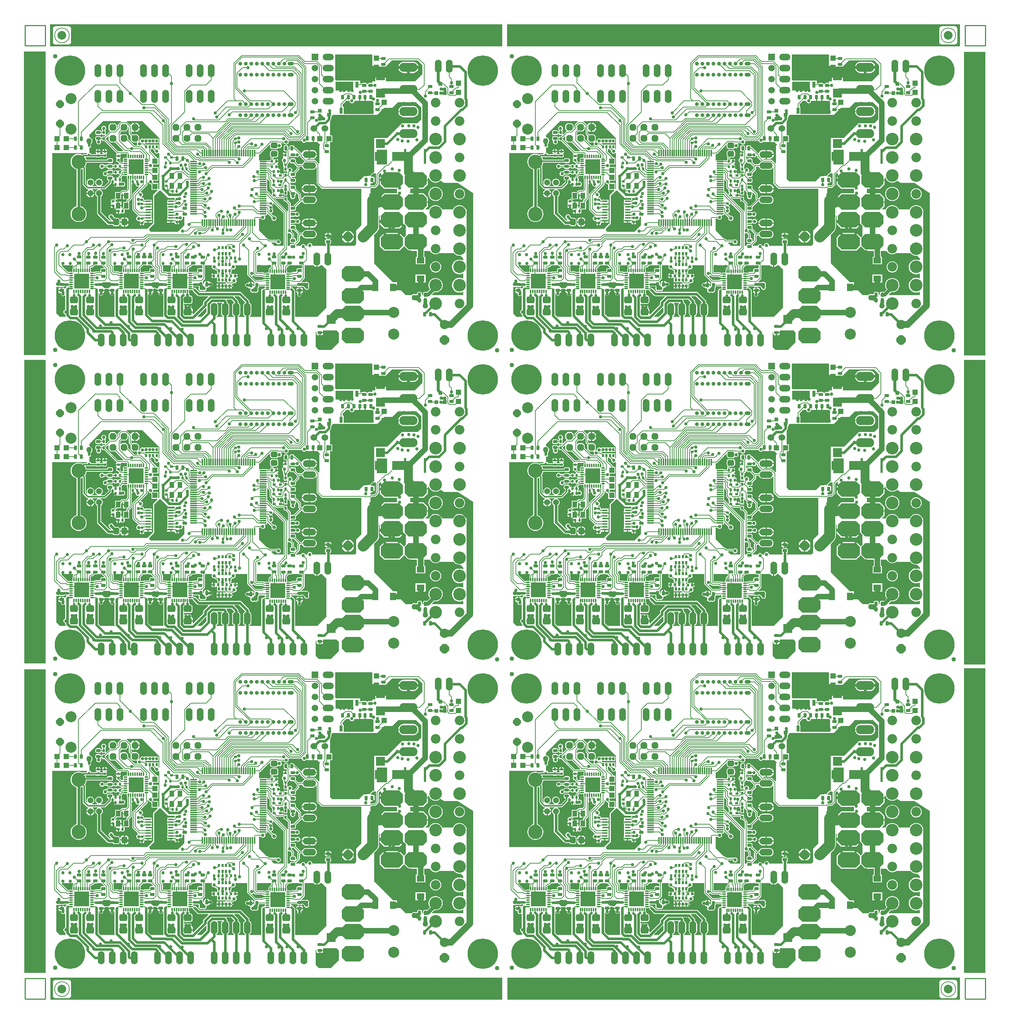
<source format=gtl>
%FSLAX24Y24*%
%MOIN*%
G70*
G01*
G75*
G04 Layer_Physical_Order=1*
G04 Layer_Color=255*
%ADD10C,0.0070*%
G04:AMPARAMS|DCode=11|XSize=78.7mil|YSize=78.7mil|CornerRadius=39.4mil|HoleSize=0mil|Usage=FLASHONLY|Rotation=90.000|XOffset=0mil|YOffset=0mil|HoleType=Round|Shape=RoundedRectangle|*
%AMROUNDEDRECTD11*
21,1,0.0787,0.0000,0,0,90.0*
21,1,0.0000,0.0787,0,0,90.0*
1,1,0.0787,0.0000,0.0000*
1,1,0.0787,0.0000,0.0000*
1,1,0.0787,0.0000,0.0000*
1,1,0.0787,0.0000,0.0000*
%
%ADD11ROUNDEDRECTD11*%
%ADD12C,0.0100*%
G04:AMPARAMS|DCode=13|XSize=29.1mil|YSize=39.4mil|CornerRadius=5.8mil|HoleSize=0mil|Usage=FLASHONLY|Rotation=90.000|XOffset=0mil|YOffset=0mil|HoleType=Round|Shape=RoundedRectangle|*
%AMROUNDEDRECTD13*
21,1,0.0291,0.0277,0,0,90.0*
21,1,0.0175,0.0394,0,0,90.0*
1,1,0.0117,0.0139,0.0087*
1,1,0.0117,0.0139,-0.0087*
1,1,0.0117,-0.0139,-0.0087*
1,1,0.0117,-0.0139,0.0087*
%
%ADD13ROUNDEDRECTD13*%
G04:AMPARAMS|DCode=14|XSize=22mil|YSize=24mil|CornerRadius=4.4mil|HoleSize=0mil|Usage=FLASHONLY|Rotation=180.000|XOffset=0mil|YOffset=0mil|HoleType=Round|Shape=RoundedRectangle|*
%AMROUNDEDRECTD14*
21,1,0.0220,0.0152,0,0,180.0*
21,1,0.0132,0.0240,0,0,180.0*
1,1,0.0088,-0.0066,0.0076*
1,1,0.0088,0.0066,0.0076*
1,1,0.0088,0.0066,-0.0076*
1,1,0.0088,-0.0066,-0.0076*
%
%ADD14ROUNDEDRECTD14*%
G04:AMPARAMS|DCode=15|XSize=22mil|YSize=24mil|CornerRadius=4.4mil|HoleSize=0mil|Usage=FLASHONLY|Rotation=90.000|XOffset=0mil|YOffset=0mil|HoleType=Round|Shape=RoundedRectangle|*
%AMROUNDEDRECTD15*
21,1,0.0220,0.0152,0,0,90.0*
21,1,0.0132,0.0240,0,0,90.0*
1,1,0.0088,0.0076,0.0066*
1,1,0.0088,0.0076,-0.0066*
1,1,0.0088,-0.0076,-0.0066*
1,1,0.0088,-0.0076,0.0066*
%
%ADD15ROUNDEDRECTD15*%
G04:AMPARAMS|DCode=16|XSize=29.1mil|YSize=39.4mil|CornerRadius=5.8mil|HoleSize=0mil|Usage=FLASHONLY|Rotation=0.000|XOffset=0mil|YOffset=0mil|HoleType=Round|Shape=RoundedRectangle|*
%AMROUNDEDRECTD16*
21,1,0.0291,0.0277,0,0,0.0*
21,1,0.0175,0.0394,0,0,0.0*
1,1,0.0117,0.0087,-0.0139*
1,1,0.0117,-0.0087,-0.0139*
1,1,0.0117,-0.0087,0.0139*
1,1,0.0117,0.0087,0.0139*
%
%ADD16ROUNDEDRECTD16*%
%ADD17R,0.0240X0.0240*%
%ADD18R,0.0280X0.0560*%
%ADD19R,0.1970X0.1700*%
%ADD20R,0.0420X0.0520*%
G04:AMPARAMS|DCode=21|XSize=40mil|YSize=40mil|CornerRadius=20mil|HoleSize=0mil|Usage=FLASHONLY|Rotation=0.000|XOffset=0mil|YOffset=0mil|HoleType=Round|Shape=RoundedRectangle|*
%AMROUNDEDRECTD21*
21,1,0.0400,0.0000,0,0,0.0*
21,1,0.0000,0.0400,0,0,0.0*
1,1,0.0400,0.0000,0.0000*
1,1,0.0400,0.0000,0.0000*
1,1,0.0400,0.0000,0.0000*
1,1,0.0400,0.0000,0.0000*
%
%ADD21ROUNDEDRECTD21*%
%ADD22R,0.0480X0.0480*%
%ADD23R,0.0480X0.0480*%
%ADD24R,0.0630X0.1260*%
%ADD25R,0.0600X0.0120*%
%ADD26R,0.0120X0.0600*%
%ADD27R,0.0320X0.0360*%
%ADD28R,0.0360X0.0320*%
%ADD29R,0.0280X0.0200*%
%ADD30R,0.0200X0.0280*%
%ADD31R,0.0790X0.0790*%
%ADD32R,0.0790X0.0790*%
%ADD33R,0.0500X0.0150*%
G04:AMPARAMS|DCode=34|XSize=63mil|YSize=71mil|CornerRadius=15.8mil|HoleSize=0mil|Usage=FLASHONLY|Rotation=270.000|XOffset=0mil|YOffset=0mil|HoleType=Round|Shape=RoundedRectangle|*
%AMROUNDEDRECTD34*
21,1,0.0630,0.0395,0,0,270.0*
21,1,0.0315,0.0710,0,0,270.0*
1,1,0.0315,-0.0198,-0.0158*
1,1,0.0315,-0.0198,0.0158*
1,1,0.0315,0.0198,0.0158*
1,1,0.0315,0.0198,-0.0158*
%
%ADD34ROUNDEDRECTD34*%
%ADD35R,0.0543X0.0709*%
%ADD36R,0.0709X0.0543*%
%ADD37R,0.0200X0.0260*%
G04:AMPARAMS|DCode=38|XSize=52mil|YSize=60mil|CornerRadius=13mil|HoleSize=0mil|Usage=FLASHONLY|Rotation=270.000|XOffset=0mil|YOffset=0mil|HoleType=Round|Shape=RoundedRectangle|*
%AMROUNDEDRECTD38*
21,1,0.0520,0.0340,0,0,270.0*
21,1,0.0260,0.0600,0,0,270.0*
1,1,0.0260,-0.0170,-0.0130*
1,1,0.0260,-0.0170,0.0130*
1,1,0.0260,0.0170,0.0130*
1,1,0.0260,0.0170,-0.0130*
%
%ADD38ROUNDEDRECTD38*%
G04:AMPARAMS|DCode=39|XSize=52mil|YSize=60mil|CornerRadius=13mil|HoleSize=0mil|Usage=FLASHONLY|Rotation=180.000|XOffset=0mil|YOffset=0mil|HoleType=Round|Shape=RoundedRectangle|*
%AMROUNDEDRECTD39*
21,1,0.0520,0.0340,0,0,180.0*
21,1,0.0260,0.0600,0,0,180.0*
1,1,0.0260,-0.0130,0.0170*
1,1,0.0260,0.0130,0.0170*
1,1,0.0260,0.0130,-0.0170*
1,1,0.0260,-0.0130,-0.0170*
%
%ADD39ROUNDEDRECTD39*%
%ADD40R,0.0236X0.1319*%
G04:AMPARAMS|DCode=41|XSize=12mil|YSize=32mil|CornerRadius=4.8mil|HoleSize=0mil|Usage=FLASHONLY|Rotation=270.000|XOffset=0mil|YOffset=0mil|HoleType=Round|Shape=RoundedRectangle|*
%AMROUNDEDRECTD41*
21,1,0.0120,0.0224,0,0,270.0*
21,1,0.0024,0.0320,0,0,270.0*
1,1,0.0096,-0.0112,-0.0012*
1,1,0.0096,-0.0112,0.0012*
1,1,0.0096,0.0112,0.0012*
1,1,0.0096,0.0112,-0.0012*
%
%ADD41ROUNDEDRECTD41*%
G04:AMPARAMS|DCode=42|XSize=12mil|YSize=32mil|CornerRadius=4.8mil|HoleSize=0mil|Usage=FLASHONLY|Rotation=0.000|XOffset=0mil|YOffset=0mil|HoleType=Round|Shape=RoundedRectangle|*
%AMROUNDEDRECTD42*
21,1,0.0120,0.0224,0,0,0.0*
21,1,0.0024,0.0320,0,0,0.0*
1,1,0.0096,0.0012,-0.0112*
1,1,0.0096,-0.0012,-0.0112*
1,1,0.0096,-0.0012,0.0112*
1,1,0.0096,0.0012,0.0112*
%
%ADD42ROUNDEDRECTD42*%
%ADD43R,0.1370X0.1370*%
%ADD44R,0.1370X0.1370*%
%ADD45C,0.0500*%
%ADD46C,0.1000*%
%ADD47C,0.0080*%
%ADD48C,0.0240*%
%ADD49C,0.0400*%
%ADD50C,0.0120*%
%ADD51C,0.0800*%
%ADD52C,0.0200*%
%ADD53C,0.0250*%
%ADD54C,0.0600*%
%ADD55C,0.0320*%
%ADD56R,0.1620X0.0803*%
%ADD57R,0.3819X0.2046*%
%ADD58R,0.2441X0.2008*%
%ADD59R,0.0551X0.0472*%
%ADD60R,0.0984X0.1685*%
%ADD61R,0.0945X0.1339*%
%ADD62R,0.1457X0.2087*%
%ADD63R,0.1063X0.1220*%
G04:AMPARAMS|DCode=64|XSize=140mil|YSize=200mil|CornerRadius=0mil|HoleSize=0mil|Usage=FLASHONLY|Rotation=90.000|XOffset=0mil|YOffset=0mil|HoleType=Round|Shape=Octagon|*
%AMOCTAGOND64*
4,1,8,-0.1000,-0.0350,-0.1000,0.0350,-0.0650,0.0700,0.0650,0.0700,0.1000,0.0350,0.1000,-0.0350,0.0650,-0.0700,-0.0650,-0.0700,-0.1000,-0.0350,0.0*
%
%ADD64OCTAGOND64*%

%ADD65C,0.0870*%
%ADD66C,0.1142*%
%ADD67P,0.0909X8X202.5*%
%ADD68C,0.0840*%
%ADD69P,0.0909X8X292.5*%
%ADD70O,0.0600X0.1200*%
%ADD71P,0.0671X8X22.5*%
%ADD72C,0.0600*%
%ADD73O,0.1200X0.0600*%
%ADD74C,0.1000*%
%ADD75O,0.1650X0.0825*%
%ADD76C,0.2756*%
%ADD77P,0.0758X8X292.5*%
%ADD78C,0.0540*%
%ADD79C,0.1305*%
%ADD80C,0.0360*%
%ADD81O,0.0540X0.0360*%
%ADD82R,0.0591X0.0591*%
%ADD83O,0.1024X0.0591*%
%ADD84C,0.0591*%
%ADD85C,0.0300*%
%ADD86C,0.0500*%
%ADD87C,0.0320*%
G36*
X96713Y12047D02*
X96713D01*
D01*
Y12047D01*
X96713Y12047D01*
D01*
D01*
X94774D01*
Y39616D01*
X96713D01*
Y12047D01*
D02*
G37*
G36*
Y39970D02*
X96713D01*
D01*
Y39970D01*
X96713Y39970D01*
D01*
D01*
X94774D01*
Y67549D01*
X96713D01*
Y39970D01*
D02*
G37*
G36*
X11585Y40069D02*
X11585D01*
D01*
Y40069D01*
X11585Y40069D01*
D01*
D01*
X9646D01*
Y67569D01*
X11585D01*
Y40069D01*
D02*
G37*
G36*
X52963Y9606D02*
X12008D01*
Y11604D01*
X52963D01*
Y9606D01*
D02*
G37*
G36*
X94429D02*
X53415D01*
Y11604D01*
X94429D01*
Y9606D01*
D02*
G37*
G36*
X11585Y12047D02*
X11585D01*
D01*
Y12047D01*
X11585Y12047D01*
D01*
D01*
X9646D01*
Y39518D01*
X11585D01*
Y12047D01*
D02*
G37*
G36*
X52953Y95955D02*
X11968D01*
Y97953D01*
X52953D01*
Y95955D01*
D02*
G37*
G36*
X94409D02*
X53376D01*
Y97953D01*
X94409D01*
Y95955D01*
D02*
G37*
G36*
X96713Y67972D02*
X96713D01*
D01*
Y67972D01*
X96713Y67972D01*
D01*
D01*
X94774D01*
Y95472D01*
X96713D01*
Y67972D01*
D02*
G37*
G36*
X11565Y68002D02*
X11565D01*
D01*
Y68002D01*
X11565Y68002D01*
D01*
D01*
X9626D01*
Y95502D01*
X11565D01*
Y68002D01*
D02*
G37*
%LPC*%
G36*
X13652Y97782D02*
Y97781D01*
X12470D01*
Y97782D01*
X12381Y97765D01*
X12306Y97714D01*
X12255Y97638D01*
X12237Y97549D01*
X12239D01*
Y96368D01*
X12237D01*
X12255Y96279D01*
X12306Y96203D01*
X12381Y96153D01*
X12470Y96135D01*
Y96136D01*
X13652D01*
Y96135D01*
X13741Y96153D01*
X13816Y96203D01*
X13867Y96279D01*
X13885Y96368D01*
X13883D01*
Y97549D01*
X13885D01*
X13867Y97638D01*
X13816Y97714D01*
X13741Y97765D01*
X13652Y97782D01*
D02*
G37*
G36*
X93947D02*
Y97781D01*
X92766D01*
Y97782D01*
X92676Y97765D01*
X92601Y97714D01*
X92550Y97638D01*
X92533Y97549D01*
X92534D01*
Y96368D01*
X92533D01*
X92550Y96279D01*
X92601Y96203D01*
X92676Y96153D01*
X92766Y96135D01*
Y96136D01*
X93947D01*
Y96135D01*
X94036Y96153D01*
X94112Y96203D01*
X94162Y96279D01*
X94180Y96368D01*
X94179D01*
Y97549D01*
X94180D01*
X94162Y97638D01*
X94112Y97714D01*
X94036Y97765D01*
X93947Y97782D01*
D02*
G37*
G36*
Y11385D02*
Y11383D01*
X92766D01*
Y11385D01*
X92676Y11367D01*
X92601Y11316D01*
X92550Y11241D01*
X92533Y11152D01*
X92534D01*
Y9970D01*
X92533D01*
X92550Y9881D01*
X92601Y9806D01*
X92676Y9755D01*
X92766Y9737D01*
Y9739D01*
X93947D01*
Y9737D01*
X94036Y9755D01*
X94112Y9806D01*
X94162Y9881D01*
X94180Y9970D01*
X94179D01*
Y11152D01*
X94180D01*
X94162Y11241D01*
X94112Y11316D01*
X94036Y11367D01*
X93947Y11385D01*
D02*
G37*
G36*
X13652D02*
Y11383D01*
X12470D01*
Y11385D01*
X12381Y11367D01*
X12306Y11316D01*
X12255Y11241D01*
X12237Y11152D01*
X12239D01*
Y9970D01*
X12237D01*
X12255Y9881D01*
X12306Y9806D01*
X12381Y9755D01*
X12470Y9737D01*
Y9739D01*
X13652D01*
Y9737D01*
X13741Y9755D01*
X13816Y9806D01*
X13867Y9881D01*
X13885Y9970D01*
X13883D01*
Y11152D01*
X13885D01*
X13867Y11241D01*
X13816Y11316D01*
X13741Y11367D01*
X13652Y11385D01*
D02*
G37*
%LPD*%
G36*
X12913Y18740D02*
Y18307D01*
X12598D01*
X12520Y18386D01*
Y18504D01*
X12795Y18780D01*
X12874D01*
X12913Y18740D01*
D02*
G37*
G36*
X13480Y18187D02*
X13463Y18176D01*
X13406Y18119D01*
X13364Y18056D01*
X13362Y18045D01*
X13313Y18036D01*
X13294Y18065D01*
X13241Y18100D01*
X13180Y18112D01*
X13091D01*
Y17863D01*
X13041D01*
Y17813D01*
X12741D01*
Y17776D01*
X12753Y17714D01*
X12788Y17662D01*
X12841Y17627D01*
X12902Y17615D01*
X12966D01*
Y17549D01*
X12980Y17475D01*
X13022Y17412D01*
X13085Y17370D01*
X13159Y17355D01*
X13234Y17370D01*
X13296Y17412D01*
X13302Y17420D01*
X13350Y17406D01*
Y16129D01*
X13333Y16126D01*
X13260Y16077D01*
X13211Y16004D01*
X13194Y15919D01*
X13211Y15833D01*
X13260Y15760D01*
X13333Y15711D01*
X13350Y15708D01*
Y15651D01*
X13364Y15577D01*
X13404Y15517D01*
X13381Y15472D01*
X12874D01*
X12559Y15787D01*
Y15866D01*
Y18174D01*
X12603Y18198D01*
X12613Y18191D01*
X12699Y18174D01*
X12784Y18191D01*
X12818Y18214D01*
X12852Y18191D01*
X12902Y18181D01*
X13180D01*
X13230Y18191D01*
X13272Y18219D01*
X13283Y18235D01*
X13465D01*
X13480Y18187D01*
D02*
G37*
G36*
X31710Y27907D02*
X31735Y27870D01*
X31872Y27733D01*
Y27212D01*
X31872Y27212D01*
X31880Y27169D01*
X31905Y27133D01*
X32072Y26966D01*
Y26853D01*
X32081Y26809D01*
X32106Y26771D01*
X32142Y26747D01*
Y26666D01*
X32073D01*
Y26528D01*
X32027Y26509D01*
X31989Y26548D01*
Y26559D01*
X31989Y26559D01*
X31980Y26602D01*
X31956Y26638D01*
X31956Y26638D01*
X31746Y26848D01*
X31709Y26872D01*
X31667Y26881D01*
X31656Y26932D01*
Y27039D01*
Y27235D01*
Y27432D01*
Y27629D01*
Y27826D01*
Y27924D01*
X31706Y27929D01*
X31710Y27907D01*
D02*
G37*
G36*
X22677Y26260D02*
X23251D01*
X23283Y26221D01*
X23282Y26218D01*
Y26118D01*
X23249Y26085D01*
X23240Y26089D01*
Y26089D01*
X23240Y26089D01*
X22600D01*
Y25869D01*
X22570D01*
Y25744D01*
X22920D01*
Y25644D01*
X22570D01*
Y25519D01*
X22600D01*
Y25299D01*
Y25049D01*
Y24794D01*
Y24544D01*
Y24364D01*
X22570D01*
Y24239D01*
X22920D01*
Y24189D01*
X22970D01*
Y24014D01*
X23261D01*
Y23999D01*
X23273Y23943D01*
X23304Y23895D01*
X23352Y23863D01*
X23408Y23852D01*
X23434D01*
Y24065D01*
X23484D01*
Y24115D01*
X23707D01*
Y24131D01*
X23696Y24187D01*
X23691Y24195D01*
X23718Y24237D01*
X23780Y24225D01*
X23865Y24242D01*
X23938Y24290D01*
X23987Y24363D01*
X24004Y24449D01*
X23990Y24520D01*
X24025Y24555D01*
X24035Y24553D01*
X24134D01*
Y23780D01*
X23543Y23189D01*
X21102D01*
X20984Y23307D01*
Y23465D01*
X21417Y23898D01*
Y26457D01*
X21890Y26929D01*
X22008D01*
X22677Y26260D01*
D02*
G37*
G36*
X14094Y20111D02*
X14077Y20094D01*
X14054Y20060D01*
X14045Y20019D01*
Y19856D01*
X14029Y19832D01*
X14020Y19785D01*
Y19629D01*
X14005Y19550D01*
X13781D01*
X13734Y19541D01*
X13718Y19530D01*
X13651D01*
X13637Y19543D01*
X13601Y19567D01*
X13569Y19574D01*
X13032Y20111D01*
X13051Y20157D01*
X14075D01*
X14094Y20111D01*
D02*
G37*
G36*
X32011Y19988D02*
X31973Y19981D01*
X31938Y19958D01*
X31938Y19958D01*
X31852Y19872D01*
X31829Y19837D01*
X31821Y19796D01*
Y19787D01*
X31805Y19763D01*
X31796Y19717D01*
Y19560D01*
X31780Y19481D01*
X31556D01*
X31510Y19472D01*
X31494Y19461D01*
X31399D01*
X31384Y19476D01*
X31347Y19500D01*
X31304Y19509D01*
X31304Y19509D01*
X30726D01*
X30718Y19516D01*
Y20157D01*
X32011D01*
Y19988D01*
D02*
G37*
G36*
X30529Y19147D02*
X30529Y19147D01*
X30566Y19123D01*
X30609Y19115D01*
X30609Y19115D01*
X31187D01*
X31229Y19073D01*
X31229Y19073D01*
X31266Y19048D01*
X31309Y19040D01*
X31380D01*
X31409Y19005D01*
X31668D01*
Y18905D01*
X31409D01*
X31380Y18870D01*
X31305D01*
X31305Y18870D01*
X31262Y18862D01*
X31226Y18837D01*
X31226Y18837D01*
X31197Y18809D01*
X30628D01*
X30296Y19140D01*
X30311Y19188D01*
X30332Y19192D01*
X30405Y19241D01*
X30433Y19244D01*
X30529Y19147D01*
D02*
G37*
G36*
X17541Y18465D02*
Y18328D01*
X17283Y18071D01*
X16929D01*
X16693Y18307D01*
Y18504D01*
X16811Y18622D01*
X17384D01*
X17541Y18465D01*
D02*
G37*
G36*
X41992Y28418D02*
X41853Y28279D01*
Y27479D01*
X42253Y27079D01*
X43425D01*
Y26679D01*
X42253D01*
X41853Y26279D01*
Y25479D01*
X41892Y25440D01*
X41872Y25394D01*
X41635D01*
Y26754D01*
X41024D01*
Y27084D01*
X41050Y27102D01*
X41104Y27156D01*
X41406D01*
X41406Y27156D01*
X41448Y27164D01*
X41485Y27189D01*
X41699Y27403D01*
X41699Y27403D01*
X41724Y27439D01*
X41732Y27482D01*
X41732Y27482D01*
Y28349D01*
X41848Y28465D01*
X41973D01*
X41992Y28418D01*
D02*
G37*
G36*
X41514Y28426D02*
X41508Y28395D01*
X41508Y28395D01*
Y27529D01*
X41359Y27380D01*
X41057D01*
X41057Y27380D01*
X41024Y27408D01*
Y27555D01*
X41046Y27574D01*
X41221D01*
X41283Y27586D01*
X41335Y27621D01*
X41370Y27674D01*
X41383Y27735D01*
Y28013D01*
X41370Y28074D01*
X41335Y28127D01*
X41283Y28162D01*
X41221Y28174D01*
X41046D01*
X41033Y28185D01*
X41030Y28235D01*
X41260Y28465D01*
X41482D01*
X41514Y28426D01*
D02*
G37*
G36*
X33093Y27059D02*
X33083Y27008D01*
X33100Y26922D01*
X33137Y26866D01*
Y26483D01*
X33477D01*
Y26866D01*
X33514Y26922D01*
X33573Y26910D01*
X33580Y26899D01*
X33711Y26768D01*
X33707Y26749D01*
Y26574D01*
X33717Y26524D01*
X33745Y26482D01*
X33769Y26466D01*
X33761Y26454D01*
X33744Y26369D01*
X33761Y26283D01*
X33810Y26210D01*
X33883Y26161D01*
X33969Y26144D01*
X34054Y26161D01*
X34127Y26210D01*
X34176Y26283D01*
X34193Y26369D01*
X34176Y26454D01*
X34173Y26459D01*
X34207Y26482D01*
X34236Y26524D01*
X34246Y26574D01*
Y26704D01*
X34292Y26723D01*
X34494Y26520D01*
Y26213D01*
X34494Y26213D01*
X34503Y26170D01*
X34527Y26133D01*
X34561Y26100D01*
Y26050D01*
X34036Y25525D01*
X33838D01*
X33810Y25520D01*
X33772Y25551D01*
Y25754D01*
X33772Y25754D01*
X33763Y25797D01*
X33739Y25833D01*
X33739Y25833D01*
X33477Y26095D01*
Y26352D01*
X33256D01*
X33252Y26355D01*
X33216Y26380D01*
X33173Y26388D01*
X33173Y26388D01*
X33075D01*
Y26446D01*
X32835D01*
Y26546D01*
X33075D01*
Y26696D01*
X32807D01*
X32793Y26744D01*
X32801Y26749D01*
X32833Y26797D01*
X32844Y26853D01*
Y26879D01*
X32631D01*
Y26979D01*
X32844D01*
Y27005D01*
X32839Y27031D01*
X32870Y27069D01*
X32995D01*
X32995Y27069D01*
X33038Y27078D01*
X33051Y27087D01*
X33093Y27059D01*
D02*
G37*
G36*
X21929Y18504D02*
Y18307D01*
X21732Y18110D01*
X21339D01*
X21142Y18307D01*
Y18504D01*
X21220Y18583D01*
X21850D01*
X21929Y18504D01*
D02*
G37*
G36*
X35354Y18465D02*
Y18150D01*
X35276Y18071D01*
X35157D01*
X34882Y18346D01*
Y18543D01*
X35276D01*
X35354Y18465D01*
D02*
G37*
G36*
X21450Y30527D02*
X21439Y30472D01*
X21456Y30387D01*
X21505Y30314D01*
X21578Y30265D01*
X21663Y30248D01*
X21749Y30265D01*
X21822Y30314D01*
X21822Y30314D01*
X21870Y30300D01*
Y27083D01*
X21829Y27055D01*
X21796Y27068D01*
Y27603D01*
X21335D01*
X21299Y27639D01*
X21301Y27642D01*
X21318Y27728D01*
X21308Y27778D01*
X21339Y27817D01*
X21796D01*
Y28433D01*
X21806D01*
Y29053D01*
X21332D01*
X21301Y29092D01*
X21317Y29173D01*
X21306Y29228D01*
X21338Y29267D01*
X21806D01*
Y29887D01*
X21782D01*
X21608Y29921D01*
X21600Y29964D01*
X21575Y30001D01*
X21123Y30453D01*
Y30691D01*
X21285D01*
X21450Y30527D01*
D02*
G37*
G36*
X18568Y26663D02*
Y26512D01*
X18878D01*
Y26462D01*
X18928D01*
Y26082D01*
X18939Y26056D01*
X18907Y26024D01*
X18883Y25988D01*
X18874Y25945D01*
X18874Y25945D01*
Y25880D01*
X18598D01*
Y25428D01*
X18500Y25330D01*
X18454Y25349D01*
Y25500D01*
X18144D01*
Y25550D01*
X18094D01*
Y25910D01*
X17879D01*
Y25969D01*
X18043Y26132D01*
X18424D01*
Y26584D01*
X18522Y26682D01*
X18568Y26663D01*
D02*
G37*
G36*
X25638Y20146D02*
X25688Y20136D01*
X25795D01*
Y19912D01*
X25757Y19880D01*
X25729Y19886D01*
X25452D01*
X25402Y19876D01*
X25359Y19847D01*
X25331Y19805D01*
X25321Y19755D01*
Y19580D01*
X25306Y19561D01*
X24916D01*
X24916Y19561D01*
X24873Y19552D01*
X24848Y19536D01*
X24841Y19541D01*
X24795Y19550D01*
X24571D01*
X24559Y19561D01*
Y19785D01*
X24550Y19832D01*
X24539Y19848D01*
Y19912D01*
X24584Y19957D01*
X24667D01*
X24667Y19957D01*
X24710Y19965D01*
X24747Y19990D01*
X24891Y20134D01*
X25089D01*
X25139Y20144D01*
X25159Y20157D01*
X25621D01*
X25638Y20146D01*
D02*
G37*
G36*
X16622Y20144D02*
X16672Y20134D01*
X16701D01*
X16707Y20103D01*
X16732Y20067D01*
X16867Y19932D01*
X16848Y19886D01*
X16672D01*
X16622Y19876D01*
X16580Y19847D01*
X16552Y19805D01*
X16542Y19755D01*
Y19591D01*
X16093D01*
X16093Y19591D01*
X16050Y19582D01*
X16013Y19558D01*
X16013Y19558D01*
X15985Y19530D01*
X15962D01*
X15945Y19541D01*
X15899Y19550D01*
X15675D01*
X15664Y19561D01*
Y19785D01*
X15655Y19832D01*
X15644Y19848D01*
Y19885D01*
X15716Y19957D01*
X15804D01*
X15804Y19957D01*
X15847Y19965D01*
X15883Y19990D01*
X16030Y20136D01*
X16228D01*
X16278Y20146D01*
X16295Y20157D01*
X16602D01*
X16622Y20144D01*
D02*
G37*
G36*
X34555Y20146D02*
X34606Y20136D01*
X34809D01*
Y19908D01*
X34770Y19877D01*
X34725Y19886D01*
X34448D01*
X34398Y19876D01*
X34356Y19847D01*
X34327Y19805D01*
X34317Y19755D01*
Y19580D01*
X34123Y19541D01*
X33937D01*
X33937Y19541D01*
X33894Y19533D01*
X33858Y19508D01*
X33810Y19461D01*
X33737D01*
X33721Y19472D01*
X33675Y19481D01*
X33451D01*
X33439Y19493D01*
Y19717D01*
X33430Y19763D01*
X33419Y19779D01*
Y19924D01*
X33631Y20136D01*
X33830D01*
X33880Y20146D01*
X33897Y20157D01*
X34538D01*
X34555Y20146D01*
D02*
G37*
G36*
X36204Y20012D02*
X36258Y20019D01*
X36355Y20059D01*
X36439Y20123D01*
X36465Y20157D01*
X36614D01*
X37008Y19764D01*
Y16299D01*
X36181Y15472D01*
X34170D01*
Y17835D01*
X34155Y17909D01*
X34113Y17972D01*
X33978Y18107D01*
X33915Y18149D01*
X33841Y18163D01*
X33833Y18162D01*
X33810Y18177D01*
X33803Y18227D01*
X33820Y18248D01*
X34342D01*
X34356Y18228D01*
X34398Y18199D01*
X34448Y18189D01*
X34725D01*
X34775Y18199D01*
X34816Y18226D01*
X34901D01*
X35020Y18107D01*
X35029Y18064D01*
X35078Y17991D01*
X35150Y17942D01*
X35236Y17925D01*
X35322Y17942D01*
X35395Y17991D01*
X35443Y18064D01*
X35461Y18150D01*
X35443Y18235D01*
X35426Y18262D01*
Y18313D01*
X35443Y18339D01*
X35461Y18425D01*
X35443Y18511D01*
X35395Y18584D01*
X35322Y18632D01*
X35236Y18650D01*
X35150Y18632D01*
X35138Y18624D01*
X34781D01*
X34762Y18670D01*
X35001Y18909D01*
X35001Y18909D01*
X35025Y18946D01*
X35033Y18988D01*
Y20157D01*
X35842D01*
X35868Y20123D01*
X35952Y20059D01*
X36049Y20019D01*
X36104Y20012D01*
Y20709D01*
X36204D01*
Y20012D01*
D02*
G37*
G36*
X41853Y23879D02*
X42253Y23479D01*
X43653D01*
X44033Y23859D01*
X44083D01*
X44213Y23729D01*
Y22828D01*
X44060Y22676D01*
X44053Y22679D01*
Y22679D01*
X44053Y22679D01*
X43653Y23079D01*
X42253D01*
X41853Y22679D01*
Y21879D01*
X42253Y21479D01*
X43653D01*
X44033Y21859D01*
X44083D01*
X44433Y21509D01*
X44633D01*
X44685Y21457D01*
X45228D01*
Y20916D01*
X45127D01*
Y20233D01*
X45976D01*
Y20916D01*
X45874D01*
Y21457D01*
X46378D01*
X46575Y21260D01*
X46589D01*
X46651Y21212D01*
X46774Y21161D01*
X46906Y21144D01*
X47037Y21161D01*
X47160Y21212D01*
X47222Y21260D01*
X48565D01*
X48616Y21198D01*
X48713Y21118D01*
X48824Y21059D01*
X48945Y21022D01*
X49071Y21010D01*
X49177Y21020D01*
X49409Y20787D01*
Y20628D01*
X49367Y20603D01*
X49329Y20623D01*
X49202Y20661D01*
X49071Y20674D01*
X48939Y20661D01*
X48813Y20623D01*
X48696Y20561D01*
X48594Y20477D01*
X48510Y20375D01*
X48448Y20258D01*
X48410Y20132D01*
X48397Y20000D01*
X48410Y19868D01*
X48448Y19742D01*
X48510Y19625D01*
X48594Y19523D01*
X48696Y19440D01*
X48813Y19377D01*
X48939Y19339D01*
X49071Y19326D01*
X49202Y19339D01*
X49329Y19377D01*
X49367Y19397D01*
X49409Y19372D01*
Y18975D01*
X49367Y18949D01*
X49329Y18969D01*
X49202Y19008D01*
X49071Y19021D01*
X48939Y19008D01*
X48813Y18969D01*
X48696Y18907D01*
X48594Y18823D01*
X48510Y18721D01*
X48448Y18604D01*
X48410Y18478D01*
X48397Y18346D01*
X48410Y18215D01*
X48448Y18088D01*
X48510Y17972D01*
X48594Y17870D01*
X48696Y17786D01*
X48813Y17724D01*
X48939Y17685D01*
X49071Y17672D01*
X49202Y17685D01*
X49329Y17724D01*
X49367Y17744D01*
X49409Y17718D01*
Y17441D01*
X46588D01*
X46569Y17487D01*
X46795Y17713D01*
X46906Y17702D01*
X47031Y17715D01*
X47152Y17752D01*
X47263Y17811D01*
X47361Y17891D01*
X47441Y17989D01*
X47500Y18100D01*
X47537Y18221D01*
X47549Y18346D01*
X47537Y18472D01*
X47500Y18593D01*
X47441Y18704D01*
X47361Y18802D01*
X47263Y18882D01*
X47152Y18941D01*
X47031Y18978D01*
X46906Y18990D01*
X46780Y18978D01*
X46659Y18941D01*
X46548Y18882D01*
X46450Y18802D01*
X46370Y18704D01*
X46311Y18593D01*
X46274Y18472D01*
X46262Y18346D01*
X46274Y18221D01*
X46311Y18100D01*
X46370Y17989D01*
X46387Y17968D01*
X46137Y17719D01*
X46124Y17728D01*
X46074Y17738D01*
X45899D01*
X45849Y17728D01*
X45806Y17700D01*
X45778Y17657D01*
X45768Y17607D01*
Y17551D01*
X45752Y17468D01*
X45729Y17441D01*
X45669D01*
Y17607D01*
X45659Y17657D01*
X45631Y17700D01*
X45588Y17728D01*
X45538Y17738D01*
X45363D01*
X45313Y17728D01*
X45271Y17700D01*
X45243Y17657D01*
X45233Y17607D01*
Y17554D01*
X45219Y17541D01*
X45201D01*
X45117Y17530D01*
X45085Y17517D01*
X45052Y17530D01*
X44969Y17541D01*
X44885Y17530D01*
X44807Y17498D01*
X44740Y17447D01*
X44736Y17441D01*
X44222D01*
X43427Y18237D01*
Y18604D01*
X43059D01*
X41339Y20325D01*
Y22907D01*
X41627Y23196D01*
X41718Y23315D01*
X41776Y23454D01*
X41795Y23602D01*
Y24646D01*
X41853D01*
Y23879D01*
D02*
G37*
G36*
X34427Y22982D02*
Y22932D01*
X34409Y22914D01*
X34385Y22878D01*
X34376Y22835D01*
X34376Y22835D01*
Y22417D01*
X34292Y22332D01*
X34246Y22352D01*
Y22481D01*
X34236Y22531D01*
X34207Y22574D01*
X34165Y22602D01*
X34115Y22612D01*
X34081D01*
Y22968D01*
X34081Y22968D01*
X34072Y23011D01*
X34048Y23048D01*
X33882Y23214D01*
X33893Y23268D01*
X33880Y23334D01*
X33912Y23372D01*
X34036D01*
X34427Y22982D01*
D02*
G37*
G36*
X33583Y23061D02*
X33668Y23044D01*
X33723Y23055D01*
X33856Y22922D01*
Y22612D01*
X33838D01*
X33788Y22602D01*
X33745Y22574D01*
X33717Y22531D01*
X33707Y22481D01*
Y22306D01*
X33717Y22256D01*
X33745Y22214D01*
X33788Y22185D01*
X33838Y22175D01*
X34070D01*
X34089Y22129D01*
X34036Y22076D01*
X33838D01*
X33788Y22066D01*
X33745Y22038D01*
X33717Y21996D01*
X33707Y21946D01*
Y21929D01*
X33521D01*
Y23050D01*
X33565Y23073D01*
X33583Y23061D01*
D02*
G37*
G36*
X46311Y28021D02*
X46370Y27910D01*
X46450Y27812D01*
X46548Y27732D01*
X46659Y27673D01*
X46780Y27636D01*
X46906Y27624D01*
X47031Y27636D01*
X47152Y27673D01*
X47263Y27732D01*
X47353Y27806D01*
X47675Y27598D01*
X48903D01*
X50315Y26693D01*
Y25197D01*
X49669D01*
X49666Y25207D01*
X49606Y25318D01*
X49526Y25416D01*
X49429Y25496D01*
X49317Y25556D01*
X49197Y25592D01*
X49071Y25605D01*
X48945Y25592D01*
X48824Y25556D01*
X48713Y25496D01*
X48616Y25416D01*
X48535Y25318D01*
X48476Y25207D01*
X48473Y25197D01*
X47504D01*
X47500Y25207D01*
X47441Y25318D01*
X47361Y25416D01*
X47263Y25496D01*
X47152Y25556D01*
X47031Y25592D01*
X46906Y25605D01*
X46780Y25592D01*
X46659Y25556D01*
X46548Y25496D01*
X46450Y25416D01*
X46370Y25318D01*
X46311Y25207D01*
X46307Y25197D01*
X46002D01*
X45982Y25243D01*
X46218Y25479D01*
Y25829D01*
X45118D01*
Y25879D01*
X45068D01*
Y26679D01*
X44606D01*
Y27079D01*
X45068D01*
Y27879D01*
X45118D01*
Y27929D01*
X46218D01*
Y28071D01*
X46296D01*
X46311Y28021D01*
D02*
G37*
G36*
X18581Y20120D02*
X18585Y20113D01*
X18563Y20080D01*
X18555Y20040D01*
Y19856D01*
X18538Y19832D01*
X18529Y19785D01*
Y19629D01*
X18514Y19550D01*
X18290D01*
X18244Y19541D01*
X18240Y19539D01*
X18202Y19577D01*
X18165Y19602D01*
X18122Y19610D01*
X18122Y19610D01*
X17763D01*
X17750Y19623D01*
Y20040D01*
X17750Y20040D01*
X17741Y20083D01*
X17721Y20113D01*
X17745Y20157D01*
X18544D01*
X18581Y20120D01*
D02*
G37*
G36*
X22985Y20111D02*
X22972Y20099D01*
X22949Y20064D01*
X22941Y20023D01*
Y19856D01*
X22925Y19832D01*
X22915Y19785D01*
Y19629D01*
X22900Y19550D01*
X22676D01*
X22630Y19541D01*
X22613Y19530D01*
X22597D01*
X22582Y19545D01*
X22546Y19569D01*
X22503Y19578D01*
X22503Y19578D01*
X22215D01*
X22199Y19594D01*
Y20042D01*
X22199Y20042D01*
X22190Y20084D01*
X22171Y20113D01*
X22195Y20157D01*
X22965D01*
X22985Y20111D01*
D02*
G37*
G36*
X32424Y26197D02*
X32461Y26172D01*
X32503Y26164D01*
X32503Y26164D01*
X33126D01*
X33137Y26153D01*
Y25932D01*
X33323D01*
X33547Y25708D01*
Y25045D01*
X33500Y25031D01*
X33488Y25049D01*
X33488Y25049D01*
X32256Y26280D01*
X32264Y26298D01*
X32313Y26308D01*
X32424Y26197D01*
D02*
G37*
G36*
X29856Y19309D02*
X29856Y19309D01*
X29865Y19267D01*
X29889Y19230D01*
X30502Y18617D01*
X30502Y18617D01*
X30504Y18616D01*
X30514Y18567D01*
X30493Y18535D01*
X30483Y18485D01*
Y18274D01*
X30441Y18246D01*
X30414Y18258D01*
Y18296D01*
X30165D01*
Y18346D01*
X30115D01*
Y18646D01*
X30078D01*
X30016Y18634D01*
X29964Y18599D01*
X29929Y18547D01*
X29928Y18540D01*
X29843D01*
X29768Y18525D01*
X29706Y18483D01*
X29664Y18421D01*
X29649Y18346D01*
X29664Y18272D01*
X29706Y18209D01*
X29768Y18167D01*
X29843Y18153D01*
X29928D01*
X29929Y18146D01*
X29964Y18094D01*
X30016Y18059D01*
X30078Y18047D01*
X30152D01*
X30176Y18002D01*
X30147Y17960D01*
X30130Y17874D01*
X30147Y17788D01*
X30196Y17715D01*
X30268Y17667D01*
X30354Y17650D01*
X30440Y17667D01*
X30467Y17685D01*
X30518D01*
X30544Y17667D01*
X30630Y17650D01*
X30716Y17667D01*
X30789Y17715D01*
X30837Y17788D01*
X30846Y17834D01*
X30847Y17834D01*
X30849Y17841D01*
X30853Y17847D01*
X30855Y17854D01*
X30857Y17860D01*
X30857Y17867D01*
X30859Y17874D01*
Y18101D01*
X30881Y18115D01*
X30909Y18158D01*
X30919Y18208D01*
Y18248D01*
X31411D01*
X31443Y18209D01*
X31436Y18172D01*
Y18148D01*
X31441Y18119D01*
X31414Y18078D01*
X31391Y18073D01*
X31355Y18049D01*
X31355Y18049D01*
X31328Y18023D01*
X31299Y18028D01*
X31225Y18014D01*
X31162Y17972D01*
X31120Y17909D01*
X31105Y17835D01*
Y15472D01*
X30040D01*
Y15524D01*
X30110Y15578D01*
X30170Y15655D01*
X30207Y15745D01*
X30220Y15842D01*
Y16442D01*
X30207Y16538D01*
X30170Y16628D01*
X30110Y16706D01*
X30040Y16759D01*
Y16876D01*
X30025Y16950D01*
X29983Y17013D01*
X29308Y17689D01*
X29245Y17731D01*
X29171Y17745D01*
X25521D01*
X25216Y18050D01*
X25153Y18092D01*
X25079Y18107D01*
X25049Y18101D01*
X25033Y18118D01*
X24996Y18142D01*
X24954Y18151D01*
X24954Y18151D01*
X24941D01*
X24922Y18174D01*
X24930Y18223D01*
X24956Y18241D01*
X25003Y18231D01*
X25433D01*
X25458Y18194D01*
X25480Y18180D01*
Y18144D01*
X25462Y18117D01*
X25445Y18032D01*
X25462Y17946D01*
X25511Y17873D01*
X25583Y17824D01*
X25669Y17807D01*
X25755Y17824D01*
X25782Y17842D01*
X25832D01*
X25859Y17824D01*
X25945Y17807D01*
X26031Y17824D01*
X26103Y17873D01*
X26152Y17946D01*
X26169Y18032D01*
X26158Y18087D01*
X26190Y18125D01*
X26261D01*
X26322Y18138D01*
X26375Y18173D01*
X26410Y18225D01*
X26415Y18252D01*
X26535D01*
X26602Y18265D01*
X26658Y18303D01*
X26696Y18359D01*
X26709Y18425D01*
X26696Y18492D01*
X26658Y18548D01*
X26602Y18585D01*
X26535Y18599D01*
X26415D01*
X26410Y18626D01*
X26375Y18678D01*
X26322Y18713D01*
X26261Y18725D01*
X26223D01*
Y18425D01*
X26123D01*
Y18725D01*
X26086D01*
X26024Y18713D01*
X25972Y18678D01*
X25937Y18626D01*
X25924Y18564D01*
Y18415D01*
X25898Y18404D01*
X25856Y18432D01*
Y18564D01*
X25846Y18614D01*
X25818Y18656D01*
X25811Y18661D01*
X25806Y18711D01*
X25987Y18891D01*
X25987Y18891D01*
X26011Y18928D01*
X26020Y18971D01*
X26020Y18971D01*
Y20149D01*
X26033Y20157D01*
X26638D01*
X26662Y20113D01*
X26643Y20086D01*
X26626Y20000D01*
X26643Y19914D01*
X26692Y19841D01*
X26765Y19793D01*
X26850Y19776D01*
X26905Y19787D01*
X26990Y19702D01*
X26990Y19702D01*
X27026Y19678D01*
X27069Y19669D01*
X27069Y19669D01*
X27116D01*
Y19461D01*
X27174D01*
Y19385D01*
X27139D01*
X27094Y19376D01*
X27057Y19351D01*
D01*
X27057D01*
X27057Y19351D01*
Y19351D01*
X27008Y19356D01*
X26998Y19373D01*
X26969Y19392D01*
Y19501D01*
X26969Y19501D01*
X26961Y19544D01*
X26937Y19580D01*
X26937Y19580D01*
X26930Y19587D01*
X26893Y19611D01*
X26850Y19620D01*
X26807Y19611D01*
X26771Y19587D01*
X26747Y19551D01*
X26738Y19508D01*
X26745Y19473D01*
Y19412D01*
X26706Y19405D01*
X26658Y19373D01*
X26626Y19325D01*
X26615Y19269D01*
Y19243D01*
X26828D01*
Y19193D01*
X26878D01*
Y18970D01*
X26894D01*
X26950Y18981D01*
X26998Y19013D01*
X27029Y19061D01*
D01*
D01*
X27057Y19035D01*
X27057Y19035D01*
Y19035D01*
X27094Y19010D01*
X27116Y19005D01*
Y18999D01*
X27116D01*
Y18599D01*
X27880D01*
X27939Y18540D01*
X27920Y18493D01*
X27656D01*
Y18263D01*
Y18033D01*
X27873D01*
Y18263D01*
X27973D01*
Y18033D01*
X28188D01*
Y18263D01*
X28288D01*
Y18033D01*
X28438D01*
X28438Y18033D01*
Y18033D01*
X28455Y18040D01*
X28503Y17992D01*
X28540Y17967D01*
X28583Y17959D01*
X28626Y17967D01*
X28662Y17992D01*
X28686Y18028D01*
X28695Y18071D01*
X28686Y18114D01*
X28662Y18150D01*
X28465Y18347D01*
X28438Y18365D01*
Y18431D01*
D01*
D01*
X28465Y18431D01*
X28465Y18431D01*
Y18431D01*
D01*
D01*
D01*
X28507Y18440D01*
X28544Y18464D01*
X28607Y18527D01*
X28661Y18516D01*
X28747Y18533D01*
X28820Y18582D01*
X28869Y18654D01*
X28886Y18740D01*
X28869Y18826D01*
X28820Y18899D01*
X28800Y18912D01*
X28814Y18960D01*
X28829D01*
X28885Y18971D01*
X28933Y19003D01*
X28964Y19051D01*
X28976Y19107D01*
Y19133D01*
X28763D01*
Y19233D01*
X28976D01*
Y19259D01*
X28964Y19315D01*
X28933Y19363D01*
X28890Y19392D01*
X28880Y19441D01*
X28883Y19445D01*
X28892Y19488D01*
X28883Y19531D01*
X28859Y19567D01*
X28822Y19592D01*
X28780Y19600D01*
X28737Y19592D01*
X28700Y19567D01*
X28684Y19551D01*
X28659Y19514D01*
X28651Y19471D01*
X28651Y19471D01*
Y19397D01*
X28641Y19395D01*
X28593Y19363D01*
X28582Y19347D01*
X28534Y19341D01*
X28534Y19341D01*
Y19341D01*
X28534D01*
D01*
X28496Y19366D01*
X28452Y19375D01*
X28352D01*
X28350Y19377D01*
Y19461D01*
X28408D01*
Y19667D01*
X28528Y19787D01*
X28583Y19776D01*
X28669Y19793D01*
X28741Y19841D01*
X28790Y19914D01*
X28807Y20000D01*
X28790Y20086D01*
X28772Y20113D01*
X28795Y20157D01*
X29856D01*
Y19309D01*
D02*
G37*
G36*
X33146Y24861D02*
Y21929D01*
X32283D01*
X32032Y22180D01*
X32052Y22226D01*
X32453D01*
X32461Y22183D01*
X32510Y22110D01*
X32583Y22061D01*
X32668Y22044D01*
X32754Y22061D01*
X32827Y22110D01*
X32876Y22183D01*
X32893Y22269D01*
X32876Y22354D01*
X32827Y22427D01*
X32754Y22476D01*
X32668Y22493D01*
X32583Y22476D01*
X32545Y22451D01*
X31857D01*
X31750Y22558D01*
X31714Y22582D01*
X31671Y22591D01*
X31671Y22591D01*
X31622D01*
X30906Y23307D01*
Y24376D01*
X31070D01*
X31101Y24330D01*
X31174Y24281D01*
X31260Y24264D01*
X31346Y24281D01*
X31418Y24330D01*
X31467Y24402D01*
X31484Y24488D01*
X31467Y24574D01*
X31433Y24624D01*
X31457Y24669D01*
X31656D01*
Y24802D01*
X31703Y24821D01*
X32051Y24473D01*
X32038Y24409D01*
X32056Y24320D01*
X32107Y24244D01*
X32183Y24193D01*
X32273Y24175D01*
X32362Y24193D01*
X32439Y24244D01*
X32489Y24320D01*
X32507Y24409D01*
X32489Y24499D01*
X32439Y24575D01*
X32362Y24626D01*
X32273Y24644D01*
X32209Y24631D01*
X32020Y24821D01*
X32035Y24868D01*
X32056Y24873D01*
X32129Y24921D01*
X32177Y24994D01*
X32194Y25080D01*
X32177Y25166D01*
X32135Y25229D01*
X32152Y25254D01*
X32161Y25298D01*
Y25430D01*
X32152Y25475D01*
X32127Y25512D01*
X32127Y25512D01*
X32127D01*
X32101Y25540D01*
D01*
X32148Y25571D01*
X32180Y25619D01*
X32191Y25675D01*
Y25750D01*
X32238Y25769D01*
X33146Y24861D01*
D02*
G37*
G36*
X20874Y20154D02*
X20924Y20144D01*
X21116D01*
X21117Y20142D01*
X21141Y20105D01*
X21315Y19932D01*
X21296Y19886D01*
X21121D01*
X21071Y19876D01*
X21029Y19847D01*
X21000Y19805D01*
X20990Y19755D01*
Y19581D01*
X20531D01*
X20531Y19581D01*
X20489Y19572D01*
X20452Y19548D01*
X20447Y19542D01*
X20408Y19550D01*
X20184D01*
X20173Y19561D01*
Y19785D01*
X20164Y19832D01*
X20153Y19848D01*
Y19874D01*
X20423Y20144D01*
X20650D01*
X20700Y20154D01*
X20706Y20157D01*
X20869D01*
X20874Y20154D01*
D02*
G37*
G36*
X34849Y28998D02*
X34909Y28921D01*
X34986Y28862D01*
X35076Y28825D01*
X35172Y28812D01*
X35772D01*
X35869Y28825D01*
X35959Y28862D01*
X36036Y28921D01*
X36096Y28998D01*
X36097Y29002D01*
X36146Y28993D01*
Y27579D01*
X36146Y27578D01*
X36155Y27536D01*
X36179Y27499D01*
X36561Y27117D01*
X36597Y27093D01*
X36640Y27084D01*
X36640Y27084D01*
X40160D01*
X40197Y27047D01*
Y23780D01*
X39724Y23307D01*
Y22087D01*
X39567Y21929D01*
X37359D01*
Y22087D01*
X37396Y22111D01*
X37425Y22154D01*
X37435Y22204D01*
Y22379D01*
X37425Y22429D01*
X37396Y22471D01*
X37354Y22500D01*
X37304Y22510D01*
X37027D01*
X36977Y22500D01*
X36934Y22471D01*
X36906Y22429D01*
X36896Y22379D01*
Y22204D01*
X36906Y22154D01*
X36934Y22111D01*
X36972Y22087D01*
Y21929D01*
X35759D01*
X35743Y21949D01*
X35726Y22034D01*
X35677Y22107D01*
X35604Y22156D01*
X35519Y22173D01*
X35433Y22156D01*
X35360Y22107D01*
X35311Y22034D01*
X35294Y21949D01*
X35278Y21929D01*
X35130D01*
X35129Y21936D01*
X35080Y22009D01*
X35007Y22058D01*
X34921Y22075D01*
X34835Y22058D01*
X34763Y22009D01*
X34714Y21936D01*
X34713Y21929D01*
X34271D01*
X34252Y21975D01*
X34567Y22291D01*
X34567Y22291D01*
X34592Y22327D01*
X34600Y22370D01*
Y22788D01*
X34665Y22852D01*
X34818D01*
X34849Y22778D01*
X34909Y22701D01*
X34986Y22641D01*
X35076Y22604D01*
X35172Y22591D01*
X35772D01*
X35869Y22604D01*
X35959Y22641D01*
X36036Y22701D01*
X36096Y22778D01*
X36133Y22868D01*
X36146Y22965D01*
X36133Y23061D01*
X36096Y23151D01*
X36036Y23228D01*
X35959Y23288D01*
X35869Y23325D01*
X35772Y23338D01*
X35172D01*
X35076Y23325D01*
X34986Y23288D01*
X34909Y23228D01*
X34849Y23151D01*
X34818Y23077D01*
X34649D01*
X34242Y23484D01*
X34246Y23503D01*
Y23678D01*
X34236Y23728D01*
X34207Y23770D01*
X34165Y23799D01*
X34115Y23809D01*
X33838D01*
X33810Y23803D01*
X33774Y23833D01*
Y23883D01*
X33810Y23913D01*
X33838Y23908D01*
X34115D01*
X34165Y23918D01*
X34207Y23946D01*
X34236Y23989D01*
D01*
X34236D01*
X34270Y23970D01*
X34270Y23970D01*
Y23970D01*
X34343Y23921D01*
X34429Y23904D01*
X34514Y23921D01*
X34587Y23970D01*
X34636Y24043D01*
X34653Y24128D01*
X34636Y24214D01*
X34587Y24287D01*
X34514Y24336D01*
X34429Y24353D01*
X34343Y24336D01*
X34270Y24287D01*
X34270Y24287D01*
Y24287D01*
X34265Y24284D01*
X34216Y24293D01*
X34207Y24306D01*
X34165Y24334D01*
X34115Y24344D01*
X33838D01*
X33810Y24339D01*
X33772Y24370D01*
Y24527D01*
X33810Y24559D01*
X33838Y24553D01*
X34115D01*
X34165Y24563D01*
X34207Y24592D01*
X34215Y24603D01*
X34284Y24557D01*
X34370Y24539D01*
X34456Y24557D01*
X34529Y24605D01*
X34577Y24678D01*
X34594Y24764D01*
X34577Y24850D01*
X34529Y24922D01*
X34456Y24971D01*
X34370Y24988D01*
X34284Y24971D01*
X34222Y24930D01*
X34207Y24952D01*
X34165Y24980D01*
X34115Y24990D01*
X33838D01*
X33810Y24984D01*
X33774Y25014D01*
Y25064D01*
X33810Y25094D01*
X33838Y25089D01*
X34115D01*
X34165Y25099D01*
X34207Y25127D01*
X34236Y25170D01*
X34246Y25220D01*
Y25394D01*
X34242Y25414D01*
X34778Y25950D01*
X34827Y25941D01*
X34849Y25888D01*
X34909Y25811D01*
X34986Y25752D01*
X35076Y25714D01*
X35172Y25702D01*
X35772D01*
X35869Y25714D01*
X35959Y25752D01*
X36036Y25811D01*
X36096Y25888D01*
X36133Y25978D01*
X36146Y26075D01*
X36133Y26171D01*
X36096Y26261D01*
X36036Y26339D01*
X35959Y26398D01*
X35869Y26435D01*
X35772Y26448D01*
X35172D01*
X35076Y26435D01*
X34986Y26398D01*
X34909Y26339D01*
X34849Y26261D01*
X34827Y26209D01*
X34778Y26199D01*
X34718Y26259D01*
Y26567D01*
X34718Y26567D01*
X34710Y26610D01*
X34686Y26646D01*
X34242Y27090D01*
X34246Y27109D01*
Y27284D01*
X34236Y27334D01*
X34207Y27377D01*
X34165Y27405D01*
X34115Y27415D01*
X33838D01*
X33810Y27410D01*
X33772Y27441D01*
Y27522D01*
X33763Y27565D01*
X33739Y27601D01*
X33739Y27601D01*
X33720Y27620D01*
X33752Y27658D01*
X33788Y27634D01*
X33838Y27624D01*
X34115D01*
X34165Y27634D01*
X34207Y27663D01*
X34236Y27705D01*
X34246Y27755D01*
Y27930D01*
X34236Y27980D01*
X34207Y28022D01*
X34165Y28051D01*
X34115Y28061D01*
X33917D01*
X33864Y28114D01*
X33883Y28160D01*
X34115D01*
X34165Y28170D01*
X34207Y28198D01*
X34236Y28241D01*
X34246Y28291D01*
Y28465D01*
X34242Y28485D01*
X34528Y28771D01*
X34528Y28771D01*
X34552Y28808D01*
X34561Y28850D01*
X34561Y28850D01*
Y29073D01*
X34818D01*
X34849Y28998D01*
D02*
G37*
G36*
X21870Y31673D02*
Y30645D01*
X21854Y30640D01*
X21814Y30670D01*
Y30691D01*
X21814D01*
Y31091D01*
X20650D01*
X20560Y31181D01*
X20579Y31227D01*
X21814D01*
Y31627D01*
X20521D01*
Y31617D01*
X20477Y31593D01*
X20430Y31625D01*
X20344Y31642D01*
X20259Y31625D01*
X20186Y31576D01*
X20137Y31503D01*
X20120Y31417D01*
X20124Y31399D01*
X20088Y31364D01*
X20079Y31366D01*
X20010Y31352D01*
X19986Y31396D01*
X20044Y31454D01*
Y31834D01*
X19854Y32024D01*
X19474D01*
X19474Y32024D01*
X19474Y32024D01*
X19442D01*
X19346Y32121D01*
Y32282D01*
X19392Y32301D01*
X19459Y32234D01*
X19614D01*
Y32644D01*
Y33054D01*
X19459D01*
X19278Y32873D01*
X19228Y32873D01*
X18948Y33153D01*
X18922Y33171D01*
X18936Y33219D01*
X20325D01*
X21870Y31673D01*
D02*
G37*
G36*
X28642Y16798D02*
X28638Y16748D01*
X28583Y16706D01*
X28523Y16628D01*
X28486Y16538D01*
X28473Y16442D01*
Y15842D01*
X28486Y15745D01*
X28523Y15655D01*
X28583Y15578D01*
X28653Y15524D01*
Y15472D01*
X28040D01*
Y15524D01*
X28110Y15578D01*
X28170Y15655D01*
X28207Y15745D01*
X28220Y15842D01*
Y16442D01*
X28207Y16538D01*
X28170Y16628D01*
X28110Y16706D01*
X28040Y16759D01*
Y16839D01*
X28025Y16913D01*
X27983Y16976D01*
X27957Y17002D01*
X27976Y17048D01*
X28392D01*
X28642Y16798D01*
D02*
G37*
G36*
X19122Y32662D02*
Y32074D01*
X19122Y32074D01*
X19130Y32031D01*
X19154Y31995D01*
X19284Y31865D01*
Y31834D01*
X19284Y31834D01*
X19284Y31834D01*
Y31454D01*
X19474Y31264D01*
X19817D01*
X19867Y31231D01*
X19871Y31225D01*
X19854Y31142D01*
X19871Y31056D01*
X19890Y31028D01*
X19867Y30984D01*
X19662D01*
X19044Y31602D01*
Y31834D01*
X18854Y32024D01*
X18474D01*
X18392Y31942D01*
X18346Y31962D01*
Y32168D01*
X18442Y32264D01*
X18474D01*
X18474Y32264D01*
X18474Y32264D01*
X18854D01*
X19044Y32454D01*
Y32675D01*
X19080Y32690D01*
X19122Y32662D01*
D02*
G37*
G36*
X24888Y17897D02*
X24900Y17839D01*
X24942Y17776D01*
X25303Y17415D01*
X25366Y17373D01*
X25440Y17358D01*
X26292D01*
X26311Y17312D01*
X25909Y16910D01*
X25867Y16847D01*
X25853Y16773D01*
Y16599D01*
X24958Y15704D01*
X24913Y15726D01*
X24916Y15749D01*
Y15857D01*
X24459D01*
Y15957D01*
X24916D01*
Y16064D01*
X24907Y16131D01*
X24881Y16194D01*
X24840Y16248D01*
X24796Y16281D01*
Y16417D01*
X24790Y16445D01*
X24775Y16468D01*
X24752Y16483D01*
X24724Y16489D01*
X24173D01*
X24146Y16483D01*
X24146Y16483D01*
X24146D01*
D01*
X24107Y16541D01*
Y16645D01*
X24151Y16669D01*
X24172Y16655D01*
X24261Y16637D01*
X24656D01*
X24745Y16655D01*
X24820Y16705D01*
X24870Y16780D01*
X24888Y16869D01*
Y17184D01*
X24870Y17273D01*
X24820Y17348D01*
X24745Y17398D01*
X24656Y17416D01*
X24620D01*
Y17498D01*
X24606Y17572D01*
X24564Y17635D01*
X24554Y17641D01*
X24559Y17667D01*
Y17891D01*
X24638Y17906D01*
X24795D01*
X24841Y17915D01*
X24842Y17916D01*
X24888Y17897D01*
D02*
G37*
G36*
X35876Y31299D02*
X36098D01*
Y31298D01*
X36221D01*
X36457Y31063D01*
X36378Y30984D01*
Y29418D01*
X36360Y29391D01*
X36310Y29386D01*
X36022Y29674D01*
X35985Y29699D01*
X35942Y29707D01*
X35942Y29707D01*
X35234D01*
X35206Y29749D01*
X35220Y29782D01*
X35422D01*
Y30185D01*
Y30588D01*
X35172D01*
X35068Y30575D01*
X34971Y30534D01*
X34887Y30470D01*
X34823Y30387D01*
X34795Y30318D01*
X34746Y30308D01*
X34227Y30827D01*
X34190Y30852D01*
X34147Y30860D01*
X34147Y30860D01*
X34108D01*
Y30887D01*
X34098Y30937D01*
X34070Y30979D01*
X34027Y31007D01*
X33977Y31017D01*
X33802D01*
X33752Y31007D01*
X33710Y30979D01*
X33682Y30937D01*
X33672Y30887D01*
Y30609D01*
X33674Y30596D01*
X33628Y30577D01*
X33626Y30579D01*
X33626Y30579D01*
X33573Y30633D01*
Y30887D01*
X33563Y30937D01*
X33534Y30979D01*
X33492Y31007D01*
X33442Y31017D01*
X33267D01*
X33217Y31007D01*
X33174Y30979D01*
X33146Y30937D01*
X33136Y30887D01*
Y30609D01*
X33146Y30559D01*
X33174Y30517D01*
X33217Y30489D01*
X33267Y30479D01*
X33410D01*
X33435Y30453D01*
Y30345D01*
X33357D01*
Y30125D01*
X33307D01*
Y30075D01*
X33087D01*
Y29905D01*
X33100D01*
X33115Y29857D01*
X33050Y29814D01*
X33001Y29741D01*
X32984Y29656D01*
X33001Y29570D01*
X33050Y29497D01*
X33097Y29466D01*
Y29350D01*
X33097Y29350D01*
X33105Y29307D01*
X33117Y29289D01*
Y29062D01*
X33137D01*
Y28648D01*
X33444D01*
X33476Y28610D01*
X33471Y28583D01*
X33471Y28583D01*
Y28517D01*
X33137D01*
Y28318D01*
X33096Y28290D01*
X33075Y28299D01*
Y28468D01*
X32845D01*
X32821Y28512D01*
X32833Y28529D01*
X32844Y28585D01*
Y28611D01*
X32631D01*
Y28711D01*
X32844D01*
Y28737D01*
X32833Y28794D01*
X32801Y28841D01*
X32753Y28873D01*
X32697Y28884D01*
X32689D01*
X32666Y28928D01*
X32675Y28943D01*
X32686Y28999D01*
Y29025D01*
X32473D01*
Y29125D01*
X32686D01*
Y29151D01*
X32675Y29207D01*
X32643Y29255D01*
X32596Y29286D01*
X32548Y29296D01*
Y29346D01*
X32596Y29355D01*
X32643Y29387D01*
X32675Y29435D01*
X32686Y29491D01*
Y29517D01*
X32473D01*
Y29567D01*
X32423D01*
Y29790D01*
X32407D01*
X32351Y29779D01*
X32304Y29747D01*
X32293Y29730D01*
X32245Y29725D01*
X32245Y29725D01*
Y29725D01*
X32245D01*
D01*
X32209Y29749D01*
Y29916D01*
X32453D01*
X32531Y29932D01*
X32598Y29976D01*
X32642Y30042D01*
X32657Y30120D01*
Y30380D01*
X32642Y30458D01*
X32598Y30524D01*
X32531Y30568D01*
X32453Y30584D01*
X32113D01*
X32035Y30568D01*
X31969Y30524D01*
X31925Y30458D01*
X31910Y30380D01*
Y30120D01*
X31925Y30042D01*
X31969Y29976D01*
X31984Y29966D01*
Y29749D01*
X31948Y29725D01*
X31923Y29687D01*
X31914Y29643D01*
Y29643D01*
X31656D01*
Y29661D01*
X30916D01*
D01*
X30916D01*
X30906Y29672D01*
Y30206D01*
X30958D01*
X30958Y30206D01*
X31001Y30214D01*
X31038Y30239D01*
X31863Y31065D01*
X31910Y31045D01*
Y30874D01*
X31925Y30796D01*
X31969Y30730D01*
X32035Y30686D01*
X32113Y30670D01*
X32453D01*
X32531Y30686D01*
X32598Y30730D01*
X32622Y30766D01*
X32671Y30776D01*
X32672Y30776D01*
X32757Y30758D01*
X32843Y30776D01*
X32916Y30824D01*
X32965Y30897D01*
X32982Y30983D01*
X32965Y31069D01*
X32916Y31141D01*
X32905Y31149D01*
X32920Y31196D01*
X33179D01*
X33210Y31150D01*
X33283Y31101D01*
X33368Y31084D01*
X33454Y31101D01*
X33527Y31150D01*
X33576Y31223D01*
X33593Y31309D01*
X33579Y31378D01*
X33611Y31416D01*
X34693D01*
X34693Y31416D01*
X34736Y31425D01*
X34749Y31434D01*
X34795Y31415D01*
X34801Y31383D01*
X34850Y31310D01*
X34923Y31261D01*
X35008Y31244D01*
X35094Y31261D01*
X35167Y31310D01*
X35200Y31359D01*
X35250Y31364D01*
X35315Y31299D01*
X35776D01*
Y31639D01*
X35876D01*
Y31299D01*
D02*
G37*
G36*
X29646Y16802D02*
X29643Y16752D01*
X29583Y16706D01*
X29523Y16628D01*
X29486Y16538D01*
X29473Y16442D01*
Y15842D01*
X29486Y15745D01*
X29523Y15655D01*
X29583Y15578D01*
X29653Y15524D01*
Y15472D01*
X29040D01*
Y15524D01*
X29110Y15578D01*
X29170Y15655D01*
X29207Y15745D01*
X29220Y15842D01*
Y16442D01*
X29207Y16538D01*
X29170Y16628D01*
X29110Y16706D01*
X29040Y16759D01*
Y16867D01*
X29025Y16941D01*
X28983Y17004D01*
X28676Y17312D01*
X28695Y17358D01*
X29090D01*
X29646Y16802D01*
D02*
G37*
G36*
X18406Y33171D02*
X18380Y33153D01*
X18380Y33153D01*
X18154Y32928D01*
X18130Y32892D01*
X18122Y32849D01*
X18122Y32849D01*
Y32626D01*
X18080Y32598D01*
X18044Y32613D01*
Y32834D01*
X17854Y33024D01*
X17474D01*
X17284Y32834D01*
Y32454D01*
X17391Y32347D01*
X17386Y32297D01*
X17381Y32293D01*
X17381Y32293D01*
X17076Y31989D01*
X17030Y32008D01*
Y32375D01*
X17030D01*
X17030Y32432D01*
X17058Y32473D01*
X17075Y32559D01*
X17058Y32645D01*
X17009Y32718D01*
X16936Y32766D01*
X16850Y32783D01*
X16765Y32766D01*
X16692Y32718D01*
X16643Y32645D01*
X16626Y32559D01*
X16643Y32473D01*
X16692Y32400D01*
X16697Y32397D01*
X16690Y32375D01*
X16690D01*
X16690Y32375D01*
Y32278D01*
X16623D01*
X16618Y32305D01*
X16589Y32347D01*
X16547Y32376D01*
X16497Y32386D01*
X16220D01*
X16170Y32376D01*
X16127Y32347D01*
X16099Y32305D01*
X16089Y32255D01*
Y32080D01*
X16099Y32030D01*
X16127Y31987D01*
X16170Y31959D01*
X16220Y31949D01*
X16497D01*
X16547Y31959D01*
X16589Y31987D01*
X16618Y32030D01*
X16622Y32053D01*
X16690D01*
Y31955D01*
X16977D01*
X16997Y31909D01*
X16912Y31824D01*
X16690D01*
Y31726D01*
X16626D01*
X16618Y31769D01*
X16589Y31812D01*
X16547Y31840D01*
X16497Y31850D01*
X16220D01*
X16170Y31840D01*
X16127Y31812D01*
X16099Y31769D01*
X16089Y31719D01*
Y31545D01*
X16099Y31494D01*
X16127Y31452D01*
X16170Y31424D01*
X16170Y31424D01*
X16170D01*
X16181Y31414D01*
X16181D01*
Y31414D01*
X16164Y31328D01*
X16181Y31243D01*
X16230Y31170D01*
X16303Y31121D01*
X16388Y31104D01*
X16474Y31121D01*
X16547Y31170D01*
X16596Y31243D01*
X16613Y31328D01*
X16596Y31414D01*
X16576Y31443D01*
X16589Y31452D01*
X16618Y31494D01*
X16619Y31502D01*
X16690D01*
Y31404D01*
X16912D01*
X18020Y30296D01*
X18016Y30257D01*
X18004Y30239D01*
X17989Y30228D01*
X17957Y30181D01*
X17946Y30124D01*
Y30108D01*
X18391D01*
Y30124D01*
X18380Y30181D01*
X18364Y30205D01*
X18387Y30250D01*
X18940D01*
X18966Y30223D01*
Y30193D01*
X18955Y30177D01*
X18946Y30131D01*
Y29907D01*
X18930Y29891D01*
X18707D01*
X18660Y29882D01*
X18621Y29856D01*
X18595Y29817D01*
X18586Y29771D01*
Y29746D01*
X18595Y29700D01*
X18620Y29664D01*
X18595Y29627D01*
X18586Y29581D01*
Y29557D01*
X18594Y29519D01*
X18562Y29481D01*
X18447D01*
X18353Y29575D01*
X18361Y29615D01*
Y29748D01*
X18352Y29792D01*
X18327Y29830D01*
X18327Y29830D01*
X18327D01*
X18301Y29857D01*
D01*
X18348Y29889D01*
X18380Y29936D01*
X18391Y29992D01*
Y30008D01*
X17946D01*
Y29992D01*
X17957Y29936D01*
X17989Y29889D01*
X18036Y29857D01*
D01*
X18010Y29830D01*
X18010Y29830D01*
X18010D01*
X17985Y29792D01*
X17976Y29748D01*
Y29615D01*
X17985Y29571D01*
X18010Y29533D01*
X18048Y29508D01*
X18092Y29499D01*
X18111D01*
X18253Y29358D01*
X18238Y29310D01*
X18198Y29302D01*
X18160Y29277D01*
X18144Y29252D01*
X18094D01*
X18078Y29277D01*
X18040Y29302D01*
X17996Y29311D01*
X17864D01*
X17819Y29302D01*
X17781Y29277D01*
X17756Y29239D01*
X17754Y29231D01*
X17679D01*
X17678Y29238D01*
X17650Y29281D01*
X17607Y29309D01*
X17557Y29319D01*
X17280D01*
X17230Y29309D01*
X17187Y29281D01*
X17159Y29238D01*
X17158Y29231D01*
X16868D01*
X16837Y29277D01*
X16764Y29326D01*
X16679Y29343D01*
X16593Y29326D01*
X16520Y29277D01*
X16471Y29204D01*
X16454Y29118D01*
X16471Y29033D01*
X16520Y28960D01*
X16593Y28911D01*
X16679Y28894D01*
X16764Y28911D01*
X16837Y28960D01*
X16868Y29006D01*
X17151D01*
X17159Y28963D01*
X17187Y28921D01*
X17230Y28893D01*
X17280Y28883D01*
X17557D01*
X17607Y28893D01*
X17650Y28921D01*
X17678Y28963D01*
X17687Y29006D01*
X17754D01*
X17756Y28998D01*
X17781Y28960D01*
X17819Y28935D01*
X17864Y28926D01*
X17996D01*
X18040Y28935D01*
X18078Y28960D01*
X18094Y28985D01*
X18144D01*
X18160Y28960D01*
X18198Y28935D01*
X18242Y28926D01*
X18342D01*
X18378Y28891D01*
X18378Y28891D01*
X18402Y28875D01*
X18406Y28827D01*
X18406Y28824D01*
X18342Y28761D01*
X18242D01*
X18198Y28752D01*
X18160Y28727D01*
X18144Y28702D01*
X18094D01*
X18078Y28727D01*
X18040Y28752D01*
X17996Y28761D01*
X17864D01*
X17819Y28752D01*
X17781Y28727D01*
X17756Y28689D01*
X17754Y28681D01*
X17686D01*
X17678Y28724D01*
X17650Y28766D01*
X17607Y28794D01*
X17557Y28804D01*
X17280D01*
X17230Y28794D01*
X17187Y28766D01*
X17159Y28724D01*
X17154Y28698D01*
X17136D01*
X17136Y28698D01*
Y28698D01*
X17093Y28690D01*
X17057Y28666D01*
X17057Y28666D01*
X17043Y28652D01*
X16989Y28663D01*
X16903Y28646D01*
X16830Y28597D01*
X16781Y28524D01*
X16764Y28438D01*
X16781Y28353D01*
X16830Y28280D01*
X16903Y28231D01*
X16989Y28214D01*
X17074Y28231D01*
X17147Y28280D01*
X17196Y28353D01*
X17198Y28365D01*
X17230Y28378D01*
X17280Y28368D01*
X17557D01*
X17607Y28378D01*
X17650Y28406D01*
X17678Y28449D01*
X17679Y28456D01*
X17754D01*
X17756Y28448D01*
X17781Y28410D01*
X17819Y28385D01*
X17864Y28376D01*
X17996D01*
X18040Y28385D01*
X18078Y28410D01*
X18094Y28435D01*
X18144D01*
X18160Y28410D01*
X18198Y28385D01*
X18242Y28376D01*
X18302D01*
X18321Y28330D01*
X18226Y28235D01*
X18202Y28198D01*
X18193Y28156D01*
X18193Y28156D01*
Y28101D01*
X18157Y28077D01*
D01*
X18157D01*
X18157Y28077D01*
Y28077D01*
X18109Y28082D01*
X18098Y28098D01*
X18051Y28130D01*
X17995Y28141D01*
X17979D01*
Y27919D01*
X17879D01*
Y28141D01*
X17862D01*
X17806Y28130D01*
X17759Y28098D01*
X17736Y28064D01*
X17688Y28078D01*
Y28138D01*
X17678Y28188D01*
X17650Y28231D01*
X17607Y28259D01*
X17557Y28269D01*
X17280D01*
X17230Y28259D01*
X17187Y28231D01*
X17159Y28188D01*
X17149Y28138D01*
Y27963D01*
X17159Y27913D01*
X17187Y27871D01*
X17230Y27843D01*
X17280Y27833D01*
X17286D01*
Y27710D01*
X16874Y27298D01*
X16575D01*
X16566Y27347D01*
X16598Y27360D01*
X16669Y27415D01*
X16724Y27486D01*
X16758Y27569D01*
X16770Y27657D01*
X16758Y27746D01*
X16724Y27829D01*
X16669Y27900D01*
X16598Y27954D01*
X16516Y27989D01*
X16427Y28000D01*
X16338Y27989D01*
X16255Y27954D01*
X16184Y27900D01*
X16130Y27829D01*
X16096Y27746D01*
X16084Y27657D01*
X16096Y27569D01*
X16130Y27486D01*
X16184Y27415D01*
X16255Y27360D01*
X16288Y27347D01*
X16278Y27298D01*
X15785D01*
X15776Y27347D01*
X15808Y27360D01*
X15879Y27415D01*
X15934Y27486D01*
X15968Y27569D01*
X15980Y27657D01*
X15968Y27746D01*
X15934Y27829D01*
X15879Y27900D01*
X15808Y27954D01*
X15726Y27989D01*
X15637Y28000D01*
X15548Y27989D01*
X15465Y27954D01*
X15394Y27900D01*
X15340Y27829D01*
X15306Y27746D01*
X15294Y27657D01*
X15306Y27569D01*
X15339Y27488D01*
X15298Y27460D01*
X15211Y27547D01*
Y28971D01*
X15201Y29021D01*
X15172Y29064D01*
X15144Y29092D01*
X15171Y29124D01*
X15238Y29250D01*
X15279Y29386D01*
X15285Y29448D01*
X17200D01*
X17230Y29428D01*
X17280Y29418D01*
X17557D01*
X17607Y29428D01*
X17650Y29456D01*
X17678Y29499D01*
X17688Y29549D01*
Y29724D01*
X17678Y29774D01*
X17650Y29816D01*
X17607Y29844D01*
X17557Y29854D01*
X17280D01*
X17230Y29844D01*
X17187Y29816D01*
X17159Y29774D01*
X17149Y29724D01*
Y29713D01*
X15266D01*
X15238Y29805D01*
X15185Y29903D01*
X15211Y29946D01*
X15312D01*
Y29941D01*
X15692D01*
Y29946D01*
X16167D01*
X16175Y29933D01*
X16213Y29908D01*
X16257Y29899D01*
X16409D01*
X16454Y29908D01*
X16492Y29933D01*
X16500Y29946D01*
X16765D01*
X16775Y29930D01*
X16813Y29905D01*
X16857Y29896D01*
X17009D01*
X17054Y29905D01*
X17092Y29930D01*
X17117Y29968D01*
X17126Y30013D01*
Y30145D01*
X17117Y30189D01*
X17092Y30227D01*
X17092Y30227D01*
X17092D01*
X17066Y30256D01*
D01*
X17113Y30288D01*
X17145Y30335D01*
X17156Y30392D01*
Y30408D01*
X16711D01*
Y30392D01*
X16722Y30335D01*
X16754Y30288D01*
X16801Y30256D01*
D01*
X16775Y30227D01*
X16775Y30227D01*
X16775D01*
X16765Y30211D01*
X16504D01*
X16492Y30230D01*
X16492Y30230D01*
X16492D01*
X16466Y30257D01*
D01*
X16513Y30289D01*
X16545Y30336D01*
X16556Y30392D01*
Y30408D01*
X16111D01*
Y30392D01*
X16122Y30336D01*
X16154Y30289D01*
X16201Y30257D01*
D01*
X16175Y30230D01*
X16175Y30230D01*
X16175D01*
X16163Y30211D01*
X15692D01*
Y30321D01*
X15532D01*
Y30814D01*
X15692D01*
Y30985D01*
X15696Y31004D01*
Y31134D01*
X15738Y31189D01*
X15753Y31227D01*
X15781Y31263D01*
X15814Y31341D01*
X15825Y31425D01*
X15814Y31508D01*
X15781Y31586D01*
X15730Y31653D01*
X15663Y31704D01*
X15586Y31736D01*
X15532Y31743D01*
Y31939D01*
X15522Y31949D01*
X16791Y33219D01*
X18391D01*
X18406Y33171D01*
D02*
G37*
G36*
X40086Y35038D02*
X40471D01*
Y35378D01*
X40571D01*
Y35038D01*
X41137D01*
X41193Y35001D01*
X41279Y34984D01*
X41280Y34983D01*
Y33858D01*
X38602D01*
X38583Y33878D01*
X38568Y33892D01*
Y34808D01*
X38779Y35018D01*
Y35036D01*
X38781Y35038D01*
X39106D01*
X39121Y34963D01*
X39170Y34890D01*
X39243Y34841D01*
X39328Y34824D01*
X39414Y34841D01*
X39487Y34890D01*
X39536Y34963D01*
X39551Y35038D01*
X39986D01*
Y35379D01*
X40086D01*
Y35038D01*
D02*
G37*
G36*
X41181Y39217D02*
Y38204D01*
X41535D01*
Y37964D01*
X41195D01*
Y37744D01*
X41434D01*
Y37445D01*
X42424D01*
Y37820D01*
X41875D01*
Y38071D01*
X42323D01*
X42953Y38701D01*
X45276D01*
X45709Y38268D01*
Y37480D01*
X45118Y36890D01*
X45039Y36811D01*
X42424D01*
Y36830D01*
X42424D01*
Y37205D01*
X41434D01*
Y36830D01*
D01*
Y36830D01*
X41415Y36811D01*
X41181D01*
Y36684D01*
X41157Y36664D01*
X40880D01*
X40830Y36654D01*
X40787Y36626D01*
X40759Y36584D01*
X40758Y36581D01*
X40708D01*
X40708Y36584D01*
X40680Y36626D01*
X40637Y36654D01*
X40587Y36664D01*
X40310D01*
X40260Y36654D01*
X40217Y36626D01*
X40212Y36618D01*
X40079D01*
Y36890D01*
X37989Y36888D01*
X37898D01*
X37808Y36969D01*
X37809Y39248D01*
X41146Y39252D01*
X41181Y39217D01*
D02*
G37*
G36*
X38150Y14055D02*
Y13189D01*
X37441Y12480D01*
X36339D01*
X36063Y12756D01*
Y14100D01*
X36105Y14128D01*
X36117Y14123D01*
Y13976D01*
X36130Y13914D01*
X36165Y13861D01*
X36217Y13827D01*
X36279Y13814D01*
X36367D01*
Y14063D01*
X36417D01*
Y14113D01*
X36717D01*
Y14150D01*
X36705Y14212D01*
X36726Y14252D01*
X37953D01*
X38150Y14055D01*
D02*
G37*
G36*
X27573Y16693D02*
X27523Y16628D01*
X27486Y16538D01*
X27473Y16442D01*
Y15842D01*
X27486Y15745D01*
X27523Y15655D01*
X27583Y15578D01*
X27653Y15524D01*
Y15472D01*
X27040D01*
Y15524D01*
X27110Y15578D01*
X27170Y15655D01*
X27207Y15745D01*
X27220Y15842D01*
Y16442D01*
X27207Y16538D01*
X27170Y16628D01*
X27120Y16693D01*
X27142Y16738D01*
X27551D01*
X27573Y16693D01*
D02*
G37*
G36*
X26163Y16296D02*
Y15897D01*
X25738Y15472D01*
X25339D01*
X25320Y15519D01*
X26117Y16315D01*
X26163Y16296D01*
D02*
G37*
G36*
X45622Y34457D02*
Y33378D01*
X45273Y33029D01*
X43855D01*
X43504Y32677D01*
Y32677D01*
X42520Y31693D01*
X41339D01*
Y28589D01*
X41286Y28536D01*
X41260D01*
X41233Y28530D01*
X41209Y28515D01*
X40980Y28286D01*
X40979Y28284D01*
X40977Y28283D01*
X40971Y28273D01*
X40964Y28262D01*
X40964Y28261D01*
X40963Y28259D01*
X40961Y28247D01*
X40959Y28235D01*
X40936Y28230D01*
X40489Y28208D01*
X40409D01*
X39956Y27756D01*
X37561D01*
X37339Y27978D01*
Y31298D01*
X37552D01*
Y31918D01*
X37339D01*
Y33204D01*
X37379Y33244D01*
X37421Y33307D01*
X37436Y33381D01*
Y33552D01*
X37492D01*
Y33650D01*
X37619Y33780D01*
X41299D01*
X41339Y33740D01*
Y33780D01*
X41614D01*
X42244Y34409D01*
X42992D01*
X43386Y34803D01*
X43504Y34921D01*
X45157D01*
X45622Y34457D01*
D02*
G37*
G36*
X15312Y30211D02*
X15029D01*
X14978Y30201D01*
X14935Y30172D01*
X14920Y30158D01*
X14845Y30198D01*
X14709Y30240D01*
X14567Y30254D01*
X14425Y30240D01*
X14289Y30198D01*
X14164Y30131D01*
X14054Y30041D01*
X13963Y29931D01*
X13896Y29805D01*
X13855Y29669D01*
X13841Y29528D01*
X13855Y29386D01*
X13896Y29250D01*
X13963Y29124D01*
X14054Y29014D01*
X14164Y28924D01*
X14289Y28857D01*
X14373Y28831D01*
Y25492D01*
X14289Y25466D01*
X14164Y25399D01*
X14054Y25309D01*
X13963Y25199D01*
X13896Y25073D01*
X13855Y24937D01*
X13841Y24795D01*
X13855Y24654D01*
X13896Y24518D01*
X13963Y24392D01*
X14054Y24282D01*
X14164Y24192D01*
X14289Y24125D01*
X14425Y24083D01*
X14567Y24069D01*
X14709Y24083D01*
X14845Y24125D01*
X14970Y24192D01*
X15080Y24282D01*
X15171Y24392D01*
X15238Y24518D01*
X15279Y24654D01*
X15293Y24795D01*
X15279Y24937D01*
X15238Y25073D01*
X15171Y25199D01*
X15080Y25309D01*
X14970Y25399D01*
X14845Y25466D01*
X14761Y25492D01*
Y28831D01*
X14845Y28857D01*
X14903Y28888D01*
X14946Y28862D01*
Y27492D01*
X14956Y27441D01*
X14985Y27398D01*
X15311Y27072D01*
X15354Y27043D01*
X15405Y27033D01*
X15430D01*
X15446Y26985D01*
X15373Y26929D01*
X15314Y26852D01*
X15276Y26762D01*
X15270Y26715D01*
X16004D01*
X15997Y26762D01*
X15960Y26852D01*
X15901Y26929D01*
X15828Y26985D01*
X15844Y27033D01*
X16297D01*
X16307Y26984D01*
X16255Y26962D01*
X16184Y26908D01*
X16130Y26837D01*
X16096Y26754D01*
X16084Y26665D01*
X16096Y26577D01*
X16130Y26494D01*
X16184Y26423D01*
X16233Y26385D01*
Y24877D01*
X16248Y24803D01*
X16290Y24741D01*
X17162Y23869D01*
X17224Y23827D01*
X17299Y23812D01*
X17651D01*
X17692Y23751D01*
X17758Y23707D01*
X17836Y23691D01*
X18096D01*
X18174Y23707D01*
X18241Y23751D01*
X18285Y23817D01*
X18300Y23895D01*
Y24235D01*
X18285Y24313D01*
X18241Y24379D01*
X18174Y24423D01*
X18096Y24439D01*
X17866D01*
X17740Y24565D01*
X17727Y24633D01*
X17678Y24706D01*
X17606Y24754D01*
X17520Y24772D01*
X17434Y24754D01*
X17361Y24706D01*
X17312Y24633D01*
X17295Y24547D01*
X17312Y24461D01*
X17361Y24389D01*
X17384Y24373D01*
X17512Y24246D01*
X17493Y24200D01*
X17379D01*
X16621Y24958D01*
Y26385D01*
X16669Y26423D01*
X16724Y26494D01*
X16758Y26577D01*
X16770Y26665D01*
X16758Y26754D01*
X16724Y26837D01*
X16669Y26908D01*
X16598Y26962D01*
X16547Y26984D01*
X16556Y27033D01*
X16929D01*
X16980Y27043D01*
X17023Y27072D01*
X17512Y27561D01*
X17541Y27604D01*
X17551Y27655D01*
Y27833D01*
X17557D01*
X17607Y27843D01*
X17650Y27871D01*
X17668Y27898D01*
X17716Y27884D01*
Y27843D01*
X17727Y27786D01*
X17759Y27739D01*
X17789Y27719D01*
Y27668D01*
X17759Y27648D01*
X17727Y27601D01*
X17716Y27545D01*
Y27518D01*
X17929D01*
Y27469D01*
X17979D01*
Y27246D01*
X17995D01*
X18051Y27257D01*
X18098Y27289D01*
X18130Y27336D01*
D01*
D01*
X18157Y27310D01*
X18157Y27310D01*
Y27310D01*
X18195Y27285D01*
X18240Y27276D01*
X18298D01*
X18305Y27275D01*
X18313Y27276D01*
X18371D01*
X18416Y27285D01*
X18448Y27306D01*
X18467D01*
X18487Y27293D01*
X18573Y27276D01*
X18659Y27293D01*
X18731Y27341D01*
X18780Y27414D01*
X18797Y27500D01*
X18780Y27586D01*
X18731Y27659D01*
X18659Y27707D01*
X18573Y27724D01*
X18487Y27707D01*
X18480Y27702D01*
X18432Y27719D01*
X18426Y27742D01*
X18454Y27760D01*
X18479Y27798D01*
X18488Y27843D01*
Y27994D01*
X18479Y28039D01*
X18454Y28077D01*
X18445Y28082D01*
X18441Y28132D01*
X18576Y28267D01*
X18644D01*
X18660Y28256D01*
X18707Y28247D01*
X18930D01*
X18946Y28168D01*
Y28012D01*
X18955Y27966D01*
X18966Y27949D01*
Y27089D01*
X18831Y26955D01*
X18524D01*
X18524Y26955D01*
X18481Y26946D01*
X18445Y26922D01*
X18445Y26922D01*
X18315Y26792D01*
X17864D01*
Y26271D01*
X17711Y26117D01*
X17611D01*
X17567Y26108D01*
X17529Y26083D01*
X17504Y26046D01*
X17495Y26001D01*
Y25869D01*
X17504Y25825D01*
X17529Y25787D01*
X17529Y25787D01*
X17529D01*
X17555Y25760D01*
X17555D01*
X17555Y25760D01*
X17507Y25728D01*
X17475Y25680D01*
X17464Y25624D01*
Y25608D01*
X17687D01*
Y25558D01*
X17737D01*
Y25345D01*
X17763D01*
X17795Y25352D01*
X17834Y25320D01*
Y25190D01*
X17939D01*
X17970Y25151D01*
X17963Y25115D01*
Y25089D01*
X18176D01*
Y25039D01*
X18226D01*
Y24817D01*
X18242D01*
X18298Y24828D01*
X18346Y24860D01*
X18378Y24907D01*
D01*
D01*
X18405Y24881D01*
X18405Y24881D01*
Y24881D01*
X18443Y24856D01*
X18487Y24847D01*
X18619D01*
X18664Y24856D01*
X18701Y24881D01*
X18727Y24919D01*
X18735Y24963D01*
Y25115D01*
X18727Y25160D01*
X18716Y25176D01*
X18740Y25220D01*
X19158D01*
Y25880D01*
X19145D01*
X19126Y25926D01*
X19344Y26145D01*
X19344Y26145D01*
X19369Y26181D01*
X19377Y26224D01*
Y27474D01*
X19416Y27506D01*
X19429Y27504D01*
X19445D01*
Y27726D01*
X19545D01*
Y27504D01*
X19561D01*
X19617Y27515D01*
X19665Y27547D01*
X19684Y27575D01*
X19730Y27556D01*
X19717Y27489D01*
X19734Y27403D01*
X19782Y27330D01*
X19855Y27281D01*
X19941Y27264D01*
X20027Y27281D01*
X20054Y27240D01*
X19471Y26657D01*
X19447Y26621D01*
X19438Y26578D01*
X19438Y26578D01*
Y25208D01*
X19438Y25208D01*
X19447Y25165D01*
X19471Y25128D01*
X19960Y24639D01*
X19945Y24591D01*
X19924Y24587D01*
X19851Y24539D01*
X19803Y24466D01*
X19786Y24380D01*
X19803Y24294D01*
X19851Y24221D01*
X19924Y24173D01*
X20010Y24156D01*
X20071Y24168D01*
X20099Y24126D01*
X20093Y24118D01*
X20082Y24062D01*
Y24046D01*
X20305D01*
Y23996D01*
X20355D01*
Y23783D01*
X20381D01*
X20437Y23794D01*
X20485Y23826D01*
X20517Y23874D01*
X20528Y23930D01*
Y24014D01*
X20816D01*
Y24189D01*
X20866D01*
Y24239D01*
X21216D01*
Y24364D01*
X21186D01*
Y24544D01*
Y24794D01*
Y25019D01*
X21216D01*
Y25144D01*
X20866D01*
Y25244D01*
X21216D01*
Y25369D01*
X21186D01*
Y25519D01*
X21216D01*
Y25644D01*
X20866D01*
Y25744D01*
X21216D01*
Y25869D01*
X21186D01*
Y26089D01*
X20546D01*
Y26056D01*
X20490D01*
X20488Y26059D01*
Y26159D01*
X20479Y26203D01*
X20453Y26241D01*
X20416Y26266D01*
X20371Y26275D01*
X20235D01*
X20230Y26325D01*
X20264Y26331D01*
X20337Y26380D01*
X20386Y26453D01*
X20403Y26539D01*
X20386Y26624D01*
X20337Y26697D01*
X20264Y26746D01*
X20207Y26757D01*
X20192Y26805D01*
X20793Y27406D01*
X20793Y27406D01*
X20817Y27442D01*
X20826Y27485D01*
X20826Y27485D01*
Y27692D01*
X20875Y27697D01*
X20886Y27642D01*
X20935Y27569D01*
X21008Y27520D01*
X21093Y27503D01*
X21114Y27507D01*
X21176Y27445D01*
Y26983D01*
X21711D01*
X21730Y26937D01*
X21299Y26506D01*
Y23967D01*
X20768Y23435D01*
X12195D01*
Y30315D01*
X15312D01*
Y30211D01*
D02*
G37*
G36*
X30787Y18358D02*
Y17874D01*
X30709Y17756D01*
X30394D01*
X30276Y17874D01*
Y17953D01*
X30683Y18360D01*
X30786D01*
X30787Y18358D01*
D02*
G37*
G36*
X17284Y31814D02*
Y31454D01*
X17474Y31264D01*
X17854D01*
X17869Y31280D01*
X18629Y30520D01*
X18610Y30474D01*
X18159D01*
X17030Y31603D01*
Y31626D01*
X17238Y31833D01*
X17284Y31814D01*
D02*
G37*
G36*
X33717Y29477D02*
X33745Y29434D01*
X33788Y29406D01*
X33838Y29396D01*
X34036D01*
X34337Y29095D01*
Y28897D01*
X34036Y28596D01*
X33921D01*
X33897Y28640D01*
X33926Y28683D01*
X33943Y28768D01*
X33926Y28854D01*
X33877Y28927D01*
X33804Y28976D01*
X33719Y28993D01*
X33633Y28976D01*
X33560Y28927D01*
X33525Y28875D01*
X33477Y28889D01*
Y29062D01*
X33497D01*
Y29283D01*
X33626Y29413D01*
X33626Y29413D01*
X33651Y29449D01*
X33659Y29492D01*
Y29512D01*
X33709Y29517D01*
X33717Y29477D01*
D02*
G37*
G36*
X26063Y18110D02*
Y17992D01*
X25984Y17913D01*
X25591D01*
Y17953D01*
X25551Y17992D01*
Y18268D01*
X25709Y18425D01*
X25748D01*
X26063Y18110D01*
D02*
G37*
G36*
X34650Y30072D02*
Y30015D01*
X34650Y30015D01*
X34659Y29972D01*
X34683Y29936D01*
X35042Y29577D01*
X35033Y29528D01*
X34986Y29508D01*
X34909Y29449D01*
X34849Y29372D01*
X34818Y29297D01*
X34492D01*
X34492Y29297D01*
X34459Y29291D01*
X34242Y29507D01*
X34246Y29527D01*
Y29702D01*
X34236Y29752D01*
X34207Y29794D01*
X34165Y29822D01*
X34115Y29832D01*
X33838D01*
X33788Y29822D01*
X33745Y29794D01*
X33717Y29752D01*
X33709Y29712D01*
X33659Y29717D01*
Y30047D01*
X33709Y30052D01*
X33717Y30012D01*
X33745Y29970D01*
X33788Y29941D01*
X33838Y29931D01*
X34115D01*
X34165Y29941D01*
X34207Y29970D01*
X34222Y29992D01*
X34284Y29950D01*
X34370Y29933D01*
X34456Y29950D01*
X34529Y29999D01*
X34577Y30072D01*
X34582Y30093D01*
X34610Y30101D01*
X34650Y30072D01*
D02*
G37*
G36*
X17299Y17961D02*
X17298Y17959D01*
Y17922D01*
X17598D01*
Y17822D01*
X17298D01*
Y17785D01*
X17311Y17723D01*
X17346Y17671D01*
X17398Y17636D01*
X17425Y17630D01*
Y17559D01*
X17438Y17493D01*
X17476Y17436D01*
X17532Y17399D01*
X17598Y17386D01*
X17665Y17399D01*
X17721Y17436D01*
X17759Y17493D01*
X17772Y17559D01*
Y17590D01*
X17817Y17611D01*
X17828Y17602D01*
Y15571D01*
X17840Y15511D01*
X17808Y15472D01*
X16556D01*
X16375Y15654D01*
Y17602D01*
X16386Y17611D01*
X16431Y17590D01*
Y17569D01*
X16444Y17503D01*
X16482Y17446D01*
X16538Y17409D01*
X16604Y17396D01*
X16671Y17409D01*
X16727Y17446D01*
X16764Y17503D01*
X16778Y17569D01*
Y17630D01*
X16805Y17636D01*
X16857Y17671D01*
X16892Y17723D01*
X16904Y17785D01*
Y17822D01*
X16604D01*
Y17922D01*
X16904D01*
Y17959D01*
X16904Y17961D01*
X16936Y17999D01*
X17267D01*
X17299Y17961D01*
D02*
G37*
G36*
X21495Y18030D02*
X21568Y17982D01*
X21654Y17965D01*
X21669Y17968D01*
X21708Y17936D01*
Y17932D01*
X22008D01*
Y17832D01*
X21708D01*
Y17794D01*
X21720Y17733D01*
X21755Y17680D01*
X21808Y17645D01*
X21835Y17640D01*
Y17559D01*
X21848Y17493D01*
X21885Y17436D01*
X21942Y17399D01*
X22008Y17386D01*
X22074Y17399D01*
X22130Y17436D01*
X22168Y17493D01*
X22181Y17559D01*
Y17596D01*
X22226Y17617D01*
X22234Y17611D01*
Y15605D01*
X22248Y15531D01*
X22258Y15517D01*
X22235Y15472D01*
X21125D01*
X20863Y15735D01*
Y17466D01*
X20911Y17481D01*
X20940Y17436D01*
X20997Y17399D01*
X21063Y17386D01*
X21129Y17399D01*
X21186Y17436D01*
X21223Y17493D01*
X21236Y17559D01*
Y17640D01*
X21263Y17645D01*
X21316Y17680D01*
X21351Y17733D01*
X21363Y17794D01*
Y17832D01*
X21063D01*
Y17932D01*
X21363D01*
Y17969D01*
X21357Y18000D01*
X21389Y18039D01*
X21489D01*
X21495Y18030D01*
D02*
G37*
%LPC*%
G36*
X38915Y22686D02*
X38445D01*
Y22476D01*
X38705Y22216D01*
X38915D01*
Y22686D01*
D02*
G37*
G36*
Y23256D02*
X38705D01*
X38445Y22996D01*
Y22786D01*
X38915D01*
Y23256D01*
D02*
G37*
G36*
X37391Y14154D02*
X36946D01*
Y13709D01*
X37391D01*
Y14154D01*
D02*
G37*
G36*
X37936D02*
X37491D01*
Y13709D01*
X37936D01*
Y14154D01*
D02*
G37*
G36*
X39225Y23256D02*
X39015D01*
Y22786D01*
X39485D01*
Y22996D01*
X39225Y23256D01*
D02*
G37*
G36*
X37115Y22777D02*
X36865D01*
Y22739D01*
X36878Y22678D01*
X36913Y22625D01*
X36965Y22590D01*
X37027Y22578D01*
X37115D01*
Y22777D01*
D02*
G37*
G36*
X37936Y13609D02*
X37491D01*
Y13164D01*
X37936D01*
Y13609D01*
D02*
G37*
G36*
X39485Y22686D02*
X39015D01*
Y22216D01*
X39225D01*
X39485Y22476D01*
Y22686D01*
D02*
G37*
G36*
X37391Y13609D02*
X36946D01*
Y13164D01*
X37391D01*
Y13609D01*
D02*
G37*
G36*
X37465Y22777D02*
X37215D01*
Y22578D01*
X37304D01*
X37366Y22590D01*
X37418Y22625D01*
X37453Y22678D01*
X37465Y22739D01*
Y22777D01*
D02*
G37*
G36*
X36717Y14013D02*
X36467D01*
Y13814D01*
X36556D01*
X36618Y13827D01*
X36670Y13861D01*
X36705Y13914D01*
X36717Y13976D01*
Y14013D01*
D02*
G37*
G36*
X46006Y19324D02*
X45097D01*
Y18581D01*
X46006D01*
Y19324D01*
D02*
G37*
G36*
X26778Y19143D02*
X26615D01*
Y19117D01*
X26626Y19061D01*
X26658Y19013D01*
X26706Y18981D01*
X26762Y18970D01*
X26778D01*
Y19143D01*
D02*
G37*
G36*
X34887Y17822D02*
X34287D01*
Y17785D01*
X34299Y17723D01*
X34334Y17671D01*
X34386Y17636D01*
X34394Y17634D01*
Y17480D01*
X34407Y17414D01*
X34444Y17358D01*
X34501Y17320D01*
X34567Y17307D01*
X34633Y17320D01*
X34689Y17358D01*
X34727Y17414D01*
X34740Y17480D01*
Y17626D01*
X34787Y17636D01*
X34839Y17671D01*
X34874Y17723D01*
X34887Y17785D01*
Y17822D01*
D02*
G37*
G36*
X27236Y18493D02*
X27086D01*
Y18313D01*
X27236D01*
Y18493D01*
D02*
G37*
G36*
X30253Y18646D02*
X30215D01*
Y18396D01*
X30414D01*
Y18485D01*
X30402Y18547D01*
X30367Y18599D01*
X30315Y18634D01*
X30253Y18646D01*
D02*
G37*
G36*
X46906Y20509D02*
X46774Y20492D01*
X46651Y20441D01*
X46545Y20360D01*
X46464Y20255D01*
X46413Y20132D01*
X46396Y20000D01*
X46413Y19868D01*
X46464Y19745D01*
X46545Y19640D01*
X46651Y19559D01*
X46774Y19508D01*
X46906Y19491D01*
X47037Y19508D01*
X47160Y19559D01*
X47266Y19640D01*
X47347Y19745D01*
X47398Y19868D01*
X47415Y20000D01*
X47398Y20132D01*
X47347Y20255D01*
X47266Y20360D01*
X47160Y20441D01*
X47037Y20492D01*
X46906Y20509D01*
D02*
G37*
G36*
X34537Y18121D02*
X34448D01*
X34386Y18109D01*
X34334Y18074D01*
X34299Y18021D01*
X34287Y17959D01*
Y17922D01*
X34537D01*
Y18121D01*
D02*
G37*
G36*
X34725D02*
X34637D01*
Y17922D01*
X34887D01*
Y17959D01*
X34874Y18021D01*
X34839Y18074D01*
X34787Y18109D01*
X34725Y18121D01*
D02*
G37*
G36*
X27236Y18213D02*
X27086D01*
Y18033D01*
X27236D01*
Y18213D01*
D02*
G37*
G36*
X12991Y18112D02*
X12902D01*
X12841Y18100D01*
X12788Y18065D01*
X12753Y18013D01*
X12741Y17951D01*
Y17913D01*
X12991D01*
Y18112D01*
D02*
G37*
G36*
X27556Y18493D02*
X27336D01*
Y18263D01*
Y18033D01*
X27556D01*
Y18263D01*
Y18493D01*
D02*
G37*
G36*
X36169Y30135D02*
X35522D01*
Y29782D01*
X35772D01*
X35877Y29795D01*
X35974Y29836D01*
X36058Y29900D01*
X36122Y29983D01*
X36162Y30081D01*
X36169Y30135D01*
D02*
G37*
G36*
X32539Y29790D02*
X32523D01*
Y29617D01*
X32686D01*
Y29643D01*
X32675Y29699D01*
X32643Y29747D01*
X32596Y29779D01*
X32539Y29790D01*
D02*
G37*
G36*
X17879Y27418D02*
X17716D01*
Y27392D01*
X17727Y27336D01*
X17759Y27289D01*
X17806Y27257D01*
X17862Y27246D01*
X17879D01*
Y27418D01*
D02*
G37*
G36*
X16883Y30670D02*
X16857D01*
X16801Y30659D01*
X16754Y30627D01*
X16722Y30580D01*
X16711Y30524D01*
Y30508D01*
X16883D01*
Y30670D01*
D02*
G37*
G36*
X35772Y30588D02*
X35522D01*
Y30235D01*
X36169D01*
X36162Y30289D01*
X36122Y30387D01*
X36058Y30470D01*
X35974Y30534D01*
X35877Y30575D01*
X35772Y30588D01*
D02*
G37*
G36*
X33257Y30345D02*
X33087D01*
Y30175D01*
X33257D01*
Y30345D01*
D02*
G37*
G36*
X36169Y27025D02*
X35522D01*
Y26671D01*
X35772D01*
X35877Y26685D01*
X35974Y26725D01*
X36058Y26790D01*
X36122Y26873D01*
X36162Y26970D01*
X36169Y27025D01*
D02*
G37*
G36*
X35422D02*
X34776D01*
X34783Y26970D01*
X34823Y26873D01*
X34887Y26790D01*
X34971Y26725D01*
X35068Y26685D01*
X35172Y26671D01*
X35422D01*
Y27025D01*
D02*
G37*
G36*
X16004Y26615D02*
X15687D01*
Y26299D01*
X15734Y26305D01*
X15824Y26342D01*
X15901Y26401D01*
X15960Y26479D01*
X15997Y26569D01*
X16004Y26615D01*
D02*
G37*
G36*
X35772Y27478D02*
X35522D01*
Y27125D01*
X36169D01*
X36162Y27179D01*
X36122Y27277D01*
X36058Y27360D01*
X35974Y27424D01*
X35877Y27465D01*
X35772Y27478D01*
D02*
G37*
G36*
X35422D02*
X35172D01*
X35068Y27465D01*
X34971Y27424D01*
X34887Y27360D01*
X34823Y27277D01*
X34783Y27179D01*
X34776Y27125D01*
X35422D01*
Y27478D01*
D02*
G37*
G36*
X46218Y27829D02*
X45168D01*
Y27079D01*
X45818D01*
X46218Y27479D01*
Y27829D01*
D02*
G37*
G36*
X17009Y30670D02*
X16983D01*
Y30508D01*
X17156D01*
Y30524D01*
X17145Y30580D01*
X17113Y30627D01*
X17066Y30659D01*
X17009Y30670D01*
D02*
G37*
G36*
X45362Y37959D02*
X44569D01*
Y37562D01*
X44861D01*
X44995Y37579D01*
X45120Y37631D01*
X45227Y37713D01*
X45309Y37820D01*
X45361Y37945D01*
X45362Y37959D01*
D02*
G37*
G36*
X44329D02*
X43535D01*
X43537Y37945D01*
X43589Y37820D01*
X43671Y37713D01*
X43778Y37631D01*
X43903Y37579D01*
X44036Y37562D01*
X44329D01*
Y37959D01*
D02*
G37*
G36*
X40130Y37830D02*
X37960D01*
Y37000D01*
X40130D01*
Y37830D01*
D02*
G37*
G36*
X44861Y38596D02*
X44036D01*
X43903Y38578D01*
X43778Y38526D01*
X43671Y38444D01*
X43589Y38337D01*
X43537Y38213D01*
X43535Y38199D01*
X45362D01*
X45361Y38213D01*
X45309Y38337D01*
X45227Y38444D01*
X45120Y38526D01*
X44995Y38578D01*
X44861Y38596D01*
D02*
G37*
G36*
X40130Y38900D02*
X39165D01*
Y38070D01*
X40130D01*
Y38900D01*
D02*
G37*
G36*
X38925D02*
X37960D01*
Y38070D01*
X38925D01*
Y38900D01*
D02*
G37*
G36*
X40189Y33660D02*
X38019D01*
Y31760D01*
X40189D01*
Y33660D01*
D02*
G37*
G36*
X16409Y30671D02*
X16383D01*
Y30508D01*
X16556D01*
Y30524D01*
X16545Y30581D01*
X16513Y30628D01*
X16466Y30660D01*
X16409Y30671D01*
D02*
G37*
G36*
X16283D02*
X16257D01*
X16201Y30660D01*
X16154Y30628D01*
X16122Y30581D01*
X16111Y30524D01*
Y30508D01*
X16283D01*
Y30671D01*
D02*
G37*
G36*
X44861Y34596D02*
X44036D01*
X43903Y34578D01*
X43778Y34526D01*
X43671Y34444D01*
X43589Y34337D01*
X43537Y34213D01*
X43519Y34079D01*
X43537Y33945D01*
X43589Y33820D01*
X43671Y33713D01*
X43778Y33631D01*
X43903Y33579D01*
X44036Y33562D01*
X44861D01*
X44995Y33579D01*
X45120Y33631D01*
X45227Y33713D01*
X45309Y33820D01*
X45361Y33945D01*
X45378Y34079D01*
X45361Y34213D01*
X45309Y34337D01*
X45227Y34444D01*
X45120Y34526D01*
X44995Y34578D01*
X44861Y34596D01*
D02*
G37*
G36*
X19869Y33054D02*
X19714D01*
Y32694D01*
X20074D01*
Y32849D01*
X19869Y33054D01*
D02*
G37*
G36*
X20074Y32594D02*
X19714D01*
Y32234D01*
X19869D01*
X20074Y32439D01*
Y32594D01*
D02*
G37*
G36*
X15587Y26615D02*
X15270D01*
X15276Y26569D01*
X15314Y26479D01*
X15373Y26401D01*
X15450Y26342D01*
X15540Y26305D01*
X15587Y26299D01*
Y26615D01*
D02*
G37*
G36*
X21216Y24139D02*
X20916D01*
Y24014D01*
X21216D01*
Y24139D01*
D02*
G37*
G36*
X23707Y24015D02*
X23534D01*
Y23852D01*
X23560D01*
X23616Y23863D01*
X23664Y23895D01*
X23696Y23943D01*
X23707Y23999D01*
Y24015D01*
D02*
G37*
G36*
X20255Y23946D02*
X20082D01*
Y23930D01*
X20093Y23874D01*
X20125Y23826D01*
X20173Y23794D01*
X20229Y23783D01*
X20255D01*
Y23946D01*
D02*
G37*
G36*
X35772Y24368D02*
X35522D01*
Y24015D01*
X36169D01*
X36162Y24069D01*
X36122Y24166D01*
X36058Y24250D01*
X35974Y24314D01*
X35877Y24354D01*
X35772Y24368D01*
D02*
G37*
G36*
X35422D02*
X35172D01*
X35068Y24354D01*
X34971Y24314D01*
X34887Y24250D01*
X34823Y24166D01*
X34783Y24069D01*
X34776Y24015D01*
X35422D01*
Y24368D01*
D02*
G37*
G36*
X22870Y24139D02*
X22570D01*
Y24014D01*
X22870D01*
Y24139D01*
D02*
G37*
G36*
X35422Y23915D02*
X34776D01*
X34783Y23860D01*
X34823Y23763D01*
X34887Y23679D01*
X34971Y23615D01*
X35068Y23575D01*
X35172Y23561D01*
X35422D01*
Y23915D01*
D02*
G37*
G36*
X37304Y23076D02*
X37215D01*
Y22877D01*
X37465D01*
Y22914D01*
X37453Y22976D01*
X37418Y23028D01*
X37366Y23063D01*
X37304Y23076D01*
D02*
G37*
G36*
X37115D02*
X37027D01*
X36965Y23063D01*
X36913Y23028D01*
X36878Y22976D01*
X36865Y22914D01*
Y22877D01*
X37115D01*
Y23076D01*
D02*
G37*
G36*
X19085Y24015D02*
X18770D01*
Y23660D01*
X18850D01*
X18940Y23678D01*
X19016Y23729D01*
X19067Y23805D01*
X19085Y23895D01*
Y24015D01*
D02*
G37*
G36*
X18670D02*
X18356D01*
Y23895D01*
X18374Y23805D01*
X18425Y23729D01*
X18501Y23678D01*
X18590Y23660D01*
X18670D01*
Y24015D01*
D02*
G37*
G36*
X36169Y23915D02*
X35522D01*
Y23561D01*
X35772D01*
X35877Y23575D01*
X35974Y23615D01*
X36058Y23679D01*
X36122Y23763D01*
X36162Y23860D01*
X36169Y23915D01*
D02*
G37*
G36*
X18670Y24469D02*
X18590D01*
X18501Y24452D01*
X18425Y24401D01*
X18374Y24325D01*
X18356Y24235D01*
Y24115D01*
X18670D01*
Y24469D01*
D02*
G37*
G36*
X38799Y26754D02*
X38434D01*
Y26074D01*
X38799D01*
Y26754D01*
D02*
G37*
G36*
X46906Y27258D02*
X46780Y27246D01*
X46659Y27209D01*
X46548Y27150D01*
X46450Y27070D01*
X46370Y26972D01*
X46311Y26861D01*
X46274Y26740D01*
X46262Y26614D01*
X46274Y26489D01*
X46311Y26368D01*
X46370Y26256D01*
X46450Y26159D01*
X46548Y26079D01*
X46659Y26019D01*
X46780Y25983D01*
X46906Y25970D01*
X47031Y25983D01*
X47152Y26019D01*
X47263Y26079D01*
X47361Y26159D01*
X47441Y26256D01*
X47500Y26368D01*
X47537Y26489D01*
X47549Y26614D01*
X47537Y26740D01*
X47500Y26861D01*
X47441Y26972D01*
X47361Y27070D01*
X47263Y27150D01*
X47152Y27209D01*
X47031Y27246D01*
X46906Y27258D01*
D02*
G37*
G36*
X45818Y26679D02*
X45168D01*
Y25929D01*
X46218D01*
Y26279D01*
X45818Y26679D01*
D02*
G37*
G36*
X49071Y27124D02*
X48939Y27106D01*
X48816Y27055D01*
X48711Y26974D01*
X48630Y26869D01*
X48579Y26746D01*
X48561Y26614D01*
X48579Y26482D01*
X48630Y26359D01*
X48711Y26254D01*
X48816Y26173D01*
X48939Y26122D01*
X49071Y26105D01*
X49203Y26122D01*
X49326Y26173D01*
X49431Y26254D01*
X49512Y26359D01*
X49563Y26482D01*
X49580Y26614D01*
X49563Y26746D01*
X49512Y26869D01*
X49431Y26974D01*
X49326Y27055D01*
X49203Y27106D01*
X49071Y27124D01*
D02*
G37*
G36*
X18828Y26412D02*
X18568D01*
Y26102D01*
X18828D01*
Y26412D01*
D02*
G37*
G36*
X39264Y26754D02*
X38899D01*
Y26074D01*
X39264D01*
Y26754D01*
D02*
G37*
G36*
X38799Y25974D02*
X38434D01*
Y25294D01*
X38799D01*
Y25974D01*
D02*
G37*
G36*
X18126Y24989D02*
X17963D01*
Y24963D01*
X17974Y24907D01*
X18006Y24860D01*
X18054Y24828D01*
X18110Y24817D01*
X18126D01*
Y24989D01*
D02*
G37*
G36*
X18850Y24469D02*
X18770D01*
Y24115D01*
X19085D01*
Y24235D01*
X19067Y24325D01*
X19016Y24401D01*
X18940Y24452D01*
X18850Y24469D01*
D02*
G37*
G36*
X18454Y25910D02*
X18194D01*
Y25600D01*
X18454D01*
Y25910D01*
D02*
G37*
G36*
X17637Y25508D02*
X17464D01*
Y25492D01*
X17475Y25436D01*
X17507Y25388D01*
X17555Y25356D01*
X17611Y25345D01*
X17637D01*
Y25508D01*
D02*
G37*
G36*
X39264Y25974D02*
X38899D01*
Y25294D01*
X39264D01*
Y25974D01*
D02*
G37*
%LPD*%
G36*
X54291Y18740D02*
Y18307D01*
X53976D01*
X53898Y18386D01*
Y18504D01*
X54173Y18780D01*
X54252D01*
X54291Y18740D01*
D02*
G37*
G36*
X54858Y18187D02*
X54841Y18176D01*
X54784Y18119D01*
X54742Y18056D01*
X54740Y18045D01*
X54691Y18036D01*
X54672Y18065D01*
X54619Y18100D01*
X54557Y18112D01*
X54469D01*
Y17863D01*
X54419D01*
Y17813D01*
X54119D01*
Y17776D01*
X54131Y17714D01*
X54166Y17662D01*
X54219Y17627D01*
X54280Y17615D01*
X54344D01*
Y17549D01*
X54358Y17475D01*
X54400Y17412D01*
X54463Y17370D01*
X54537Y17355D01*
X54612Y17370D01*
X54674Y17412D01*
X54680Y17420D01*
X54728Y17406D01*
Y16129D01*
X54711Y16126D01*
X54638Y16077D01*
X54589Y16004D01*
X54572Y15919D01*
X54589Y15833D01*
X54638Y15760D01*
X54711Y15711D01*
X54728Y15708D01*
Y15651D01*
X54742Y15577D01*
X54782Y15517D01*
X54759Y15472D01*
X54252D01*
X53937Y15787D01*
Y15866D01*
Y18174D01*
X53981Y18198D01*
X53991Y18191D01*
X54076Y18174D01*
X54162Y18191D01*
X54196Y18214D01*
X54230Y18191D01*
X54280Y18181D01*
X54557D01*
X54608Y18191D01*
X54650Y18219D01*
X54661Y18235D01*
X54843D01*
X54858Y18187D01*
D02*
G37*
G36*
X73088Y27907D02*
X73113Y27870D01*
X73250Y27733D01*
Y27212D01*
X73250Y27212D01*
X73258Y27169D01*
X73283Y27133D01*
X73450Y26966D01*
Y26853D01*
X73459Y26809D01*
X73484Y26771D01*
X73520Y26747D01*
Y26666D01*
X73451D01*
Y26528D01*
X73405Y26509D01*
X73366Y26548D01*
Y26559D01*
X73366Y26559D01*
X73358Y26602D01*
X73334Y26638D01*
X73334Y26638D01*
X73124Y26848D01*
X73087Y26872D01*
X73044Y26881D01*
X73034Y26932D01*
Y27039D01*
Y27235D01*
Y27432D01*
Y27629D01*
Y27826D01*
Y27924D01*
X73084Y27929D01*
X73088Y27907D01*
D02*
G37*
G36*
X64055Y26260D02*
X64629D01*
X64661Y26221D01*
X64660Y26218D01*
Y26118D01*
X64627Y26085D01*
X64618Y26089D01*
Y26089D01*
X64618Y26089D01*
X63978D01*
Y25869D01*
X63948D01*
Y25744D01*
X64298D01*
Y25644D01*
X63948D01*
Y25519D01*
X63978D01*
Y25299D01*
Y25049D01*
Y24794D01*
Y24544D01*
Y24364D01*
X63948D01*
Y24239D01*
X64298D01*
Y24189D01*
X64348D01*
Y24014D01*
X64639D01*
Y23999D01*
X64651Y23943D01*
X64682Y23895D01*
X64730Y23863D01*
X64786Y23852D01*
X64812D01*
Y24065D01*
X64862D01*
Y24115D01*
X65085D01*
Y24131D01*
X65074Y24187D01*
X65069Y24195D01*
X65096Y24237D01*
X65157Y24225D01*
X65243Y24242D01*
X65316Y24290D01*
X65365Y24363D01*
X65382Y24449D01*
X65368Y24520D01*
X65403Y24555D01*
X65413Y24553D01*
X65512D01*
Y23780D01*
X64921Y23189D01*
X62480D01*
X62362Y23307D01*
Y23465D01*
X62795Y23898D01*
Y26457D01*
X63268Y26929D01*
X63386D01*
X64055Y26260D01*
D02*
G37*
G36*
X55472Y20111D02*
X55455Y20094D01*
X55432Y20060D01*
X55423Y20019D01*
Y19856D01*
X55407Y19832D01*
X55398Y19785D01*
Y19629D01*
X55382Y19550D01*
X55158D01*
X55112Y19541D01*
X55096Y19530D01*
X55029D01*
X55015Y19543D01*
X54979Y19567D01*
X54947Y19574D01*
X54410Y20111D01*
X54429Y20157D01*
X55453D01*
X55472Y20111D01*
D02*
G37*
G36*
X73389Y19988D02*
X73351Y19981D01*
X73316Y19958D01*
X73316Y19958D01*
X73230Y19872D01*
X73207Y19837D01*
X73199Y19796D01*
Y19787D01*
X73183Y19763D01*
X73174Y19717D01*
Y19560D01*
X73158Y19481D01*
X72934D01*
X72888Y19472D01*
X72872Y19461D01*
X72777D01*
X72762Y19476D01*
X72725Y19500D01*
X72682Y19509D01*
X72682Y19509D01*
X72103D01*
X72096Y19516D01*
Y20157D01*
X73389D01*
Y19988D01*
D02*
G37*
G36*
X71907Y19147D02*
X71907Y19147D01*
X71944Y19123D01*
X71987Y19115D01*
X71987Y19115D01*
X72565D01*
X72607Y19073D01*
X72607Y19073D01*
X72644Y19048D01*
X72687Y19040D01*
X72758D01*
X72787Y19005D01*
X73046D01*
Y18905D01*
X72787D01*
X72758Y18870D01*
X72683D01*
X72683Y18870D01*
X72640Y18862D01*
X72604Y18837D01*
X72604Y18837D01*
X72575Y18809D01*
X72006D01*
X71674Y19140D01*
X71689Y19188D01*
X71710Y19192D01*
X71783Y19241D01*
X71811Y19244D01*
X71907Y19147D01*
D02*
G37*
G36*
X58919Y18465D02*
Y18328D01*
X58661Y18071D01*
X58307D01*
X58071Y18307D01*
Y18504D01*
X58189Y18622D01*
X58762D01*
X58919Y18465D01*
D02*
G37*
G36*
X83370Y28418D02*
X83231Y28279D01*
Y27479D01*
X83631Y27079D01*
X84803D01*
Y26679D01*
X83631D01*
X83231Y26279D01*
Y25479D01*
X83270Y25440D01*
X83250Y25394D01*
X83013D01*
Y26754D01*
X82402D01*
Y27084D01*
X82428Y27102D01*
X82482Y27156D01*
X82784D01*
X82784Y27156D01*
X82826Y27164D01*
X82863Y27189D01*
X83077Y27403D01*
X83077Y27403D01*
X83101Y27439D01*
X83110Y27482D01*
X83110Y27482D01*
Y28349D01*
X83226Y28465D01*
X83351D01*
X83370Y28418D01*
D02*
G37*
G36*
X82892Y28426D02*
X82886Y28395D01*
X82886Y28395D01*
Y27529D01*
X82737Y27380D01*
X82435D01*
X82435Y27380D01*
X82402Y27408D01*
Y27555D01*
X82424Y27574D01*
X82599D01*
X82661Y27586D01*
X82713Y27621D01*
X82748Y27674D01*
X82761Y27735D01*
Y28013D01*
X82748Y28074D01*
X82713Y28127D01*
X82661Y28162D01*
X82599Y28174D01*
X82424D01*
X82411Y28185D01*
X82408Y28235D01*
X82638Y28465D01*
X82860D01*
X82892Y28426D01*
D02*
G37*
G36*
X74471Y27059D02*
X74461Y27008D01*
X74478Y26922D01*
X74515Y26866D01*
Y26483D01*
X74855D01*
Y26866D01*
X74892Y26922D01*
X74950Y26910D01*
X74958Y26899D01*
X75089Y26768D01*
X75085Y26749D01*
Y26574D01*
X75095Y26524D01*
X75123Y26482D01*
X75147Y26466D01*
X75139Y26454D01*
X75122Y26369D01*
X75139Y26283D01*
X75188Y26210D01*
X75261Y26161D01*
X75346Y26144D01*
X75432Y26161D01*
X75505Y26210D01*
X75554Y26283D01*
X75571Y26369D01*
X75554Y26454D01*
X75551Y26459D01*
X75585Y26482D01*
X75614Y26524D01*
X75624Y26574D01*
Y26704D01*
X75670Y26723D01*
X75872Y26520D01*
Y26213D01*
X75872Y26213D01*
X75881Y26170D01*
X75905Y26133D01*
X75939Y26100D01*
Y26050D01*
X75414Y25525D01*
X75216D01*
X75188Y25520D01*
X75150Y25551D01*
Y25754D01*
X75150Y25754D01*
X75141Y25797D01*
X75117Y25833D01*
X75117Y25833D01*
X74855Y26095D01*
Y26352D01*
X74634D01*
X74630Y26355D01*
X74594Y26380D01*
X74551Y26388D01*
X74551Y26388D01*
X74453D01*
Y26446D01*
X74213D01*
Y26546D01*
X74453D01*
Y26696D01*
X74185D01*
X74171Y26744D01*
X74179Y26749D01*
X74211Y26797D01*
X74222Y26853D01*
Y26879D01*
X74009D01*
Y26979D01*
X74222D01*
Y27005D01*
X74217Y27031D01*
X74248Y27069D01*
X74373D01*
X74373Y27069D01*
X74416Y27078D01*
X74429Y27087D01*
X74471Y27059D01*
D02*
G37*
G36*
X63307Y18504D02*
Y18307D01*
X63110Y18110D01*
X62717D01*
X62520Y18307D01*
Y18504D01*
X62598Y18583D01*
X63228D01*
X63307Y18504D01*
D02*
G37*
G36*
X76732Y18465D02*
Y18150D01*
X76654Y18071D01*
X76535D01*
X76260Y18346D01*
Y18543D01*
X76654D01*
X76732Y18465D01*
D02*
G37*
G36*
X62828Y30527D02*
X62817Y30472D01*
X62834Y30387D01*
X62883Y30314D01*
X62955Y30265D01*
X63041Y30248D01*
X63127Y30265D01*
X63200Y30314D01*
X63200Y30314D01*
X63248Y30300D01*
Y27083D01*
X63206Y27055D01*
X63174Y27068D01*
Y27603D01*
X62713D01*
X62677Y27639D01*
X62679Y27642D01*
X62696Y27728D01*
X62686Y27778D01*
X62717Y27817D01*
X63174D01*
Y28433D01*
X63184D01*
Y29053D01*
X62710D01*
X62679Y29092D01*
X62695Y29173D01*
X62684Y29228D01*
X62716Y29267D01*
X63184D01*
Y29887D01*
X63160D01*
X62986Y29921D01*
X62978Y29964D01*
X62953Y30001D01*
X62501Y30453D01*
Y30691D01*
X62663D01*
X62828Y30527D01*
D02*
G37*
G36*
X59946Y26663D02*
Y26512D01*
X60256D01*
Y26462D01*
X60306D01*
Y26082D01*
X60317Y26056D01*
X60285Y26024D01*
X60261Y25988D01*
X60252Y25945D01*
X60252Y25945D01*
Y25880D01*
X59976D01*
Y25428D01*
X59878Y25330D01*
X59832Y25349D01*
Y25500D01*
X59522D01*
Y25550D01*
X59472D01*
Y25910D01*
X59257D01*
Y25969D01*
X59421Y26132D01*
X59802D01*
Y26584D01*
X59900Y26682D01*
X59946Y26663D01*
D02*
G37*
G36*
X67016Y20146D02*
X67066Y20136D01*
X67173D01*
Y19912D01*
X67135Y19880D01*
X67107Y19886D01*
X66830D01*
X66780Y19876D01*
X66737Y19847D01*
X66709Y19805D01*
X66699Y19755D01*
Y19580D01*
X66684Y19561D01*
X66294D01*
X66294Y19561D01*
X66251Y19552D01*
X66226Y19536D01*
X66219Y19541D01*
X66173Y19550D01*
X65949D01*
X65937Y19561D01*
Y19785D01*
X65928Y19832D01*
X65917Y19848D01*
Y19912D01*
X65962Y19957D01*
X66045D01*
X66045Y19957D01*
X66088Y19965D01*
X66125Y19990D01*
X66269Y20134D01*
X66467D01*
X66517Y20144D01*
X66537Y20157D01*
X66999D01*
X67016Y20146D01*
D02*
G37*
G36*
X58000Y20144D02*
X58050Y20134D01*
X58079D01*
X58085Y20103D01*
X58110Y20067D01*
X58245Y19932D01*
X58225Y19886D01*
X58050D01*
X58000Y19876D01*
X57958Y19847D01*
X57930Y19805D01*
X57920Y19755D01*
Y19591D01*
X57470D01*
X57470Y19591D01*
X57428Y19582D01*
X57391Y19558D01*
X57391Y19558D01*
X57363Y19530D01*
X57340D01*
X57323Y19541D01*
X57277Y19550D01*
X57053D01*
X57042Y19561D01*
Y19785D01*
X57033Y19832D01*
X57022Y19848D01*
Y19885D01*
X57094Y19957D01*
X57182D01*
X57182Y19957D01*
X57225Y19965D01*
X57261Y19990D01*
X57407Y20136D01*
X57606D01*
X57656Y20146D01*
X57673Y20157D01*
X57980D01*
X58000Y20144D01*
D02*
G37*
G36*
X75933Y20146D02*
X75984Y20136D01*
X76187D01*
Y19908D01*
X76148Y19877D01*
X76103Y19886D01*
X75826D01*
X75776Y19876D01*
X75734Y19847D01*
X75705Y19805D01*
X75695Y19755D01*
Y19580D01*
X75501Y19541D01*
X75315D01*
X75315Y19541D01*
X75272Y19533D01*
X75236Y19508D01*
X75188Y19461D01*
X75115D01*
X75099Y19472D01*
X75053Y19481D01*
X74829D01*
X74817Y19493D01*
Y19717D01*
X74808Y19763D01*
X74797Y19779D01*
Y19924D01*
X75009Y20136D01*
X75207D01*
X75258Y20146D01*
X75275Y20157D01*
X75916D01*
X75933Y20146D01*
D02*
G37*
G36*
X77582Y20012D02*
X77636Y20019D01*
X77733Y20059D01*
X77817Y20123D01*
X77843Y20157D01*
X77992D01*
X78386Y19764D01*
Y16299D01*
X77559Y15472D01*
X75548D01*
Y17835D01*
X75533Y17909D01*
X75491Y17972D01*
X75356Y18107D01*
X75293Y18149D01*
X75219Y18163D01*
X75211Y18162D01*
X75188Y18177D01*
X75181Y18227D01*
X75198Y18248D01*
X75720D01*
X75734Y18228D01*
X75776Y18199D01*
X75826Y18189D01*
X76103D01*
X76153Y18199D01*
X76194Y18226D01*
X76279D01*
X76398Y18107D01*
X76407Y18064D01*
X76456Y17991D01*
X76528Y17942D01*
X76614Y17925D01*
X76700Y17942D01*
X76773Y17991D01*
X76821Y18064D01*
X76838Y18150D01*
X76821Y18235D01*
X76804Y18262D01*
Y18313D01*
X76821Y18339D01*
X76838Y18425D01*
X76821Y18511D01*
X76773Y18584D01*
X76700Y18632D01*
X76614Y18650D01*
X76528Y18632D01*
X76516Y18624D01*
X76159D01*
X76140Y18670D01*
X76379Y18909D01*
X76379Y18909D01*
X76403Y18946D01*
X76411Y18988D01*
Y20157D01*
X77220D01*
X77246Y20123D01*
X77330Y20059D01*
X77427Y20019D01*
X77481Y20012D01*
Y20709D01*
X77582D01*
Y20012D01*
D02*
G37*
G36*
X83231Y23879D02*
X83631Y23479D01*
X85031D01*
X85411Y23859D01*
X85461D01*
X85591Y23729D01*
Y22828D01*
X85438Y22676D01*
X85431Y22679D01*
Y22679D01*
X85431Y22679D01*
X85031Y23079D01*
X83631D01*
X83231Y22679D01*
Y21879D01*
X83631Y21479D01*
X85031D01*
X85411Y21859D01*
X85461D01*
X85811Y21509D01*
X86011D01*
X86063Y21457D01*
X86606D01*
Y20916D01*
X86505D01*
Y20233D01*
X87353D01*
Y20916D01*
X87252D01*
Y21457D01*
X87756D01*
X87953Y21260D01*
X87967D01*
X88029Y21212D01*
X88152Y21161D01*
X88283Y21144D01*
X88415Y21161D01*
X88538Y21212D01*
X88600Y21260D01*
X89943D01*
X89993Y21198D01*
X90091Y21118D01*
X90202Y21059D01*
X90323Y21022D01*
X90449Y21010D01*
X90555Y21020D01*
X90787Y20787D01*
Y20628D01*
X90745Y20603D01*
X90707Y20623D01*
X90580Y20661D01*
X90449Y20674D01*
X90317Y20661D01*
X90191Y20623D01*
X90074Y20561D01*
X89972Y20477D01*
X89888Y20375D01*
X89826Y20258D01*
X89788Y20132D01*
X89775Y20000D01*
X89788Y19868D01*
X89826Y19742D01*
X89888Y19625D01*
X89972Y19523D01*
X90074Y19440D01*
X90191Y19377D01*
X90317Y19339D01*
X90449Y19326D01*
X90580Y19339D01*
X90707Y19377D01*
X90745Y19397D01*
X90787Y19372D01*
Y18975D01*
X90745Y18949D01*
X90707Y18969D01*
X90580Y19008D01*
X90449Y19021D01*
X90317Y19008D01*
X90191Y18969D01*
X90074Y18907D01*
X89972Y18823D01*
X89888Y18721D01*
X89826Y18604D01*
X89788Y18478D01*
X89775Y18346D01*
X89788Y18215D01*
X89826Y18088D01*
X89888Y17972D01*
X89972Y17870D01*
X90074Y17786D01*
X90191Y17724D01*
X90317Y17685D01*
X90449Y17672D01*
X90580Y17685D01*
X90707Y17724D01*
X90745Y17744D01*
X90787Y17718D01*
Y17441D01*
X87966D01*
X87947Y17487D01*
X88173Y17713D01*
X88283Y17702D01*
X88409Y17715D01*
X88530Y17752D01*
X88641Y17811D01*
X88739Y17891D01*
X88819Y17989D01*
X88878Y18100D01*
X88915Y18221D01*
X88927Y18346D01*
X88915Y18472D01*
X88878Y18593D01*
X88819Y18704D01*
X88739Y18802D01*
X88641Y18882D01*
X88530Y18941D01*
X88409Y18978D01*
X88283Y18990D01*
X88158Y18978D01*
X88037Y18941D01*
X87926Y18882D01*
X87828Y18802D01*
X87748Y18704D01*
X87689Y18593D01*
X87652Y18472D01*
X87640Y18346D01*
X87652Y18221D01*
X87689Y18100D01*
X87748Y17989D01*
X87765Y17968D01*
X87515Y17719D01*
X87502Y17728D01*
X87452Y17738D01*
X87277D01*
X87227Y17728D01*
X87184Y17700D01*
X87156Y17657D01*
X87146Y17607D01*
Y17551D01*
X87130Y17468D01*
X87107Y17441D01*
X87047D01*
Y17607D01*
X87037Y17657D01*
X87009Y17700D01*
X86966Y17728D01*
X86916Y17738D01*
X86741D01*
X86691Y17728D01*
X86649Y17700D01*
X86620Y17657D01*
X86611Y17607D01*
Y17554D01*
X86596Y17541D01*
X86579D01*
X86495Y17530D01*
X86463Y17517D01*
X86430Y17530D01*
X86346Y17541D01*
X86263Y17530D01*
X86185Y17498D01*
X86118Y17447D01*
X86114Y17441D01*
X85600D01*
X84805Y18237D01*
Y18604D01*
X84437D01*
X82717Y20325D01*
Y22907D01*
X83005Y23196D01*
X83096Y23315D01*
X83154Y23454D01*
X83173Y23602D01*
Y24646D01*
X83231D01*
Y23879D01*
D02*
G37*
G36*
X75805Y22982D02*
Y22932D01*
X75787Y22914D01*
X75763Y22878D01*
X75754Y22835D01*
X75754Y22835D01*
Y22417D01*
X75670Y22332D01*
X75624Y22352D01*
Y22481D01*
X75614Y22531D01*
X75585Y22574D01*
X75543Y22602D01*
X75493Y22612D01*
X75459D01*
Y22968D01*
X75459Y22968D01*
X75450Y23011D01*
X75426Y23048D01*
X75260Y23214D01*
X75271Y23268D01*
X75258Y23334D01*
X75290Y23372D01*
X75414D01*
X75805Y22982D01*
D02*
G37*
G36*
X74961Y23061D02*
X75046Y23044D01*
X75101Y23055D01*
X75234Y22922D01*
Y22612D01*
X75216D01*
X75166Y22602D01*
X75123Y22574D01*
X75095Y22531D01*
X75085Y22481D01*
Y22306D01*
X75095Y22256D01*
X75123Y22214D01*
X75166Y22185D01*
X75216Y22175D01*
X75448D01*
X75467Y22129D01*
X75414Y22076D01*
X75216D01*
X75166Y22066D01*
X75123Y22038D01*
X75095Y21996D01*
X75085Y21946D01*
Y21929D01*
X74899D01*
Y23050D01*
X74943Y23073D01*
X74961Y23061D01*
D02*
G37*
G36*
X87689Y28021D02*
X87748Y27910D01*
X87828Y27812D01*
X87926Y27732D01*
X88037Y27673D01*
X88158Y27636D01*
X88283Y27624D01*
X88409Y27636D01*
X88530Y27673D01*
X88641Y27732D01*
X88730Y27806D01*
X89053Y27598D01*
X90281D01*
X91693Y26693D01*
Y25197D01*
X91047D01*
X91044Y25207D01*
X90984Y25318D01*
X90904Y25416D01*
X90807Y25496D01*
X90695Y25556D01*
X90574Y25592D01*
X90449Y25605D01*
X90323Y25592D01*
X90202Y25556D01*
X90091Y25496D01*
X89993Y25416D01*
X89913Y25318D01*
X89854Y25207D01*
X89851Y25197D01*
X88882D01*
X88878Y25207D01*
X88819Y25318D01*
X88739Y25416D01*
X88641Y25496D01*
X88530Y25556D01*
X88409Y25592D01*
X88283Y25605D01*
X88158Y25592D01*
X88037Y25556D01*
X87926Y25496D01*
X87828Y25416D01*
X87748Y25318D01*
X87689Y25207D01*
X87685Y25197D01*
X87380D01*
X87360Y25243D01*
X87596Y25479D01*
Y25829D01*
X86496D01*
Y25879D01*
X86446D01*
Y26679D01*
X85984D01*
Y27079D01*
X86446D01*
Y27879D01*
X86496D01*
Y27929D01*
X87596D01*
Y28071D01*
X87673D01*
X87689Y28021D01*
D02*
G37*
G36*
X59959Y20120D02*
X59963Y20113D01*
X59941Y20080D01*
X59932Y20040D01*
Y19856D01*
X59916Y19832D01*
X59907Y19785D01*
Y19629D01*
X59892Y19550D01*
X59668D01*
X59621Y19541D01*
X59618Y19539D01*
X59580Y19577D01*
X59543Y19602D01*
X59500Y19610D01*
X59500Y19610D01*
X59141D01*
X59128Y19623D01*
Y20040D01*
X59128Y20040D01*
X59119Y20083D01*
X59099Y20113D01*
X59123Y20157D01*
X59922D01*
X59959Y20120D01*
D02*
G37*
G36*
X64363Y20111D02*
X64350Y20099D01*
X64327Y20064D01*
X64319Y20023D01*
Y19856D01*
X64303Y19832D01*
X64293Y19785D01*
Y19629D01*
X64278Y19550D01*
X64054D01*
X64008Y19541D01*
X63991Y19530D01*
X63975D01*
X63960Y19545D01*
X63924Y19569D01*
X63881Y19578D01*
X63881Y19578D01*
X63593D01*
X63577Y19594D01*
Y20042D01*
X63577Y20042D01*
X63568Y20084D01*
X63549Y20113D01*
X63572Y20157D01*
X64343D01*
X64363Y20111D01*
D02*
G37*
G36*
X73802Y26197D02*
X73839Y26172D01*
X73881Y26164D01*
X73881Y26164D01*
X74504D01*
X74515Y26153D01*
Y25932D01*
X74701D01*
X74925Y25708D01*
Y25045D01*
X74878Y25031D01*
X74866Y25049D01*
X74866Y25049D01*
X73634Y26280D01*
X73642Y26298D01*
X73691Y26308D01*
X73802Y26197D01*
D02*
G37*
G36*
X71234Y19309D02*
X71234Y19309D01*
X71243Y19267D01*
X71267Y19230D01*
X71880Y18617D01*
X71880Y18617D01*
X71882Y18616D01*
X71892Y18567D01*
X71871Y18535D01*
X71861Y18485D01*
Y18274D01*
X71819Y18246D01*
X71792Y18258D01*
Y18296D01*
X71543D01*
Y18346D01*
X71493D01*
Y18646D01*
X71456D01*
X71394Y18634D01*
X71342Y18599D01*
X71307Y18547D01*
X71306Y18540D01*
X71220D01*
X71146Y18525D01*
X71083Y18483D01*
X71041Y18421D01*
X71027Y18346D01*
X71041Y18272D01*
X71083Y18209D01*
X71146Y18167D01*
X71220Y18153D01*
X71306D01*
X71307Y18146D01*
X71342Y18094D01*
X71394Y18059D01*
X71456Y18047D01*
X71530D01*
X71553Y18002D01*
X71525Y17960D01*
X71508Y17874D01*
X71525Y17788D01*
X71574Y17715D01*
X71646Y17667D01*
X71732Y17650D01*
X71818Y17667D01*
X71845Y17685D01*
X71895D01*
X71922Y17667D01*
X72008Y17650D01*
X72094Y17667D01*
X72166Y17715D01*
X72215Y17788D01*
X72224Y17834D01*
X72225Y17834D01*
X72227Y17841D01*
X72231Y17847D01*
X72233Y17854D01*
X72235Y17860D01*
X72235Y17867D01*
X72237Y17874D01*
Y18101D01*
X72259Y18115D01*
X72287Y18158D01*
X72297Y18208D01*
Y18248D01*
X72789D01*
X72821Y18209D01*
X72814Y18172D01*
Y18148D01*
X72819Y18119D01*
X72792Y18078D01*
X72769Y18073D01*
X72733Y18049D01*
X72733Y18049D01*
X72706Y18023D01*
X72677Y18028D01*
X72603Y18014D01*
X72540Y17972D01*
X72498Y17909D01*
X72483Y17835D01*
Y15472D01*
X71418D01*
Y15524D01*
X71488Y15578D01*
X71548Y15655D01*
X71585Y15745D01*
X71598Y15842D01*
Y16442D01*
X71585Y16538D01*
X71548Y16628D01*
X71488Y16706D01*
X71418Y16759D01*
Y16876D01*
X71403Y16950D01*
X71361Y17013D01*
X70686Y17689D01*
X70623Y17731D01*
X70549Y17745D01*
X66899D01*
X66594Y18050D01*
X66531Y18092D01*
X66457Y18107D01*
X66427Y18101D01*
X66411Y18118D01*
X66374Y18142D01*
X66332Y18151D01*
X66331Y18151D01*
X66319D01*
X66300Y18174D01*
X66308Y18223D01*
X66334Y18241D01*
X66381Y18231D01*
X66811D01*
X66836Y18194D01*
X66858Y18180D01*
Y18144D01*
X66840Y18117D01*
X66823Y18032D01*
X66840Y17946D01*
X66889Y17873D01*
X66961Y17824D01*
X67047Y17807D01*
X67133Y17824D01*
X67160Y17842D01*
X67210D01*
X67237Y17824D01*
X67323Y17807D01*
X67409Y17824D01*
X67481Y17873D01*
X67530Y17946D01*
X67547Y18032D01*
X67536Y18087D01*
X67568Y18125D01*
X67639D01*
X67700Y18138D01*
X67753Y18173D01*
X67788Y18225D01*
X67793Y18252D01*
X67913D01*
X67980Y18265D01*
X68036Y18303D01*
X68074Y18359D01*
X68087Y18425D01*
X68074Y18492D01*
X68036Y18548D01*
X67980Y18585D01*
X67913Y18599D01*
X67793D01*
X67788Y18626D01*
X67753Y18678D01*
X67700Y18713D01*
X67639Y18725D01*
X67601D01*
Y18425D01*
X67501D01*
Y18725D01*
X67464D01*
X67402Y18713D01*
X67350Y18678D01*
X67315Y18626D01*
X67302Y18564D01*
Y18415D01*
X67276Y18404D01*
X67234Y18432D01*
Y18564D01*
X67224Y18614D01*
X67196Y18656D01*
X67189Y18661D01*
X67184Y18711D01*
X67365Y18891D01*
X67365Y18891D01*
X67389Y18928D01*
X67398Y18971D01*
X67398Y18971D01*
Y20149D01*
X67411Y20157D01*
X68016D01*
X68040Y20113D01*
X68021Y20086D01*
X68004Y20000D01*
X68021Y19914D01*
X68070Y19841D01*
X68143Y19793D01*
X68228Y19776D01*
X68283Y19787D01*
X68368Y19702D01*
X68368Y19702D01*
X68404Y19678D01*
X68447Y19669D01*
X68447Y19669D01*
X68494D01*
Y19461D01*
X68552D01*
Y19385D01*
X68517D01*
X68472Y19376D01*
X68434Y19351D01*
D01*
X68434D01*
X68434Y19351D01*
Y19351D01*
X68386Y19356D01*
X68375Y19373D01*
X68347Y19392D01*
Y19501D01*
X68347Y19501D01*
X68339Y19544D01*
X68314Y19580D01*
X68314Y19580D01*
X68308Y19587D01*
X68271Y19611D01*
X68228Y19620D01*
X68185Y19611D01*
X68149Y19587D01*
X68125Y19551D01*
X68116Y19508D01*
X68123Y19473D01*
Y19412D01*
X68083Y19405D01*
X68036Y19373D01*
X68004Y19325D01*
X67993Y19269D01*
Y19243D01*
X68206D01*
Y19193D01*
X68256D01*
Y18970D01*
X68272D01*
X68328Y18981D01*
X68375Y19013D01*
X68407Y19061D01*
D01*
D01*
X68434Y19035D01*
X68434Y19035D01*
Y19035D01*
X68472Y19010D01*
X68494Y19005D01*
Y18999D01*
X68494D01*
Y18599D01*
X69258D01*
X69317Y18540D01*
X69298Y18493D01*
X69034D01*
Y18263D01*
Y18033D01*
X69251D01*
Y18263D01*
X69351D01*
Y18033D01*
X69566D01*
Y18263D01*
X69666D01*
Y18033D01*
X69816D01*
X69816Y18033D01*
Y18033D01*
X69833Y18040D01*
X69881Y17992D01*
X69918Y17967D01*
X69961Y17959D01*
X70004Y17967D01*
X70040Y17992D01*
X70064Y18028D01*
X70073Y18071D01*
X70064Y18114D01*
X70040Y18150D01*
X69843Y18347D01*
X69816Y18365D01*
Y18431D01*
D01*
D01*
X69843Y18431D01*
X69843Y18431D01*
Y18431D01*
D01*
D01*
D01*
X69885Y18440D01*
X69922Y18464D01*
X69985Y18527D01*
X70039Y18516D01*
X70125Y18533D01*
X70198Y18582D01*
X70247Y18654D01*
X70264Y18740D01*
X70247Y18826D01*
X70198Y18899D01*
X70178Y18912D01*
X70192Y18960D01*
X70207D01*
X70263Y18971D01*
X70311Y19003D01*
X70342Y19051D01*
X70354Y19107D01*
Y19133D01*
X70141D01*
Y19233D01*
X70354D01*
Y19259D01*
X70342Y19315D01*
X70311Y19363D01*
X70268Y19392D01*
X70258Y19441D01*
X70261Y19445D01*
X70270Y19488D01*
X70261Y19531D01*
X70237Y19567D01*
X70200Y19592D01*
X70157Y19600D01*
X70115Y19592D01*
X70078Y19567D01*
X70061Y19551D01*
X70037Y19514D01*
X70029Y19471D01*
X70029Y19471D01*
Y19397D01*
X70019Y19395D01*
X69971Y19363D01*
X69960Y19347D01*
X69912Y19341D01*
X69912Y19341D01*
Y19341D01*
X69912D01*
D01*
X69874Y19366D01*
X69830Y19375D01*
X69730D01*
X69728Y19377D01*
Y19461D01*
X69786D01*
Y19667D01*
X69906Y19787D01*
X69961Y19776D01*
X70046Y19793D01*
X70119Y19841D01*
X70168Y19914D01*
X70185Y20000D01*
X70168Y20086D01*
X70149Y20113D01*
X70173Y20157D01*
X71234D01*
Y19309D01*
D02*
G37*
G36*
X74524Y24861D02*
Y21929D01*
X73661D01*
X73410Y22180D01*
X73430Y22226D01*
X73831D01*
X73839Y22183D01*
X73888Y22110D01*
X73961Y22061D01*
X74046Y22044D01*
X74132Y22061D01*
X74205Y22110D01*
X74254Y22183D01*
X74271Y22269D01*
X74254Y22354D01*
X74205Y22427D01*
X74132Y22476D01*
X74046Y22493D01*
X73961Y22476D01*
X73923Y22451D01*
X73235D01*
X73128Y22558D01*
X73092Y22582D01*
X73049Y22591D01*
X73049Y22591D01*
X73000D01*
X72283Y23307D01*
Y24376D01*
X72448D01*
X72479Y24330D01*
X72552Y24281D01*
X72638Y24264D01*
X72724Y24281D01*
X72796Y24330D01*
X72845Y24402D01*
X72862Y24488D01*
X72845Y24574D01*
X72811Y24624D01*
X72835Y24669D01*
X73034D01*
Y24802D01*
X73081Y24821D01*
X73429Y24473D01*
X73416Y24409D01*
X73434Y24320D01*
X73485Y24244D01*
X73561Y24193D01*
X73651Y24175D01*
X73740Y24193D01*
X73816Y24244D01*
X73867Y24320D01*
X73885Y24409D01*
X73867Y24499D01*
X73816Y24575D01*
X73740Y24626D01*
X73651Y24644D01*
X73587Y24631D01*
X73398Y24821D01*
X73413Y24868D01*
X73434Y24873D01*
X73507Y24921D01*
X73555Y24994D01*
X73572Y25080D01*
X73555Y25166D01*
X73513Y25229D01*
X73530Y25254D01*
X73539Y25298D01*
Y25430D01*
X73530Y25475D01*
X73505Y25512D01*
X73505Y25512D01*
X73505D01*
X73479Y25540D01*
D01*
X73526Y25571D01*
X73558Y25619D01*
X73569Y25675D01*
Y25750D01*
X73615Y25769D01*
X74524Y24861D01*
D02*
G37*
G36*
X62252Y20154D02*
X62302Y20144D01*
X62494D01*
X62495Y20142D01*
X62519Y20105D01*
X62693Y19932D01*
X62674Y19886D01*
X62499D01*
X62449Y19876D01*
X62407Y19847D01*
X62378Y19805D01*
X62368Y19755D01*
Y19581D01*
X61909D01*
X61909Y19581D01*
X61867Y19572D01*
X61830Y19548D01*
X61825Y19542D01*
X61786Y19550D01*
X61562D01*
X61551Y19561D01*
Y19785D01*
X61542Y19832D01*
X61531Y19848D01*
Y19874D01*
X61801Y20144D01*
X62028D01*
X62078Y20154D01*
X62084Y20157D01*
X62247D01*
X62252Y20154D01*
D02*
G37*
G36*
X76227Y28998D02*
X76287Y28921D01*
X76364Y28862D01*
X76454Y28825D01*
X76550Y28812D01*
X77150D01*
X77247Y28825D01*
X77337Y28862D01*
X77414Y28921D01*
X77474Y28998D01*
X77475Y29002D01*
X77524Y28993D01*
Y27579D01*
X77524Y27578D01*
X77533Y27536D01*
X77557Y27499D01*
X77939Y27117D01*
X77975Y27093D01*
X78018Y27084D01*
X78018Y27084D01*
X81538D01*
X81575Y27047D01*
Y23780D01*
X81102Y23307D01*
Y22087D01*
X80945Y21929D01*
X78737D01*
Y22087D01*
X78774Y22111D01*
X78803Y22154D01*
X78813Y22204D01*
Y22379D01*
X78803Y22429D01*
X78774Y22471D01*
X78732Y22500D01*
X78682Y22510D01*
X78405D01*
X78355Y22500D01*
X78312Y22471D01*
X78284Y22429D01*
X78274Y22379D01*
Y22204D01*
X78284Y22154D01*
X78312Y22111D01*
X78350Y22087D01*
Y21929D01*
X77137D01*
X77121Y21949D01*
X77104Y22034D01*
X77055Y22107D01*
X76982Y22156D01*
X76896Y22173D01*
X76811Y22156D01*
X76738Y22107D01*
X76689Y22034D01*
X76672Y21949D01*
X76656Y21929D01*
X76508D01*
X76506Y21936D01*
X76458Y22009D01*
X76385Y22058D01*
X76299Y22075D01*
X76213Y22058D01*
X76141Y22009D01*
X76092Y21936D01*
X76091Y21929D01*
X75649D01*
X75630Y21975D01*
X75945Y22291D01*
X75945Y22291D01*
X75970Y22327D01*
X75978Y22370D01*
Y22788D01*
X76043Y22852D01*
X76196D01*
X76227Y22778D01*
X76287Y22701D01*
X76364Y22641D01*
X76454Y22604D01*
X76550Y22591D01*
X77150D01*
X77247Y22604D01*
X77337Y22641D01*
X77414Y22701D01*
X77474Y22778D01*
X77511Y22868D01*
X77524Y22965D01*
X77511Y23061D01*
X77474Y23151D01*
X77414Y23228D01*
X77337Y23288D01*
X77247Y23325D01*
X77150Y23338D01*
X76550D01*
X76454Y23325D01*
X76364Y23288D01*
X76287Y23228D01*
X76227Y23151D01*
X76196Y23077D01*
X76027D01*
X75620Y23484D01*
X75624Y23503D01*
Y23678D01*
X75614Y23728D01*
X75585Y23770D01*
X75543Y23799D01*
X75493Y23809D01*
X75216D01*
X75188Y23803D01*
X75152Y23833D01*
Y23883D01*
X75188Y23913D01*
X75216Y23908D01*
X75493D01*
X75543Y23918D01*
X75585Y23946D01*
X75614Y23989D01*
D01*
X75614D01*
X75648Y23970D01*
X75648Y23970D01*
Y23970D01*
X75721Y23921D01*
X75806Y23904D01*
X75892Y23921D01*
X75965Y23970D01*
X76014Y24043D01*
X76031Y24128D01*
X76014Y24214D01*
X75965Y24287D01*
X75892Y24336D01*
X75806Y24353D01*
X75721Y24336D01*
X75648Y24287D01*
X75648Y24287D01*
Y24287D01*
X75643Y24284D01*
X75594Y24293D01*
X75585Y24306D01*
X75543Y24334D01*
X75493Y24344D01*
X75216D01*
X75188Y24339D01*
X75150Y24370D01*
Y24527D01*
X75188Y24559D01*
X75216Y24553D01*
X75493D01*
X75543Y24563D01*
X75585Y24592D01*
X75593Y24603D01*
X75662Y24557D01*
X75748Y24539D01*
X75834Y24557D01*
X75907Y24605D01*
X75955Y24678D01*
X75972Y24764D01*
X75955Y24850D01*
X75907Y24922D01*
X75834Y24971D01*
X75748Y24988D01*
X75662Y24971D01*
X75600Y24930D01*
X75585Y24952D01*
X75543Y24980D01*
X75493Y24990D01*
X75216D01*
X75188Y24984D01*
X75152Y25014D01*
Y25064D01*
X75188Y25094D01*
X75216Y25089D01*
X75493D01*
X75543Y25099D01*
X75585Y25127D01*
X75614Y25170D01*
X75624Y25220D01*
Y25394D01*
X75620Y25414D01*
X76156Y25950D01*
X76205Y25941D01*
X76227Y25888D01*
X76287Y25811D01*
X76364Y25752D01*
X76454Y25714D01*
X76550Y25702D01*
X77150D01*
X77247Y25714D01*
X77337Y25752D01*
X77414Y25811D01*
X77474Y25888D01*
X77511Y25978D01*
X77524Y26075D01*
X77511Y26171D01*
X77474Y26261D01*
X77414Y26339D01*
X77337Y26398D01*
X77247Y26435D01*
X77150Y26448D01*
X76550D01*
X76454Y26435D01*
X76364Y26398D01*
X76287Y26339D01*
X76227Y26261D01*
X76205Y26209D01*
X76156Y26199D01*
X76096Y26259D01*
Y26567D01*
X76096Y26567D01*
X76088Y26610D01*
X76064Y26646D01*
X75620Y27090D01*
X75624Y27109D01*
Y27284D01*
X75614Y27334D01*
X75585Y27377D01*
X75543Y27405D01*
X75493Y27415D01*
X75216D01*
X75188Y27410D01*
X75150Y27441D01*
Y27522D01*
X75141Y27565D01*
X75117Y27601D01*
X75117Y27601D01*
X75098Y27620D01*
X75130Y27658D01*
X75166Y27634D01*
X75216Y27624D01*
X75493D01*
X75543Y27634D01*
X75585Y27663D01*
X75614Y27705D01*
X75624Y27755D01*
Y27930D01*
X75614Y27980D01*
X75585Y28022D01*
X75543Y28051D01*
X75493Y28061D01*
X75295D01*
X75242Y28114D01*
X75261Y28160D01*
X75493D01*
X75543Y28170D01*
X75585Y28198D01*
X75614Y28241D01*
X75624Y28291D01*
Y28465D01*
X75620Y28485D01*
X75906Y28771D01*
X75906Y28771D01*
X75930Y28808D01*
X75939Y28850D01*
X75939Y28850D01*
Y29073D01*
X76196D01*
X76227Y28998D01*
D02*
G37*
G36*
X63248Y31673D02*
Y30645D01*
X63232Y30640D01*
X63192Y30670D01*
Y30691D01*
X63192D01*
Y31091D01*
X62028D01*
X61938Y31181D01*
X61957Y31227D01*
X63192D01*
Y31627D01*
X61899D01*
Y31617D01*
X61855Y31593D01*
X61808Y31625D01*
X61722Y31642D01*
X61637Y31625D01*
X61564Y31576D01*
X61515Y31503D01*
X61498Y31417D01*
X61502Y31399D01*
X61466Y31364D01*
X61457Y31366D01*
X61388Y31352D01*
X61364Y31396D01*
X61422Y31454D01*
Y31834D01*
X61232Y32024D01*
X60852D01*
X60852Y32024D01*
X60852Y32024D01*
X60820D01*
X60724Y32121D01*
Y32282D01*
X60770Y32301D01*
X60837Y32234D01*
X60992D01*
Y32644D01*
Y33054D01*
X60837D01*
X60656Y32873D01*
X60606Y32873D01*
X60326Y33153D01*
X60300Y33171D01*
X60314Y33219D01*
X61703D01*
X63248Y31673D01*
D02*
G37*
G36*
X70019Y16798D02*
X70016Y16748D01*
X69961Y16706D01*
X69901Y16628D01*
X69864Y16538D01*
X69851Y16442D01*
Y15842D01*
X69864Y15745D01*
X69901Y15655D01*
X69961Y15578D01*
X70031Y15524D01*
Y15472D01*
X69418D01*
Y15524D01*
X69488Y15578D01*
X69548Y15655D01*
X69585Y15745D01*
X69598Y15842D01*
Y16442D01*
X69585Y16538D01*
X69548Y16628D01*
X69488Y16706D01*
X69418Y16759D01*
Y16839D01*
X69403Y16913D01*
X69361Y16976D01*
X69335Y17002D01*
X69354Y17048D01*
X69770D01*
X70019Y16798D01*
D02*
G37*
G36*
X60500Y32662D02*
Y32074D01*
X60500Y32074D01*
X60508Y32031D01*
X60532Y31995D01*
X60662Y31865D01*
Y31834D01*
X60662Y31834D01*
X60662Y31834D01*
Y31454D01*
X60852Y31264D01*
X61195D01*
X61245Y31231D01*
X61249Y31225D01*
X61232Y31142D01*
X61249Y31056D01*
X61268Y31028D01*
X61245Y30984D01*
X61040D01*
X60422Y31602D01*
Y31834D01*
X60232Y32024D01*
X59852D01*
X59770Y31942D01*
X59724Y31962D01*
Y32168D01*
X59820Y32264D01*
X59852D01*
X59852Y32264D01*
X59852Y32264D01*
X60232D01*
X60422Y32454D01*
Y32675D01*
X60458Y32690D01*
X60500Y32662D01*
D02*
G37*
G36*
X66266Y17897D02*
X66278Y17839D01*
X66320Y17776D01*
X66681Y17415D01*
X66744Y17373D01*
X66818Y17358D01*
X67670D01*
X67689Y17312D01*
X67287Y16910D01*
X67245Y16847D01*
X67231Y16773D01*
Y16599D01*
X66336Y15704D01*
X66291Y15726D01*
X66294Y15749D01*
Y15857D01*
X65837D01*
Y15957D01*
X66294D01*
Y16064D01*
X66285Y16131D01*
X66259Y16194D01*
X66218Y16248D01*
X66174Y16281D01*
Y16417D01*
X66168Y16445D01*
X66153Y16468D01*
X66130Y16483D01*
X66102Y16489D01*
X65551D01*
X65524Y16483D01*
X65524Y16483D01*
X65524D01*
D01*
X65485Y16541D01*
Y16645D01*
X65529Y16669D01*
X65550Y16655D01*
X65639Y16637D01*
X66034D01*
X66123Y16655D01*
X66198Y16705D01*
X66248Y16780D01*
X66266Y16869D01*
Y17184D01*
X66248Y17273D01*
X66198Y17348D01*
X66123Y17398D01*
X66034Y17416D01*
X65998D01*
Y17498D01*
X65984Y17572D01*
X65942Y17635D01*
X65932Y17641D01*
X65937Y17667D01*
Y17891D01*
X66016Y17906D01*
X66173D01*
X66219Y17915D01*
X66220Y17916D01*
X66266Y17897D01*
D02*
G37*
G36*
X77254Y31299D02*
X77476D01*
Y31298D01*
X77599D01*
X77835Y31063D01*
X77756Y30984D01*
Y29418D01*
X77738Y29391D01*
X77688Y29386D01*
X77400Y29674D01*
X77363Y29699D01*
X77320Y29707D01*
X77320Y29707D01*
X76612D01*
X76584Y29749D01*
X76598Y29782D01*
X76800D01*
Y30185D01*
Y30588D01*
X76550D01*
X76446Y30575D01*
X76349Y30534D01*
X76265Y30470D01*
X76201Y30387D01*
X76173Y30318D01*
X76123Y30308D01*
X75604Y30827D01*
X75568Y30852D01*
X75525Y30860D01*
X75525Y30860D01*
X75486D01*
Y30887D01*
X75476Y30937D01*
X75448Y30979D01*
X75405Y31007D01*
X75355Y31017D01*
X75180D01*
X75130Y31007D01*
X75088Y30979D01*
X75060Y30937D01*
X75050Y30887D01*
Y30609D01*
X75052Y30596D01*
X75006Y30577D01*
X75004Y30579D01*
X75004Y30579D01*
X74950Y30633D01*
Y30887D01*
X74941Y30937D01*
X74912Y30979D01*
X74870Y31007D01*
X74820Y31017D01*
X74645D01*
X74595Y31007D01*
X74552Y30979D01*
X74524Y30937D01*
X74514Y30887D01*
Y30609D01*
X74524Y30559D01*
X74552Y30517D01*
X74595Y30489D01*
X74645Y30479D01*
X74788D01*
X74813Y30453D01*
Y30345D01*
X74735D01*
Y30125D01*
X74685D01*
Y30075D01*
X74465D01*
Y29905D01*
X74478D01*
X74492Y29857D01*
X74428Y29814D01*
X74379Y29741D01*
X74362Y29656D01*
X74379Y29570D01*
X74428Y29497D01*
X74474Y29466D01*
Y29350D01*
X74474Y29350D01*
X74483Y29307D01*
X74495Y29289D01*
Y29062D01*
X74515D01*
Y28648D01*
X74822D01*
X74854Y28610D01*
X74848Y28583D01*
X74848Y28583D01*
Y28517D01*
X74515D01*
Y28318D01*
X74473Y28290D01*
X74453Y28299D01*
Y28468D01*
X74222D01*
X74199Y28512D01*
X74211Y28529D01*
X74222Y28585D01*
Y28611D01*
X74009D01*
Y28711D01*
X74222D01*
Y28737D01*
X74211Y28794D01*
X74179Y28841D01*
X74131Y28873D01*
X74075Y28884D01*
X74067D01*
X74044Y28928D01*
X74053Y28943D01*
X74064Y28999D01*
Y29025D01*
X73851D01*
Y29125D01*
X74064D01*
Y29151D01*
X74053Y29207D01*
X74021Y29255D01*
X73974Y29286D01*
X73926Y29296D01*
Y29346D01*
X73974Y29355D01*
X74021Y29387D01*
X74053Y29435D01*
X74064Y29491D01*
Y29517D01*
X73851D01*
Y29567D01*
X73801D01*
Y29790D01*
X73785D01*
X73729Y29779D01*
X73682Y29747D01*
X73671Y29730D01*
X73623Y29725D01*
X73623Y29725D01*
Y29725D01*
X73623D01*
D01*
X73587Y29749D01*
Y29916D01*
X73831D01*
X73909Y29932D01*
X73976Y29976D01*
X74020Y30042D01*
X74035Y30120D01*
Y30380D01*
X74020Y30458D01*
X73976Y30524D01*
X73909Y30568D01*
X73831Y30584D01*
X73491D01*
X73413Y30568D01*
X73347Y30524D01*
X73303Y30458D01*
X73288Y30380D01*
Y30120D01*
X73303Y30042D01*
X73347Y29976D01*
X73362Y29966D01*
Y29749D01*
X73326Y29725D01*
X73301Y29687D01*
X73292Y29643D01*
Y29643D01*
X73034D01*
Y29661D01*
X72294D01*
D01*
X72294D01*
X72283Y29672D01*
Y30206D01*
X72336D01*
X72336Y30206D01*
X72379Y30214D01*
X72415Y30239D01*
X73241Y31065D01*
X73288Y31045D01*
Y30874D01*
X73303Y30796D01*
X73347Y30730D01*
X73413Y30686D01*
X73491Y30670D01*
X73831D01*
X73909Y30686D01*
X73976Y30730D01*
X74000Y30766D01*
X74049Y30776D01*
X74050Y30776D01*
X74135Y30758D01*
X74221Y30776D01*
X74294Y30824D01*
X74343Y30897D01*
X74360Y30983D01*
X74343Y31069D01*
X74294Y31141D01*
X74283Y31149D01*
X74298Y31196D01*
X74557D01*
X74588Y31150D01*
X74661Y31101D01*
X74746Y31084D01*
X74832Y31101D01*
X74905Y31150D01*
X74954Y31223D01*
X74971Y31309D01*
X74957Y31378D01*
X74989Y31416D01*
X76071D01*
X76071Y31416D01*
X76113Y31425D01*
X76127Y31434D01*
X76173Y31415D01*
X76179Y31383D01*
X76228Y31310D01*
X76301Y31261D01*
X76386Y31244D01*
X76472Y31261D01*
X76545Y31310D01*
X76578Y31359D01*
X76628Y31364D01*
X76693Y31299D01*
X77154D01*
Y31639D01*
X77254D01*
Y31299D01*
D02*
G37*
G36*
X71024Y16802D02*
X71021Y16752D01*
X70961Y16706D01*
X70901Y16628D01*
X70864Y16538D01*
X70851Y16442D01*
Y15842D01*
X70864Y15745D01*
X70901Y15655D01*
X70961Y15578D01*
X71031Y15524D01*
Y15472D01*
X70418D01*
Y15524D01*
X70488Y15578D01*
X70548Y15655D01*
X70585Y15745D01*
X70598Y15842D01*
Y16442D01*
X70585Y16538D01*
X70548Y16628D01*
X70488Y16706D01*
X70418Y16759D01*
Y16867D01*
X70403Y16941D01*
X70361Y17004D01*
X70054Y17312D01*
X70073Y17358D01*
X70468D01*
X71024Y16802D01*
D02*
G37*
G36*
X59784Y33171D02*
X59758Y33153D01*
X59758Y33153D01*
X59532Y32928D01*
X59508Y32892D01*
X59500Y32849D01*
X59500Y32849D01*
Y32626D01*
X59458Y32598D01*
X59422Y32613D01*
Y32834D01*
X59232Y33024D01*
X58852D01*
X58662Y32834D01*
Y32454D01*
X58769Y32347D01*
X58764Y32297D01*
X58759Y32293D01*
X58759Y32293D01*
X58454Y31989D01*
X58408Y32008D01*
Y32375D01*
X58408D01*
X58408Y32432D01*
X58436Y32473D01*
X58453Y32559D01*
X58436Y32645D01*
X58387Y32718D01*
X58314Y32766D01*
X58228Y32783D01*
X58143Y32766D01*
X58070Y32718D01*
X58021Y32645D01*
X58004Y32559D01*
X58021Y32473D01*
X58070Y32400D01*
X58075Y32397D01*
X58068Y32375D01*
X58068D01*
X58068Y32375D01*
Y32278D01*
X58001D01*
X57996Y32305D01*
X57967Y32347D01*
X57925Y32376D01*
X57875Y32386D01*
X57598D01*
X57548Y32376D01*
X57505Y32347D01*
X57477Y32305D01*
X57467Y32255D01*
Y32080D01*
X57477Y32030D01*
X57505Y31987D01*
X57548Y31959D01*
X57598Y31949D01*
X57875D01*
X57925Y31959D01*
X57967Y31987D01*
X57996Y32030D01*
X58000Y32053D01*
X58068D01*
Y31955D01*
X58355D01*
X58375Y31909D01*
X58290Y31824D01*
X58068D01*
Y31726D01*
X58004D01*
X57996Y31769D01*
X57967Y31812D01*
X57925Y31840D01*
X57875Y31850D01*
X57598D01*
X57548Y31840D01*
X57505Y31812D01*
X57477Y31769D01*
X57467Y31719D01*
Y31545D01*
X57477Y31494D01*
X57505Y31452D01*
X57548Y31424D01*
X57548Y31424D01*
X57548D01*
X57559Y31414D01*
X57559D01*
Y31414D01*
X57542Y31328D01*
X57559Y31243D01*
X57608Y31170D01*
X57681Y31121D01*
X57766Y31104D01*
X57852Y31121D01*
X57925Y31170D01*
X57974Y31243D01*
X57991Y31328D01*
X57974Y31414D01*
X57954Y31443D01*
X57967Y31452D01*
X57996Y31494D01*
X57997Y31502D01*
X58068D01*
Y31404D01*
X58290D01*
X59398Y30296D01*
X59394Y30257D01*
X59382Y30239D01*
X59367Y30228D01*
X59335Y30181D01*
X59324Y30124D01*
Y30108D01*
X59769D01*
Y30124D01*
X59758Y30181D01*
X59742Y30205D01*
X59765Y30250D01*
X60318D01*
X60344Y30223D01*
Y30193D01*
X60333Y30177D01*
X60324Y30131D01*
Y29907D01*
X60308Y29891D01*
X60084D01*
X60038Y29882D01*
X59999Y29856D01*
X59973Y29817D01*
X59964Y29771D01*
Y29746D01*
X59973Y29700D01*
X59998Y29664D01*
X59973Y29627D01*
X59964Y29581D01*
Y29557D01*
X59972Y29519D01*
X59940Y29481D01*
X59825D01*
X59731Y29575D01*
X59739Y29615D01*
Y29748D01*
X59730Y29792D01*
X59705Y29830D01*
X59705Y29830D01*
X59705D01*
X59679Y29857D01*
D01*
X59726Y29889D01*
X59758Y29936D01*
X59769Y29992D01*
Y30008D01*
X59324D01*
Y29992D01*
X59335Y29936D01*
X59367Y29889D01*
X59414Y29857D01*
D01*
X59388Y29830D01*
X59388Y29830D01*
X59388D01*
X59363Y29792D01*
X59354Y29748D01*
Y29615D01*
X59363Y29571D01*
X59388Y29533D01*
X59426Y29508D01*
X59470Y29499D01*
X59489D01*
X59631Y29358D01*
X59616Y29310D01*
X59576Y29302D01*
X59538Y29277D01*
X59522Y29252D01*
X59472D01*
X59456Y29277D01*
X59418Y29302D01*
X59373Y29311D01*
X59241D01*
X59197Y29302D01*
X59159Y29277D01*
X59134Y29239D01*
X59132Y29231D01*
X59057D01*
X59056Y29238D01*
X59028Y29281D01*
X58985Y29309D01*
X58935Y29319D01*
X58658D01*
X58608Y29309D01*
X58565Y29281D01*
X58537Y29238D01*
X58536Y29231D01*
X58246D01*
X58215Y29277D01*
X58142Y29326D01*
X58056Y29343D01*
X57971Y29326D01*
X57898Y29277D01*
X57849Y29204D01*
X57832Y29118D01*
X57849Y29033D01*
X57898Y28960D01*
X57971Y28911D01*
X58056Y28894D01*
X58142Y28911D01*
X58215Y28960D01*
X58246Y29006D01*
X58529D01*
X58537Y28963D01*
X58565Y28921D01*
X58608Y28893D01*
X58658Y28883D01*
X58935D01*
X58985Y28893D01*
X59028Y28921D01*
X59056Y28963D01*
X59064Y29006D01*
X59132D01*
X59134Y28998D01*
X59159Y28960D01*
X59197Y28935D01*
X59241Y28926D01*
X59373D01*
X59418Y28935D01*
X59456Y28960D01*
X59472Y28985D01*
X59522D01*
X59538Y28960D01*
X59576Y28935D01*
X59620Y28926D01*
X59720D01*
X59756Y28891D01*
X59756Y28891D01*
X59779Y28875D01*
X59784Y28827D01*
X59784Y28824D01*
X59720Y28761D01*
X59620D01*
X59576Y28752D01*
X59538Y28727D01*
X59522Y28702D01*
X59472D01*
X59456Y28727D01*
X59418Y28752D01*
X59373Y28761D01*
X59241D01*
X59197Y28752D01*
X59159Y28727D01*
X59134Y28689D01*
X59132Y28681D01*
X59064D01*
X59056Y28724D01*
X59027Y28766D01*
X58985Y28794D01*
X58935Y28804D01*
X58658D01*
X58608Y28794D01*
X58565Y28766D01*
X58537Y28724D01*
X58532Y28698D01*
X58514D01*
X58514Y28698D01*
Y28698D01*
X58471Y28690D01*
X58435Y28666D01*
X58435Y28666D01*
X58421Y28652D01*
X58366Y28663D01*
X58281Y28646D01*
X58208Y28597D01*
X58159Y28524D01*
X58142Y28438D01*
X58159Y28353D01*
X58208Y28280D01*
X58281Y28231D01*
X58366Y28214D01*
X58452Y28231D01*
X58525Y28280D01*
X58574Y28353D01*
X58576Y28365D01*
X58608Y28378D01*
X58658Y28368D01*
X58935D01*
X58985Y28378D01*
X59027Y28406D01*
X59056Y28449D01*
X59057Y28456D01*
X59132D01*
X59134Y28448D01*
X59159Y28410D01*
X59197Y28385D01*
X59241Y28376D01*
X59373D01*
X59418Y28385D01*
X59456Y28410D01*
X59472Y28435D01*
X59522D01*
X59538Y28410D01*
X59576Y28385D01*
X59620Y28376D01*
X59680D01*
X59699Y28330D01*
X59604Y28235D01*
X59580Y28198D01*
X59571Y28156D01*
X59571Y28156D01*
Y28101D01*
X59535Y28077D01*
D01*
X59535D01*
X59535Y28077D01*
Y28077D01*
X59487Y28082D01*
X59476Y28098D01*
X59429Y28130D01*
X59372Y28141D01*
X59356D01*
Y27919D01*
X59256D01*
Y28141D01*
X59240D01*
X59184Y28130D01*
X59137Y28098D01*
X59114Y28064D01*
X59066Y28078D01*
Y28138D01*
X59056Y28188D01*
X59027Y28231D01*
X58985Y28259D01*
X58935Y28269D01*
X58658D01*
X58608Y28259D01*
X58565Y28231D01*
X58537Y28188D01*
X58527Y28138D01*
Y27963D01*
X58537Y27913D01*
X58565Y27871D01*
X58608Y27843D01*
X58658Y27833D01*
X58664D01*
Y27710D01*
X58252Y27298D01*
X57953D01*
X57944Y27347D01*
X57976Y27360D01*
X58047Y27415D01*
X58102Y27486D01*
X58136Y27569D01*
X58148Y27657D01*
X58136Y27746D01*
X58102Y27829D01*
X58047Y27900D01*
X57976Y27954D01*
X57894Y27989D01*
X57805Y28000D01*
X57716Y27989D01*
X57633Y27954D01*
X57562Y27900D01*
X57508Y27829D01*
X57474Y27746D01*
X57462Y27657D01*
X57474Y27569D01*
X57508Y27486D01*
X57562Y27415D01*
X57633Y27360D01*
X57666Y27347D01*
X57656Y27298D01*
X57163D01*
X57154Y27347D01*
X57186Y27360D01*
X57257Y27415D01*
X57312Y27486D01*
X57346Y27569D01*
X57358Y27657D01*
X57346Y27746D01*
X57312Y27829D01*
X57257Y27900D01*
X57186Y27954D01*
X57104Y27989D01*
X57015Y28000D01*
X56926Y27989D01*
X56843Y27954D01*
X56772Y27900D01*
X56718Y27829D01*
X56684Y27746D01*
X56672Y27657D01*
X56684Y27569D01*
X56717Y27488D01*
X56676Y27460D01*
X56589Y27547D01*
Y28971D01*
X56579Y29021D01*
X56550Y29064D01*
X56522Y29092D01*
X56549Y29124D01*
X56616Y29250D01*
X56657Y29386D01*
X56663Y29448D01*
X58578D01*
X58608Y29428D01*
X58658Y29418D01*
X58935D01*
X58985Y29428D01*
X59028Y29456D01*
X59056Y29499D01*
X59066Y29549D01*
Y29724D01*
X59056Y29774D01*
X59028Y29816D01*
X58985Y29844D01*
X58935Y29854D01*
X58658D01*
X58608Y29844D01*
X58565Y29816D01*
X58537Y29774D01*
X58527Y29724D01*
Y29713D01*
X56644D01*
X56616Y29805D01*
X56563Y29903D01*
X56589Y29946D01*
X56690D01*
Y29941D01*
X57070D01*
Y29946D01*
X57545D01*
X57553Y29933D01*
X57591Y29908D01*
X57635Y29899D01*
X57787D01*
X57832Y29908D01*
X57870Y29933D01*
X57878Y29946D01*
X58143D01*
X58153Y29930D01*
X58191Y29905D01*
X58235Y29896D01*
X58387D01*
X58432Y29905D01*
X58470Y29930D01*
X58495Y29968D01*
X58504Y30013D01*
Y30145D01*
X58495Y30189D01*
X58470Y30227D01*
X58470Y30227D01*
X58470D01*
X58444Y30256D01*
D01*
X58491Y30288D01*
X58523Y30335D01*
X58534Y30392D01*
Y30408D01*
X58089D01*
Y30392D01*
X58100Y30335D01*
X58132Y30288D01*
X58179Y30256D01*
D01*
X58153Y30227D01*
X58153Y30227D01*
X58153D01*
X58143Y30211D01*
X57882D01*
X57870Y30230D01*
X57870Y30230D01*
X57870D01*
X57844Y30257D01*
D01*
X57891Y30289D01*
X57923Y30336D01*
X57934Y30392D01*
Y30408D01*
X57489D01*
Y30392D01*
X57500Y30336D01*
X57532Y30289D01*
X57579Y30257D01*
D01*
X57553Y30230D01*
X57553Y30230D01*
X57553D01*
X57541Y30211D01*
X57070D01*
Y30321D01*
X56909D01*
Y30814D01*
X57070D01*
Y30985D01*
X57074Y31004D01*
Y31134D01*
X57116Y31189D01*
X57131Y31227D01*
X57159Y31263D01*
X57192Y31341D01*
X57203Y31425D01*
X57192Y31508D01*
X57159Y31586D01*
X57108Y31653D01*
X57041Y31704D01*
X56963Y31736D01*
X56909Y31743D01*
Y31939D01*
X56900Y31949D01*
X58169Y33219D01*
X59769D01*
X59784Y33171D01*
D02*
G37*
G36*
X81464Y35038D02*
X81849D01*
Y35378D01*
X81949D01*
Y35038D01*
X82515D01*
X82571Y35001D01*
X82656Y34984D01*
X82657Y34983D01*
Y33858D01*
X79980D01*
X79961Y33878D01*
X79946Y33892D01*
Y34808D01*
X80156Y35018D01*
Y35036D01*
X80159Y35038D01*
X80484D01*
X80499Y34963D01*
X80548Y34890D01*
X80621Y34841D01*
X80706Y34824D01*
X80792Y34841D01*
X80865Y34890D01*
X80914Y34963D01*
X80929Y35038D01*
X81364D01*
Y35379D01*
X81464D01*
Y35038D01*
D02*
G37*
G36*
X82559Y39217D02*
Y38204D01*
X82913D01*
Y37964D01*
X82573D01*
Y37744D01*
X82812D01*
Y37445D01*
X83802D01*
Y37820D01*
X83253D01*
Y38071D01*
X83701D01*
X84331Y38701D01*
X86654D01*
X87087Y38268D01*
Y37480D01*
X86496Y36890D01*
X86417Y36811D01*
X83802D01*
Y36830D01*
X83802D01*
Y37205D01*
X82812D01*
Y36830D01*
D01*
Y36830D01*
X82793Y36811D01*
X82559D01*
Y36684D01*
X82535Y36664D01*
X82258D01*
X82208Y36654D01*
X82165Y36626D01*
X82137Y36584D01*
X82136Y36581D01*
X82086D01*
X82086Y36584D01*
X82057Y36626D01*
X82015Y36654D01*
X81965Y36664D01*
X81688D01*
X81638Y36654D01*
X81595Y36626D01*
X81590Y36618D01*
X81457D01*
Y36890D01*
X79366Y36888D01*
X79276D01*
X79186Y36969D01*
X79186Y39248D01*
X82524Y39252D01*
X82559Y39217D01*
D02*
G37*
G36*
X79528Y14055D02*
Y13189D01*
X78819Y12480D01*
X77717D01*
X77441Y12756D01*
Y14100D01*
X77483Y14128D01*
X77495Y14123D01*
Y13976D01*
X77508Y13914D01*
X77543Y13861D01*
X77595Y13827D01*
X77657Y13814D01*
X77745D01*
Y14063D01*
X77795D01*
Y14113D01*
X78095D01*
Y14150D01*
X78083Y14212D01*
X78104Y14252D01*
X79331D01*
X79528Y14055D01*
D02*
G37*
G36*
X68951Y16693D02*
X68901Y16628D01*
X68864Y16538D01*
X68851Y16442D01*
Y15842D01*
X68864Y15745D01*
X68901Y15655D01*
X68961Y15578D01*
X69031Y15524D01*
Y15472D01*
X68418D01*
Y15524D01*
X68488Y15578D01*
X68548Y15655D01*
X68585Y15745D01*
X68598Y15842D01*
Y16442D01*
X68585Y16538D01*
X68548Y16628D01*
X68498Y16693D01*
X68520Y16738D01*
X68929D01*
X68951Y16693D01*
D02*
G37*
G36*
X67541Y16296D02*
Y15897D01*
X67116Y15472D01*
X66717D01*
X66698Y15519D01*
X67494Y16315D01*
X67541Y16296D01*
D02*
G37*
G36*
X87000Y34457D02*
Y33378D01*
X86651Y33029D01*
X85233D01*
X84882Y32677D01*
Y32677D01*
X83898Y31693D01*
X82717D01*
Y28589D01*
X82664Y28536D01*
X82638D01*
X82610Y28530D01*
X82587Y28515D01*
X82358Y28286D01*
X82357Y28284D01*
X82355Y28283D01*
X82349Y28273D01*
X82342Y28262D01*
X82342Y28261D01*
X82341Y28259D01*
X82339Y28247D01*
X82337Y28235D01*
X82314Y28230D01*
X81867Y28208D01*
X81786D01*
X81334Y27756D01*
X78939D01*
X78716Y27978D01*
Y31298D01*
X78930D01*
Y31918D01*
X78716D01*
Y33204D01*
X78757Y33244D01*
X78799Y33307D01*
X78814Y33381D01*
Y33552D01*
X78870D01*
Y33650D01*
X78996Y33780D01*
X82677D01*
X82716Y33740D01*
Y33780D01*
X82992D01*
X83622Y34409D01*
X84370D01*
X84764Y34803D01*
X84882Y34921D01*
X86535D01*
X87000Y34457D01*
D02*
G37*
G36*
X56690Y30211D02*
X56407D01*
X56356Y30201D01*
X56313Y30172D01*
X56298Y30158D01*
X56223Y30198D01*
X56087Y30240D01*
X55945Y30254D01*
X55803Y30240D01*
X55667Y30198D01*
X55542Y30131D01*
X55432Y30041D01*
X55341Y29931D01*
X55274Y29805D01*
X55233Y29669D01*
X55219Y29528D01*
X55233Y29386D01*
X55274Y29250D01*
X55341Y29124D01*
X55432Y29014D01*
X55542Y28924D01*
X55667Y28857D01*
X55751Y28831D01*
Y25492D01*
X55667Y25466D01*
X55542Y25399D01*
X55432Y25309D01*
X55341Y25199D01*
X55274Y25073D01*
X55233Y24937D01*
X55219Y24795D01*
X55233Y24654D01*
X55274Y24518D01*
X55341Y24392D01*
X55432Y24282D01*
X55542Y24192D01*
X55667Y24125D01*
X55803Y24083D01*
X55945Y24069D01*
X56087Y24083D01*
X56223Y24125D01*
X56348Y24192D01*
X56458Y24282D01*
X56549Y24392D01*
X56616Y24518D01*
X56657Y24654D01*
X56671Y24795D01*
X56657Y24937D01*
X56616Y25073D01*
X56549Y25199D01*
X56458Y25309D01*
X56348Y25399D01*
X56223Y25466D01*
X56139Y25492D01*
Y28831D01*
X56223Y28857D01*
X56281Y28888D01*
X56324Y28862D01*
Y27492D01*
X56334Y27441D01*
X56363Y27398D01*
X56689Y27072D01*
X56732Y27043D01*
X56783Y27033D01*
X56808D01*
X56824Y26985D01*
X56751Y26929D01*
X56692Y26852D01*
X56654Y26762D01*
X56648Y26715D01*
X57381D01*
X57375Y26762D01*
X57338Y26852D01*
X57279Y26929D01*
X57206Y26985D01*
X57222Y27033D01*
X57675D01*
X57685Y26984D01*
X57633Y26962D01*
X57562Y26908D01*
X57508Y26837D01*
X57474Y26754D01*
X57462Y26665D01*
X57474Y26577D01*
X57508Y26494D01*
X57562Y26423D01*
X57611Y26385D01*
Y24877D01*
X57626Y24803D01*
X57668Y24741D01*
X58539Y23869D01*
X58602Y23827D01*
X58676Y23812D01*
X59029D01*
X59070Y23751D01*
X59136Y23707D01*
X59214Y23691D01*
X59474D01*
X59552Y23707D01*
X59619Y23751D01*
X59663Y23817D01*
X59678Y23895D01*
Y24235D01*
X59663Y24313D01*
X59619Y24379D01*
X59552Y24423D01*
X59474Y24439D01*
X59244D01*
X59118Y24565D01*
X59105Y24633D01*
X59056Y24706D01*
X58983Y24754D01*
X58898Y24772D01*
X58812Y24754D01*
X58739Y24706D01*
X58690Y24633D01*
X58673Y24547D01*
X58690Y24461D01*
X58739Y24389D01*
X58762Y24373D01*
X58890Y24246D01*
X58870Y24200D01*
X58757D01*
X57999Y24958D01*
Y26385D01*
X58047Y26423D01*
X58102Y26494D01*
X58136Y26577D01*
X58148Y26665D01*
X58136Y26754D01*
X58102Y26837D01*
X58047Y26908D01*
X57976Y26962D01*
X57925Y26984D01*
X57934Y27033D01*
X58307D01*
X58358Y27043D01*
X58401Y27072D01*
X58890Y27561D01*
X58919Y27604D01*
X58929Y27655D01*
Y27833D01*
X58935D01*
X58985Y27843D01*
X59027Y27871D01*
X59046Y27898D01*
X59094Y27884D01*
Y27843D01*
X59105Y27786D01*
X59137Y27739D01*
X59167Y27719D01*
Y27668D01*
X59137Y27648D01*
X59105Y27601D01*
X59094Y27545D01*
Y27518D01*
X59306D01*
Y27469D01*
X59356D01*
Y27246D01*
X59372D01*
X59429Y27257D01*
X59476Y27289D01*
X59508Y27336D01*
D01*
D01*
X59535Y27310D01*
X59535Y27310D01*
Y27310D01*
X59573Y27285D01*
X59617Y27276D01*
X59676D01*
X59683Y27275D01*
X59691Y27276D01*
X59749D01*
X59794Y27285D01*
X59826Y27306D01*
X59845D01*
X59865Y27293D01*
X59951Y27276D01*
X60037Y27293D01*
X60109Y27341D01*
X60158Y27414D01*
X60175Y27500D01*
X60158Y27586D01*
X60109Y27659D01*
X60037Y27707D01*
X59951Y27724D01*
X59865Y27707D01*
X59857Y27702D01*
X59810Y27719D01*
X59804Y27742D01*
X59832Y27760D01*
X59857Y27798D01*
X59866Y27843D01*
Y27994D01*
X59857Y28039D01*
X59832Y28077D01*
X59823Y28082D01*
X59819Y28132D01*
X59954Y28267D01*
X60022D01*
X60038Y28256D01*
X60084Y28247D01*
X60308D01*
X60324Y28168D01*
Y28012D01*
X60333Y27966D01*
X60344Y27949D01*
Y27089D01*
X60209Y26955D01*
X59902D01*
X59902Y26955D01*
X59859Y26946D01*
X59823Y26922D01*
X59823Y26922D01*
X59693Y26792D01*
X59242D01*
Y26271D01*
X59089Y26117D01*
X58989D01*
X58944Y26108D01*
X58907Y26083D01*
X58882Y26046D01*
X58873Y26001D01*
Y25869D01*
X58882Y25825D01*
X58907Y25787D01*
X58907Y25787D01*
X58907D01*
X58933Y25760D01*
X58933D01*
X58933Y25760D01*
X58885Y25728D01*
X58853Y25680D01*
X58842Y25624D01*
Y25608D01*
X59065D01*
Y25558D01*
X59115D01*
Y25345D01*
X59141D01*
X59173Y25352D01*
X59212Y25320D01*
Y25190D01*
X59317D01*
X59348Y25151D01*
X59341Y25115D01*
Y25089D01*
X59554D01*
Y25039D01*
X59604D01*
Y24817D01*
X59620D01*
X59676Y24828D01*
X59724Y24860D01*
X59756Y24907D01*
D01*
D01*
X59783Y24881D01*
X59783Y24881D01*
Y24881D01*
X59821Y24856D01*
X59865Y24847D01*
X59997D01*
X60042Y24856D01*
X60079Y24881D01*
X60104Y24919D01*
X60113Y24963D01*
Y25115D01*
X60104Y25160D01*
X60094Y25176D01*
X60118Y25220D01*
X60536D01*
Y25880D01*
X60523D01*
X60504Y25926D01*
X60722Y26145D01*
X60722Y26145D01*
X60747Y26181D01*
X60755Y26224D01*
Y27474D01*
X60794Y27506D01*
X60807Y27504D01*
X60823D01*
Y27726D01*
X60923D01*
Y27504D01*
X60939D01*
X60995Y27515D01*
X61043Y27547D01*
X61062Y27575D01*
X61108Y27556D01*
X61095Y27489D01*
X61112Y27403D01*
X61160Y27330D01*
X61233Y27281D01*
X61319Y27264D01*
X61405Y27281D01*
X61432Y27240D01*
X60849Y26657D01*
X60824Y26621D01*
X60816Y26578D01*
X60816Y26578D01*
Y25208D01*
X60816Y25208D01*
X60824Y25165D01*
X60849Y25128D01*
X61338Y24639D01*
X61323Y24591D01*
X61302Y24587D01*
X61229Y24539D01*
X61181Y24466D01*
X61163Y24380D01*
X61181Y24294D01*
X61229Y24221D01*
X61302Y24173D01*
X61388Y24156D01*
X61449Y24168D01*
X61477Y24126D01*
X61471Y24118D01*
X61460Y24062D01*
Y24046D01*
X61683D01*
Y23996D01*
X61733D01*
Y23783D01*
X61759D01*
X61815Y23794D01*
X61863Y23826D01*
X61895Y23874D01*
X61906Y23930D01*
Y24014D01*
X62194D01*
Y24189D01*
X62244D01*
Y24239D01*
X62594D01*
Y24364D01*
X62564D01*
Y24544D01*
Y24794D01*
Y25019D01*
X62594D01*
Y25144D01*
X62244D01*
Y25244D01*
X62594D01*
Y25369D01*
X62564D01*
Y25519D01*
X62594D01*
Y25644D01*
X62244D01*
Y25744D01*
X62594D01*
Y25869D01*
X62564D01*
Y26089D01*
X61924D01*
Y26056D01*
X61868D01*
X61865Y26059D01*
Y26159D01*
X61857Y26203D01*
X61831Y26241D01*
X61794Y26266D01*
X61749Y26275D01*
X61613D01*
X61608Y26325D01*
X61642Y26331D01*
X61715Y26380D01*
X61764Y26453D01*
X61781Y26539D01*
X61764Y26624D01*
X61715Y26697D01*
X61642Y26746D01*
X61585Y26757D01*
X61570Y26805D01*
X62171Y27406D01*
X62171Y27406D01*
X62195Y27442D01*
X62203Y27485D01*
X62203Y27485D01*
Y27692D01*
X62253Y27697D01*
X62264Y27642D01*
X62313Y27569D01*
X62386Y27520D01*
X62471Y27503D01*
X62492Y27507D01*
X62554Y27445D01*
Y26983D01*
X63089D01*
X63108Y26937D01*
X62677Y26506D01*
Y23967D01*
X62146Y23435D01*
X53573D01*
Y30315D01*
X56690D01*
Y30211D01*
D02*
G37*
G36*
X72165Y18358D02*
Y17874D01*
X72087Y17756D01*
X71772D01*
X71654Y17874D01*
Y17953D01*
X72060Y18360D01*
X72164D01*
X72165Y18358D01*
D02*
G37*
G36*
X58662Y31814D02*
Y31454D01*
X58852Y31264D01*
X59232D01*
X59247Y31280D01*
X60007Y30520D01*
X59988Y30474D01*
X59537D01*
X58408Y31603D01*
Y31626D01*
X58616Y31833D01*
X58662Y31814D01*
D02*
G37*
G36*
X75095Y29477D02*
X75123Y29434D01*
X75166Y29406D01*
X75216Y29396D01*
X75414D01*
X75715Y29095D01*
Y28897D01*
X75414Y28596D01*
X75299D01*
X75275Y28640D01*
X75304Y28683D01*
X75321Y28768D01*
X75304Y28854D01*
X75255Y28927D01*
X75182Y28976D01*
X75096Y28993D01*
X75011Y28976D01*
X74938Y28927D01*
X74903Y28875D01*
X74855Y28889D01*
Y29062D01*
X74875D01*
Y29283D01*
X75004Y29413D01*
X75004Y29413D01*
X75029Y29449D01*
X75037Y29492D01*
Y29512D01*
X75087Y29517D01*
X75095Y29477D01*
D02*
G37*
G36*
X67441Y18110D02*
Y17992D01*
X67362Y17913D01*
X66968D01*
Y17953D01*
X66929Y17992D01*
Y18268D01*
X67087Y18425D01*
X67126D01*
X67441Y18110D01*
D02*
G37*
G36*
X76028Y30072D02*
Y30015D01*
X76028Y30015D01*
X76037Y29972D01*
X76061Y29936D01*
X76420Y29577D01*
X76411Y29528D01*
X76364Y29508D01*
X76287Y29449D01*
X76227Y29372D01*
X76196Y29297D01*
X75870D01*
X75870Y29297D01*
X75837Y29291D01*
X75620Y29507D01*
X75624Y29527D01*
Y29702D01*
X75614Y29752D01*
X75585Y29794D01*
X75543Y29822D01*
X75493Y29832D01*
X75216D01*
X75166Y29822D01*
X75123Y29794D01*
X75095Y29752D01*
X75087Y29712D01*
X75037Y29717D01*
Y30047D01*
X75087Y30052D01*
X75095Y30012D01*
X75123Y29970D01*
X75166Y29941D01*
X75216Y29931D01*
X75493D01*
X75543Y29941D01*
X75585Y29970D01*
X75600Y29992D01*
X75662Y29950D01*
X75748Y29933D01*
X75834Y29950D01*
X75907Y29999D01*
X75955Y30072D01*
X75959Y30093D01*
X75988Y30101D01*
X76028Y30072D01*
D02*
G37*
G36*
X58677Y17961D02*
X58676Y17959D01*
Y17922D01*
X58976D01*
Y17822D01*
X58676D01*
Y17785D01*
X58689Y17723D01*
X58724Y17671D01*
X58776Y17636D01*
X58803Y17630D01*
Y17559D01*
X58816Y17493D01*
X58854Y17436D01*
X58910Y17399D01*
X58976Y17386D01*
X59043Y17399D01*
X59099Y17436D01*
X59137Y17493D01*
X59150Y17559D01*
Y17590D01*
X59195Y17611D01*
X59206Y17602D01*
Y15571D01*
X59218Y15511D01*
X59186Y15472D01*
X57934D01*
X57753Y15654D01*
Y17602D01*
X57764Y17611D01*
X57809Y17590D01*
Y17569D01*
X57822Y17503D01*
X57860Y17446D01*
X57916Y17409D01*
X57982Y17396D01*
X58049Y17409D01*
X58105Y17446D01*
X58142Y17503D01*
X58156Y17569D01*
Y17630D01*
X58183Y17636D01*
X58235Y17671D01*
X58270Y17723D01*
X58282Y17785D01*
Y17822D01*
X57982D01*
Y17922D01*
X58282D01*
Y17959D01*
X58282Y17961D01*
X58314Y17999D01*
X58645D01*
X58677Y17961D01*
D02*
G37*
G36*
X62873Y18030D02*
X62946Y17982D01*
X63032Y17965D01*
X63047Y17968D01*
X63086Y17936D01*
Y17932D01*
X63386D01*
Y17832D01*
X63086D01*
Y17794D01*
X63098Y17733D01*
X63133Y17680D01*
X63185Y17645D01*
X63212Y17640D01*
Y17559D01*
X63226Y17493D01*
X63263Y17436D01*
X63320Y17399D01*
X63386Y17386D01*
X63452Y17399D01*
X63508Y17436D01*
X63546Y17493D01*
X63559Y17559D01*
Y17596D01*
X63604Y17617D01*
X63612Y17611D01*
Y15605D01*
X63626Y15531D01*
X63636Y15517D01*
X63612Y15472D01*
X62503D01*
X62241Y15735D01*
Y17466D01*
X62289Y17481D01*
X62318Y17436D01*
X62375Y17399D01*
X62441Y17386D01*
X62507Y17399D01*
X62564Y17436D01*
X62601Y17493D01*
X62614Y17559D01*
Y17640D01*
X62641Y17645D01*
X62694Y17680D01*
X62729Y17733D01*
X62741Y17794D01*
Y17832D01*
X62441D01*
Y17932D01*
X62741D01*
Y17969D01*
X62735Y18000D01*
X62766Y18039D01*
X62867D01*
X62873Y18030D01*
D02*
G37*
%LPC*%
G36*
X80293Y22686D02*
X79823D01*
Y22476D01*
X80083Y22216D01*
X80293D01*
Y22686D01*
D02*
G37*
G36*
Y23256D02*
X80083D01*
X79823Y22996D01*
Y22786D01*
X80293D01*
Y23256D01*
D02*
G37*
G36*
X78769Y14154D02*
X78324D01*
Y13709D01*
X78769D01*
Y14154D01*
D02*
G37*
G36*
X79314D02*
X78869D01*
Y13709D01*
X79314D01*
Y14154D01*
D02*
G37*
G36*
X80603Y23256D02*
X80393D01*
Y22786D01*
X80863D01*
Y22996D01*
X80603Y23256D01*
D02*
G37*
G36*
X78493Y22777D02*
X78243D01*
Y22739D01*
X78256Y22678D01*
X78291Y22625D01*
X78343Y22590D01*
X78405Y22578D01*
X78493D01*
Y22777D01*
D02*
G37*
G36*
X79314Y13609D02*
X78869D01*
Y13164D01*
X79314D01*
Y13609D01*
D02*
G37*
G36*
X80863Y22686D02*
X80393D01*
Y22216D01*
X80603D01*
X80863Y22476D01*
Y22686D01*
D02*
G37*
G36*
X78769Y13609D02*
X78324D01*
Y13164D01*
X78769D01*
Y13609D01*
D02*
G37*
G36*
X78843Y22777D02*
X78593D01*
Y22578D01*
X78682D01*
X78744Y22590D01*
X78796Y22625D01*
X78831Y22678D01*
X78843Y22739D01*
Y22777D01*
D02*
G37*
G36*
X78095Y14013D02*
X77845D01*
Y13814D01*
X77934D01*
X77996Y13827D01*
X78048Y13861D01*
X78083Y13914D01*
X78095Y13976D01*
Y14013D01*
D02*
G37*
G36*
X87383Y19324D02*
X86475D01*
Y18581D01*
X87383D01*
Y19324D01*
D02*
G37*
G36*
X68156Y19143D02*
X67993D01*
Y19117D01*
X68004Y19061D01*
X68036Y19013D01*
X68083Y18981D01*
X68140Y18970D01*
X68156D01*
Y19143D01*
D02*
G37*
G36*
X76265Y17822D02*
X75665D01*
Y17785D01*
X75677Y17723D01*
X75712Y17671D01*
X75764Y17636D01*
X75772Y17634D01*
Y17480D01*
X75785Y17414D01*
X75822Y17358D01*
X75879Y17320D01*
X75945Y17307D01*
X76011Y17320D01*
X76067Y17358D01*
X76105Y17414D01*
X76118Y17480D01*
Y17626D01*
X76165Y17636D01*
X76217Y17671D01*
X76252Y17723D01*
X76265Y17785D01*
Y17822D01*
D02*
G37*
G36*
X68614Y18493D02*
X68464D01*
Y18313D01*
X68614D01*
Y18493D01*
D02*
G37*
G36*
X71631Y18646D02*
X71593D01*
Y18396D01*
X71792D01*
Y18485D01*
X71780Y18547D01*
X71745Y18599D01*
X71692Y18634D01*
X71631Y18646D01*
D02*
G37*
G36*
X88283Y20509D02*
X88152Y20492D01*
X88029Y20441D01*
X87923Y20360D01*
X87842Y20255D01*
X87791Y20132D01*
X87774Y20000D01*
X87791Y19868D01*
X87842Y19745D01*
X87923Y19640D01*
X88029Y19559D01*
X88152Y19508D01*
X88283Y19491D01*
X88415Y19508D01*
X88538Y19559D01*
X88644Y19640D01*
X88725Y19745D01*
X88776Y19868D01*
X88793Y20000D01*
X88776Y20132D01*
X88725Y20255D01*
X88644Y20360D01*
X88538Y20441D01*
X88415Y20492D01*
X88283Y20509D01*
D02*
G37*
G36*
X75915Y18121D02*
X75826D01*
X75764Y18109D01*
X75712Y18074D01*
X75677Y18021D01*
X75665Y17959D01*
Y17922D01*
X75915D01*
Y18121D01*
D02*
G37*
G36*
X76103D02*
X76015D01*
Y17922D01*
X76265D01*
Y17959D01*
X76252Y18021D01*
X76217Y18074D01*
X76165Y18109D01*
X76103Y18121D01*
D02*
G37*
G36*
X68614Y18213D02*
X68464D01*
Y18033D01*
X68614D01*
Y18213D01*
D02*
G37*
G36*
X54369Y18112D02*
X54280D01*
X54219Y18100D01*
X54166Y18065D01*
X54131Y18013D01*
X54119Y17951D01*
Y17913D01*
X54369D01*
Y18112D01*
D02*
G37*
G36*
X68934Y18493D02*
X68714D01*
Y18263D01*
Y18033D01*
X68934D01*
Y18263D01*
Y18493D01*
D02*
G37*
G36*
X77547Y30135D02*
X76900D01*
Y29782D01*
X77150D01*
X77255Y29795D01*
X77352Y29836D01*
X77436Y29900D01*
X77500Y29983D01*
X77540Y30081D01*
X77547Y30135D01*
D02*
G37*
G36*
X73917Y29790D02*
X73901D01*
Y29617D01*
X74064D01*
Y29643D01*
X74053Y29699D01*
X74021Y29747D01*
X73974Y29779D01*
X73917Y29790D01*
D02*
G37*
G36*
X59256Y27418D02*
X59094D01*
Y27392D01*
X59105Y27336D01*
X59137Y27289D01*
X59184Y27257D01*
X59240Y27246D01*
X59256D01*
Y27418D01*
D02*
G37*
G36*
X58261Y30670D02*
X58235D01*
X58179Y30659D01*
X58132Y30627D01*
X58100Y30580D01*
X58089Y30524D01*
Y30508D01*
X58261D01*
Y30670D01*
D02*
G37*
G36*
X77150Y30588D02*
X76900D01*
Y30235D01*
X77547D01*
X77540Y30289D01*
X77500Y30387D01*
X77436Y30470D01*
X77352Y30534D01*
X77255Y30575D01*
X77150Y30588D01*
D02*
G37*
G36*
X74635Y30345D02*
X74465D01*
Y30175D01*
X74635D01*
Y30345D01*
D02*
G37*
G36*
X77547Y27025D02*
X76900D01*
Y26671D01*
X77150D01*
X77255Y26685D01*
X77352Y26725D01*
X77436Y26790D01*
X77500Y26873D01*
X77540Y26970D01*
X77547Y27025D01*
D02*
G37*
G36*
X76800D02*
X76154D01*
X76161Y26970D01*
X76201Y26873D01*
X76265Y26790D01*
X76349Y26725D01*
X76446Y26685D01*
X76550Y26671D01*
X76800D01*
Y27025D01*
D02*
G37*
G36*
X57381Y26615D02*
X57065D01*
Y26299D01*
X57111Y26305D01*
X57201Y26342D01*
X57279Y26401D01*
X57338Y26479D01*
X57375Y26569D01*
X57381Y26615D01*
D02*
G37*
G36*
X77150Y27478D02*
X76900D01*
Y27125D01*
X77547D01*
X77540Y27179D01*
X77500Y27277D01*
X77436Y27360D01*
X77352Y27424D01*
X77255Y27465D01*
X77150Y27478D01*
D02*
G37*
G36*
X76800D02*
X76550D01*
X76446Y27465D01*
X76349Y27424D01*
X76265Y27360D01*
X76201Y27277D01*
X76161Y27179D01*
X76154Y27125D01*
X76800D01*
Y27478D01*
D02*
G37*
G36*
X87596Y27829D02*
X86546D01*
Y27079D01*
X87196D01*
X87596Y27479D01*
Y27829D01*
D02*
G37*
G36*
X58387Y30670D02*
X58361D01*
Y30508D01*
X58534D01*
Y30524D01*
X58523Y30580D01*
X58491Y30627D01*
X58444Y30659D01*
X58387Y30670D01*
D02*
G37*
G36*
X86740Y37959D02*
X85947D01*
Y37562D01*
X86239D01*
X86373Y37579D01*
X86498Y37631D01*
X86605Y37713D01*
X86687Y37820D01*
X86739Y37945D01*
X86740Y37959D01*
D02*
G37*
G36*
X85707D02*
X84913D01*
X84915Y37945D01*
X84967Y37820D01*
X85049Y37713D01*
X85156Y37631D01*
X85280Y37579D01*
X85414Y37562D01*
X85707D01*
Y37959D01*
D02*
G37*
G36*
X81508Y37830D02*
X79338D01*
Y37000D01*
X81508D01*
Y37830D01*
D02*
G37*
G36*
X86239Y38596D02*
X85414D01*
X85280Y38578D01*
X85156Y38526D01*
X85049Y38444D01*
X84967Y38337D01*
X84915Y38213D01*
X84913Y38199D01*
X86740D01*
X86739Y38213D01*
X86687Y38337D01*
X86605Y38444D01*
X86498Y38526D01*
X86373Y38578D01*
X86239Y38596D01*
D02*
G37*
G36*
X81508Y38900D02*
X80543D01*
Y38070D01*
X81508D01*
Y38900D01*
D02*
G37*
G36*
X80303D02*
X79338D01*
Y38070D01*
X80303D01*
Y38900D01*
D02*
G37*
G36*
X81567Y33660D02*
X79397D01*
Y31760D01*
X81567D01*
Y33660D01*
D02*
G37*
G36*
X57787Y30671D02*
X57761D01*
Y30508D01*
X57934D01*
Y30524D01*
X57923Y30581D01*
X57891Y30628D01*
X57844Y30660D01*
X57787Y30671D01*
D02*
G37*
G36*
X57661D02*
X57635D01*
X57579Y30660D01*
X57532Y30628D01*
X57500Y30581D01*
X57489Y30524D01*
Y30508D01*
X57661D01*
Y30671D01*
D02*
G37*
G36*
X86239Y34596D02*
X85414D01*
X85280Y34578D01*
X85156Y34526D01*
X85049Y34444D01*
X84967Y34337D01*
X84915Y34213D01*
X84897Y34079D01*
X84915Y33945D01*
X84967Y33820D01*
X85049Y33713D01*
X85156Y33631D01*
X85280Y33579D01*
X85414Y33562D01*
X86239D01*
X86373Y33579D01*
X86498Y33631D01*
X86605Y33713D01*
X86687Y33820D01*
X86739Y33945D01*
X86756Y34079D01*
X86739Y34213D01*
X86687Y34337D01*
X86605Y34444D01*
X86498Y34526D01*
X86373Y34578D01*
X86239Y34596D01*
D02*
G37*
G36*
X61247Y33054D02*
X61092D01*
Y32694D01*
X61452D01*
Y32849D01*
X61247Y33054D01*
D02*
G37*
G36*
X61452Y32594D02*
X61092D01*
Y32234D01*
X61247D01*
X61452Y32439D01*
Y32594D01*
D02*
G37*
G36*
X56965Y26615D02*
X56648D01*
X56654Y26569D01*
X56692Y26479D01*
X56751Y26401D01*
X56828Y26342D01*
X56918Y26305D01*
X56965Y26299D01*
Y26615D01*
D02*
G37*
G36*
X62594Y24139D02*
X62294D01*
Y24014D01*
X62594D01*
Y24139D01*
D02*
G37*
G36*
X65085Y24015D02*
X64912D01*
Y23852D01*
X64938D01*
X64994Y23863D01*
X65042Y23895D01*
X65074Y23943D01*
X65085Y23999D01*
Y24015D01*
D02*
G37*
G36*
X61633Y23946D02*
X61460D01*
Y23930D01*
X61471Y23874D01*
X61503Y23826D01*
X61551Y23794D01*
X61607Y23783D01*
X61633D01*
Y23946D01*
D02*
G37*
G36*
X77150Y24368D02*
X76900D01*
Y24015D01*
X77547D01*
X77540Y24069D01*
X77500Y24166D01*
X77436Y24250D01*
X77352Y24314D01*
X77255Y24354D01*
X77150Y24368D01*
D02*
G37*
G36*
X76800D02*
X76550D01*
X76446Y24354D01*
X76349Y24314D01*
X76265Y24250D01*
X76201Y24166D01*
X76161Y24069D01*
X76154Y24015D01*
X76800D01*
Y24368D01*
D02*
G37*
G36*
X64248Y24139D02*
X63948D01*
Y24014D01*
X64248D01*
Y24139D01*
D02*
G37*
G36*
X76800Y23915D02*
X76154D01*
X76161Y23860D01*
X76201Y23763D01*
X76265Y23679D01*
X76349Y23615D01*
X76446Y23575D01*
X76550Y23561D01*
X76800D01*
Y23915D01*
D02*
G37*
G36*
X78682Y23076D02*
X78593D01*
Y22877D01*
X78843D01*
Y22914D01*
X78831Y22976D01*
X78796Y23028D01*
X78744Y23063D01*
X78682Y23076D01*
D02*
G37*
G36*
X78493D02*
X78405D01*
X78343Y23063D01*
X78291Y23028D01*
X78256Y22976D01*
X78243Y22914D01*
Y22877D01*
X78493D01*
Y23076D01*
D02*
G37*
G36*
X60463Y24015D02*
X60148D01*
Y23660D01*
X60228D01*
X60318Y23678D01*
X60394Y23729D01*
X60445Y23805D01*
X60463Y23895D01*
Y24015D01*
D02*
G37*
G36*
X60048D02*
X59734D01*
Y23895D01*
X59752Y23805D01*
X59803Y23729D01*
X59879Y23678D01*
X59968Y23660D01*
X60048D01*
Y24015D01*
D02*
G37*
G36*
X77547Y23915D02*
X76900D01*
Y23561D01*
X77150D01*
X77255Y23575D01*
X77352Y23615D01*
X77436Y23679D01*
X77500Y23763D01*
X77540Y23860D01*
X77547Y23915D01*
D02*
G37*
G36*
X60048Y24469D02*
X59968D01*
X59879Y24452D01*
X59803Y24401D01*
X59752Y24325D01*
X59734Y24235D01*
Y24115D01*
X60048D01*
Y24469D01*
D02*
G37*
G36*
X80177Y26754D02*
X79812D01*
Y26074D01*
X80177D01*
Y26754D01*
D02*
G37*
G36*
X88283Y27258D02*
X88158Y27246D01*
X88037Y27209D01*
X87926Y27150D01*
X87828Y27070D01*
X87748Y26972D01*
X87689Y26861D01*
X87652Y26740D01*
X87640Y26614D01*
X87652Y26489D01*
X87689Y26368D01*
X87748Y26256D01*
X87828Y26159D01*
X87926Y26079D01*
X88037Y26019D01*
X88158Y25983D01*
X88283Y25970D01*
X88409Y25983D01*
X88530Y26019D01*
X88641Y26079D01*
X88739Y26159D01*
X88819Y26256D01*
X88878Y26368D01*
X88915Y26489D01*
X88927Y26614D01*
X88915Y26740D01*
X88878Y26861D01*
X88819Y26972D01*
X88739Y27070D01*
X88641Y27150D01*
X88530Y27209D01*
X88409Y27246D01*
X88283Y27258D01*
D02*
G37*
G36*
X87196Y26679D02*
X86546D01*
Y25929D01*
X87596D01*
Y26279D01*
X87196Y26679D01*
D02*
G37*
G36*
X90449Y27124D02*
X90317Y27106D01*
X90194Y27055D01*
X90089Y26974D01*
X90008Y26869D01*
X89957Y26746D01*
X89939Y26614D01*
X89957Y26482D01*
X90008Y26359D01*
X90089Y26254D01*
X90194Y26173D01*
X90317Y26122D01*
X90449Y26105D01*
X90581Y26122D01*
X90704Y26173D01*
X90809Y26254D01*
X90890Y26359D01*
X90941Y26482D01*
X90958Y26614D01*
X90941Y26746D01*
X90890Y26869D01*
X90809Y26974D01*
X90704Y27055D01*
X90581Y27106D01*
X90449Y27124D01*
D02*
G37*
G36*
X60206Y26412D02*
X59946D01*
Y26102D01*
X60206D01*
Y26412D01*
D02*
G37*
G36*
X80642Y26754D02*
X80277D01*
Y26074D01*
X80642D01*
Y26754D01*
D02*
G37*
G36*
X80177Y25974D02*
X79812D01*
Y25294D01*
X80177D01*
Y25974D01*
D02*
G37*
G36*
X59504Y24989D02*
X59341D01*
Y24963D01*
X59352Y24907D01*
X59384Y24860D01*
X59432Y24828D01*
X59488Y24817D01*
X59504D01*
Y24989D01*
D02*
G37*
G36*
X60228Y24469D02*
X60148D01*
Y24115D01*
X60463D01*
Y24235D01*
X60445Y24325D01*
X60394Y24401D01*
X60318Y24452D01*
X60228Y24469D01*
D02*
G37*
G36*
X59832Y25910D02*
X59572D01*
Y25600D01*
X59832D01*
Y25910D01*
D02*
G37*
G36*
X59015Y25508D02*
X58842D01*
Y25492D01*
X58853Y25436D01*
X58885Y25388D01*
X58933Y25356D01*
X58989Y25345D01*
X59015D01*
Y25508D01*
D02*
G37*
G36*
X80642Y25974D02*
X80277D01*
Y25294D01*
X80642D01*
Y25974D01*
D02*
G37*
%LPD*%
G36*
X12913Y46732D02*
Y46299D01*
X12598D01*
X12520Y46378D01*
Y46496D01*
X12795Y46772D01*
X12874D01*
X12913Y46732D01*
D02*
G37*
G36*
X13480Y46179D02*
X13463Y46168D01*
X13406Y46111D01*
X13364Y46049D01*
X13362Y46038D01*
X13313Y46028D01*
X13294Y46057D01*
X13241Y46092D01*
X13180Y46104D01*
X13091D01*
Y45856D01*
X13041D01*
Y45806D01*
X12741D01*
Y45768D01*
X12753Y45706D01*
X12788Y45654D01*
X12841Y45619D01*
X12902Y45607D01*
X12966D01*
Y45541D01*
X12980Y45467D01*
X13022Y45404D01*
X13085Y45362D01*
X13159Y45348D01*
X13234Y45362D01*
X13296Y45404D01*
X13302Y45412D01*
X13350Y45398D01*
Y44121D01*
X13333Y44118D01*
X13260Y44069D01*
X13211Y43996D01*
X13194Y43911D01*
X13211Y43825D01*
X13260Y43752D01*
X13333Y43703D01*
X13350Y43700D01*
Y43643D01*
X13364Y43569D01*
X13404Y43509D01*
X13381Y43465D01*
X12874D01*
X12559Y43780D01*
Y43858D01*
Y46166D01*
X12603Y46190D01*
X12613Y46183D01*
X12699Y46166D01*
X12784Y46183D01*
X12818Y46206D01*
X12852Y46183D01*
X12902Y46173D01*
X13180D01*
X13230Y46183D01*
X13272Y46211D01*
X13283Y46227D01*
X13465D01*
X13480Y46179D01*
D02*
G37*
G36*
X31710Y55899D02*
X31735Y55863D01*
X31872Y55725D01*
Y55204D01*
X31872Y55204D01*
X31880Y55162D01*
X31905Y55125D01*
X32072Y54958D01*
Y54845D01*
X32081Y54801D01*
X32106Y54763D01*
X32142Y54739D01*
Y54658D01*
X32073D01*
Y54520D01*
X32027Y54501D01*
X31989Y54540D01*
Y54551D01*
X31989Y54551D01*
X31980Y54594D01*
X31956Y54630D01*
X31956Y54630D01*
X31746Y54840D01*
X31709Y54864D01*
X31667Y54873D01*
X31656Y54924D01*
Y55031D01*
Y55227D01*
Y55424D01*
Y55621D01*
Y55818D01*
Y55916D01*
X31706Y55921D01*
X31710Y55899D01*
D02*
G37*
G36*
X22677Y54252D02*
X23251D01*
X23283Y54213D01*
X23282Y54210D01*
Y54110D01*
X23249Y54077D01*
X23240Y54081D01*
Y54081D01*
X23240Y54081D01*
X22600D01*
Y53861D01*
X22570D01*
Y53736D01*
X22920D01*
Y53636D01*
X22570D01*
Y53511D01*
X22600D01*
Y53291D01*
Y53041D01*
Y52786D01*
Y52536D01*
Y52356D01*
X22570D01*
Y52231D01*
X22920D01*
Y52181D01*
X22970D01*
Y52006D01*
X23261D01*
Y51991D01*
X23273Y51935D01*
X23304Y51887D01*
X23352Y51855D01*
X23408Y51844D01*
X23434D01*
Y52057D01*
X23484D01*
Y52107D01*
X23707D01*
Y52123D01*
X23696Y52179D01*
X23691Y52187D01*
X23718Y52229D01*
X23780Y52217D01*
X23865Y52234D01*
X23938Y52282D01*
X23987Y52355D01*
X24004Y52441D01*
X23990Y52512D01*
X24025Y52548D01*
X24035Y52546D01*
X24134D01*
Y51772D01*
X23543Y51181D01*
X21102D01*
X20984Y51299D01*
Y51457D01*
X21417Y51890D01*
Y54449D01*
X21890Y54921D01*
X22008D01*
X22677Y54252D01*
D02*
G37*
G36*
X14094Y48103D02*
X14077Y48086D01*
X14054Y48052D01*
X14045Y48011D01*
Y47848D01*
X14029Y47824D01*
X14020Y47778D01*
Y47621D01*
X14005Y47542D01*
X13781D01*
X13734Y47533D01*
X13718Y47522D01*
X13651D01*
X13637Y47535D01*
X13601Y47560D01*
X13569Y47566D01*
X13032Y48103D01*
X13051Y48150D01*
X14075D01*
X14094Y48103D01*
D02*
G37*
G36*
X32011Y47980D02*
X31973Y47973D01*
X31938Y47950D01*
X31938Y47950D01*
X31852Y47864D01*
X31829Y47829D01*
X31821Y47788D01*
Y47779D01*
X31805Y47755D01*
X31796Y47709D01*
Y47552D01*
X31780Y47473D01*
X31556D01*
X31510Y47464D01*
X31494Y47453D01*
X31399D01*
X31384Y47468D01*
X31347Y47492D01*
X31304Y47501D01*
X31304Y47501D01*
X30726D01*
X30718Y47509D01*
Y48150D01*
X32011D01*
Y47980D01*
D02*
G37*
G36*
X30529Y47140D02*
X30529Y47140D01*
X30566Y47115D01*
X30609Y47107D01*
X30609Y47107D01*
X31187D01*
X31229Y47065D01*
X31229Y47065D01*
X31266Y47040D01*
X31309Y47032D01*
X31380D01*
X31409Y46997D01*
X31668D01*
Y46897D01*
X31409D01*
X31380Y46862D01*
X31305D01*
X31305Y46862D01*
X31262Y46854D01*
X31226Y46830D01*
X31226Y46830D01*
X31197Y46801D01*
X30628D01*
X30296Y47132D01*
X30311Y47180D01*
X30332Y47185D01*
X30405Y47233D01*
X30433Y47236D01*
X30529Y47140D01*
D02*
G37*
G36*
X17541Y46457D02*
Y46320D01*
X17283Y46063D01*
X16929D01*
X16693Y46299D01*
Y46496D01*
X16811Y46614D01*
X17384D01*
X17541Y46457D01*
D02*
G37*
G36*
X41992Y56410D02*
X41853Y56271D01*
Y55471D01*
X42253Y55071D01*
X43425D01*
Y54671D01*
X42253D01*
X41853Y54271D01*
Y53471D01*
X41892Y53432D01*
X41872Y53386D01*
X41635D01*
Y54746D01*
X41024D01*
Y55076D01*
X41050Y55094D01*
X41104Y55148D01*
X41406D01*
X41406Y55148D01*
X41448Y55156D01*
X41485Y55181D01*
X41699Y55395D01*
X41699Y55395D01*
X41724Y55431D01*
X41732Y55474D01*
X41732Y55474D01*
Y56341D01*
X41848Y56457D01*
X41973D01*
X41992Y56410D01*
D02*
G37*
G36*
X41514Y56418D02*
X41508Y56387D01*
X41508Y56387D01*
Y55521D01*
X41359Y55372D01*
X41057D01*
X41057Y55372D01*
X41024Y55400D01*
Y55547D01*
X41046Y55566D01*
X41221D01*
X41283Y55578D01*
X41335Y55613D01*
X41370Y55666D01*
X41383Y55728D01*
Y56005D01*
X41370Y56066D01*
X41335Y56119D01*
X41283Y56154D01*
X41221Y56166D01*
X41046D01*
X41033Y56177D01*
X41030Y56227D01*
X41260Y56457D01*
X41482D01*
X41514Y56418D01*
D02*
G37*
G36*
X33093Y55051D02*
X33083Y55000D01*
X33100Y54914D01*
X33137Y54858D01*
Y54475D01*
X33477D01*
Y54858D01*
X33514Y54914D01*
X33573Y54903D01*
X33580Y54891D01*
X33711Y54760D01*
X33707Y54741D01*
Y54566D01*
X33717Y54516D01*
X33745Y54474D01*
X33769Y54458D01*
X33761Y54446D01*
X33744Y54361D01*
X33761Y54275D01*
X33810Y54202D01*
X33883Y54153D01*
X33969Y54136D01*
X34054Y54153D01*
X34127Y54202D01*
X34176Y54275D01*
X34193Y54361D01*
X34176Y54446D01*
X34173Y54451D01*
X34207Y54474D01*
X34236Y54516D01*
X34246Y54566D01*
Y54696D01*
X34292Y54715D01*
X34494Y54513D01*
Y54205D01*
X34494Y54205D01*
X34503Y54162D01*
X34527Y54125D01*
X34561Y54092D01*
Y54042D01*
X34036Y53517D01*
X33838D01*
X33810Y53512D01*
X33772Y53544D01*
Y53746D01*
X33772Y53746D01*
X33763Y53789D01*
X33739Y53826D01*
X33739Y53826D01*
X33477Y54087D01*
Y54344D01*
X33256D01*
X33252Y54347D01*
X33216Y54372D01*
X33173Y54380D01*
X33173Y54380D01*
X33075D01*
Y54438D01*
X32835D01*
Y54538D01*
X33075D01*
Y54688D01*
X32807D01*
X32793Y54736D01*
X32801Y54741D01*
X32833Y54789D01*
X32844Y54845D01*
Y54871D01*
X32631D01*
Y54971D01*
X32844D01*
Y54997D01*
X32839Y55023D01*
X32870Y55062D01*
X32995D01*
X32995Y55062D01*
X33038Y55070D01*
X33051Y55079D01*
X33093Y55051D01*
D02*
G37*
G36*
X21929Y46496D02*
Y46299D01*
X21732Y46102D01*
X21339D01*
X21142Y46299D01*
Y46496D01*
X21220Y46575D01*
X21850D01*
X21929Y46496D01*
D02*
G37*
G36*
X35354Y46457D02*
Y46142D01*
X35276Y46063D01*
X35157D01*
X34882Y46339D01*
Y46535D01*
X35276D01*
X35354Y46457D01*
D02*
G37*
G36*
X21450Y58519D02*
X21439Y58465D01*
X21456Y58379D01*
X21505Y58306D01*
X21578Y58257D01*
X21663Y58240D01*
X21749Y58257D01*
X21822Y58306D01*
X21822Y58306D01*
X21870Y58292D01*
Y55075D01*
X21829Y55047D01*
X21796Y55060D01*
Y55595D01*
X21335D01*
X21299Y55631D01*
X21301Y55634D01*
X21318Y55720D01*
X21308Y55770D01*
X21339Y55809D01*
X21796D01*
Y56426D01*
X21806D01*
Y57046D01*
X21332D01*
X21301Y57084D01*
X21317Y57165D01*
X21306Y57220D01*
X21338Y57259D01*
X21806D01*
Y57879D01*
X21782D01*
X21608Y57913D01*
X21600Y57956D01*
X21575Y57993D01*
X21123Y58445D01*
Y58684D01*
X21285D01*
X21450Y58519D01*
D02*
G37*
G36*
X18568Y54655D02*
Y54505D01*
X18878D01*
Y54455D01*
X18928D01*
Y54074D01*
X18939Y54048D01*
X18907Y54016D01*
X18883Y53980D01*
X18874Y53937D01*
X18874Y53937D01*
Y53872D01*
X18598D01*
Y53420D01*
X18500Y53322D01*
X18454Y53342D01*
Y53492D01*
X18144D01*
Y53542D01*
X18094D01*
Y53902D01*
X17879D01*
Y53961D01*
X18043Y54125D01*
X18424D01*
Y54576D01*
X18522Y54674D01*
X18568Y54655D01*
D02*
G37*
G36*
X25638Y48138D02*
X25688Y48128D01*
X25795D01*
Y47904D01*
X25757Y47872D01*
X25729Y47878D01*
X25452D01*
X25402Y47868D01*
X25359Y47839D01*
X25331Y47797D01*
X25321Y47747D01*
Y47572D01*
X25306Y47553D01*
X24916D01*
X24916Y47553D01*
X24873Y47545D01*
X24848Y47528D01*
X24841Y47533D01*
X24795Y47542D01*
X24571D01*
X24559Y47554D01*
Y47778D01*
X24550Y47824D01*
X24539Y47840D01*
Y47904D01*
X24584Y47949D01*
X24667D01*
X24667Y47949D01*
X24710Y47957D01*
X24747Y47982D01*
X24891Y48126D01*
X25089D01*
X25139Y48136D01*
X25159Y48150D01*
X25621D01*
X25638Y48138D01*
D02*
G37*
G36*
X16622Y48136D02*
X16672Y48126D01*
X16701D01*
X16707Y48095D01*
X16732Y48059D01*
X16867Y47924D01*
X16848Y47878D01*
X16672D01*
X16622Y47868D01*
X16580Y47839D01*
X16552Y47797D01*
X16542Y47747D01*
Y47583D01*
X16093D01*
X16093Y47583D01*
X16050Y47574D01*
X16013Y47550D01*
X16013Y47550D01*
X15985Y47522D01*
X15962D01*
X15945Y47533D01*
X15899Y47542D01*
X15675D01*
X15664Y47554D01*
Y47778D01*
X15655Y47824D01*
X15644Y47840D01*
Y47877D01*
X15716Y47949D01*
X15804D01*
X15804Y47949D01*
X15847Y47957D01*
X15883Y47982D01*
X16030Y48128D01*
X16228D01*
X16278Y48138D01*
X16295Y48150D01*
X16602D01*
X16622Y48136D01*
D02*
G37*
G36*
X34555Y48138D02*
X34606Y48128D01*
X34809D01*
Y47900D01*
X34770Y47869D01*
X34725Y47878D01*
X34448D01*
X34398Y47868D01*
X34356Y47839D01*
X34327Y47797D01*
X34317Y47747D01*
Y47572D01*
X34123Y47533D01*
X33937D01*
X33937Y47533D01*
X33894Y47525D01*
X33858Y47501D01*
X33810Y47453D01*
X33737D01*
X33721Y47464D01*
X33675Y47473D01*
X33451D01*
X33439Y47485D01*
Y47709D01*
X33430Y47755D01*
X33419Y47771D01*
Y47916D01*
X33631Y48128D01*
X33830D01*
X33880Y48138D01*
X33897Y48150D01*
X34538D01*
X34555Y48138D01*
D02*
G37*
G36*
X36204Y48004D02*
X36258Y48011D01*
X36355Y48051D01*
X36439Y48116D01*
X36465Y48150D01*
X36614D01*
X37008Y47756D01*
Y44291D01*
X36181Y43465D01*
X34170D01*
Y45827D01*
X34155Y45901D01*
X34113Y45964D01*
X33978Y46099D01*
X33915Y46141D01*
X33841Y46156D01*
X33833Y46154D01*
X33810Y46170D01*
X33803Y46219D01*
X33820Y46240D01*
X34342D01*
X34356Y46220D01*
X34398Y46191D01*
X34448Y46181D01*
X34725D01*
X34775Y46191D01*
X34816Y46219D01*
X34901D01*
X35020Y46099D01*
X35029Y46056D01*
X35078Y45983D01*
X35150Y45935D01*
X35236Y45917D01*
X35322Y45935D01*
X35395Y45983D01*
X35443Y46056D01*
X35461Y46142D01*
X35443Y46228D01*
X35426Y46254D01*
Y46305D01*
X35443Y46331D01*
X35461Y46417D01*
X35443Y46503D01*
X35395Y46576D01*
X35322Y46625D01*
X35236Y46642D01*
X35150Y46625D01*
X35138Y46616D01*
X34781D01*
X34762Y46662D01*
X35001Y46901D01*
X35001Y46901D01*
X35025Y46938D01*
X35033Y46981D01*
Y48150D01*
X35842D01*
X35868Y48116D01*
X35952Y48051D01*
X36049Y48011D01*
X36104Y48004D01*
Y48701D01*
X36204D01*
Y48004D01*
D02*
G37*
G36*
X41853Y51871D02*
X42253Y51471D01*
X43653D01*
X44033Y51851D01*
X44083D01*
X44213Y51721D01*
Y50820D01*
X44060Y50668D01*
X44053Y50671D01*
Y50671D01*
X44053Y50671D01*
X43653Y51071D01*
X42253D01*
X41853Y50671D01*
Y49871D01*
X42253Y49471D01*
X43653D01*
X44033Y49851D01*
X44083D01*
X44433Y49501D01*
X44633D01*
X44685Y49449D01*
X45228D01*
Y48909D01*
X45127D01*
Y48225D01*
X45976D01*
Y48909D01*
X45874D01*
Y49449D01*
X46378D01*
X46575Y49252D01*
X46589D01*
X46651Y49205D01*
X46774Y49154D01*
X46906Y49136D01*
X47037Y49154D01*
X47160Y49205D01*
X47222Y49252D01*
X48565D01*
X48616Y49190D01*
X48713Y49110D01*
X48824Y49051D01*
X48945Y49014D01*
X49071Y49002D01*
X49177Y49012D01*
X49409Y48780D01*
Y48620D01*
X49367Y48595D01*
X49329Y48615D01*
X49202Y48653D01*
X49071Y48666D01*
X48939Y48653D01*
X48813Y48615D01*
X48696Y48553D01*
X48594Y48469D01*
X48510Y48367D01*
X48448Y48250D01*
X48410Y48124D01*
X48397Y47992D01*
X48410Y47861D01*
X48448Y47734D01*
X48510Y47618D01*
X48594Y47515D01*
X48696Y47432D01*
X48813Y47369D01*
X48939Y47331D01*
X49071Y47318D01*
X49202Y47331D01*
X49329Y47369D01*
X49367Y47389D01*
X49409Y47364D01*
Y46967D01*
X49367Y46941D01*
X49329Y46961D01*
X49202Y47000D01*
X49071Y47013D01*
X48939Y47000D01*
X48813Y46961D01*
X48696Y46899D01*
X48594Y46815D01*
X48510Y46713D01*
X48448Y46597D01*
X48410Y46470D01*
X48397Y46339D01*
X48410Y46207D01*
X48448Y46081D01*
X48510Y45964D01*
X48594Y45862D01*
X48696Y45778D01*
X48813Y45716D01*
X48939Y45677D01*
X49071Y45664D01*
X49202Y45677D01*
X49329Y45716D01*
X49367Y45736D01*
X49409Y45710D01*
Y45433D01*
X46588D01*
X46569Y45479D01*
X46795Y45705D01*
X46906Y45695D01*
X47031Y45707D01*
X47152Y45744D01*
X47263Y45803D01*
X47361Y45883D01*
X47441Y45981D01*
X47500Y46092D01*
X47537Y46213D01*
X47549Y46339D01*
X47537Y46464D01*
X47500Y46585D01*
X47441Y46696D01*
X47361Y46794D01*
X47263Y46874D01*
X47152Y46934D01*
X47031Y46970D01*
X46906Y46983D01*
X46780Y46970D01*
X46659Y46934D01*
X46548Y46874D01*
X46450Y46794D01*
X46370Y46696D01*
X46311Y46585D01*
X46274Y46464D01*
X46262Y46339D01*
X46274Y46213D01*
X46311Y46092D01*
X46370Y45981D01*
X46387Y45961D01*
X46137Y45711D01*
X46124Y45720D01*
X46074Y45730D01*
X45899D01*
X45849Y45720D01*
X45806Y45692D01*
X45778Y45649D01*
X45768Y45599D01*
Y45543D01*
X45752Y45461D01*
X45729Y45433D01*
X45669D01*
Y45599D01*
X45659Y45649D01*
X45631Y45692D01*
X45588Y45720D01*
X45538Y45730D01*
X45363D01*
X45313Y45720D01*
X45271Y45692D01*
X45243Y45649D01*
X45233Y45599D01*
Y45546D01*
X45219Y45533D01*
X45201D01*
X45117Y45522D01*
X45085Y45509D01*
X45052Y45522D01*
X44969Y45533D01*
X44885Y45522D01*
X44807Y45490D01*
X44740Y45439D01*
X44736Y45433D01*
X44222D01*
X43427Y46229D01*
Y46596D01*
X43059D01*
X41339Y48317D01*
Y50900D01*
X41627Y51188D01*
X41718Y51307D01*
X41776Y51446D01*
X41795Y51594D01*
Y52638D01*
X41853D01*
Y51871D01*
D02*
G37*
G36*
X34427Y50974D02*
Y50924D01*
X34409Y50906D01*
X34385Y50870D01*
X34376Y50827D01*
X34376Y50827D01*
Y50409D01*
X34292Y50325D01*
X34246Y50344D01*
Y50473D01*
X34236Y50523D01*
X34207Y50566D01*
X34165Y50594D01*
X34115Y50604D01*
X34081D01*
Y50961D01*
X34081Y50961D01*
X34072Y51004D01*
X34048Y51040D01*
X33882Y51206D01*
X33893Y51261D01*
X33880Y51326D01*
X33912Y51365D01*
X34036D01*
X34427Y50974D01*
D02*
G37*
G36*
X33583Y51053D02*
X33668Y51036D01*
X33723Y51047D01*
X33856Y50914D01*
Y50604D01*
X33838D01*
X33788Y50594D01*
X33745Y50566D01*
X33717Y50523D01*
X33707Y50473D01*
Y50298D01*
X33717Y50248D01*
X33745Y50206D01*
X33788Y50178D01*
X33838Y50168D01*
X34070D01*
X34089Y50121D01*
X34036Y50069D01*
X33838D01*
X33788Y50059D01*
X33745Y50030D01*
X33717Y49988D01*
X33707Y49938D01*
Y49921D01*
X33521D01*
Y51042D01*
X33565Y51065D01*
X33583Y51053D01*
D02*
G37*
G36*
X46311Y56013D02*
X46370Y55902D01*
X46450Y55804D01*
X46548Y55724D01*
X46659Y55665D01*
X46780Y55628D01*
X46906Y55616D01*
X47031Y55628D01*
X47152Y55665D01*
X47263Y55724D01*
X47353Y55798D01*
X47675Y55591D01*
X48903D01*
X50315Y54685D01*
Y53189D01*
X49669D01*
X49666Y53199D01*
X49606Y53311D01*
X49526Y53408D01*
X49429Y53488D01*
X49317Y53548D01*
X49197Y53584D01*
X49071Y53597D01*
X48945Y53584D01*
X48824Y53548D01*
X48713Y53488D01*
X48616Y53408D01*
X48535Y53311D01*
X48476Y53199D01*
X48473Y53189D01*
X47504D01*
X47500Y53199D01*
X47441Y53311D01*
X47361Y53408D01*
X47263Y53488D01*
X47152Y53548D01*
X47031Y53584D01*
X46906Y53597D01*
X46780Y53584D01*
X46659Y53548D01*
X46548Y53488D01*
X46450Y53408D01*
X46370Y53311D01*
X46311Y53199D01*
X46307Y53189D01*
X46002D01*
X45982Y53235D01*
X46218Y53471D01*
Y53821D01*
X45118D01*
Y53871D01*
X45068D01*
Y54671D01*
X44606D01*
Y55071D01*
X45068D01*
Y55871D01*
X45118D01*
Y55921D01*
X46218D01*
Y56063D01*
X46296D01*
X46311Y56013D01*
D02*
G37*
G36*
X18581Y48112D02*
X18585Y48106D01*
X18563Y48073D01*
X18555Y48032D01*
Y47848D01*
X18538Y47824D01*
X18529Y47778D01*
Y47621D01*
X18514Y47542D01*
X18290D01*
X18244Y47533D01*
X18240Y47531D01*
X18202Y47569D01*
X18165Y47594D01*
X18122Y47602D01*
X18122Y47602D01*
X17763D01*
X17750Y47615D01*
Y48032D01*
X17750Y48032D01*
X17741Y48075D01*
X17721Y48106D01*
X17745Y48150D01*
X18544D01*
X18581Y48112D01*
D02*
G37*
G36*
X22985Y48103D02*
X22972Y48091D01*
X22949Y48056D01*
X22941Y48015D01*
Y47848D01*
X22925Y47824D01*
X22915Y47778D01*
Y47621D01*
X22900Y47542D01*
X22676D01*
X22630Y47533D01*
X22613Y47522D01*
X22597D01*
X22582Y47537D01*
X22546Y47561D01*
X22503Y47570D01*
X22503Y47570D01*
X22215D01*
X22199Y47586D01*
Y48034D01*
X22199Y48034D01*
X22190Y48077D01*
X22171Y48106D01*
X22195Y48150D01*
X22965D01*
X22985Y48103D01*
D02*
G37*
G36*
X32424Y54189D02*
X32461Y54165D01*
X32503Y54156D01*
X32503Y54156D01*
X33126D01*
X33137Y54145D01*
Y53924D01*
X33323D01*
X33547Y53700D01*
Y53038D01*
X33500Y53023D01*
X33488Y53041D01*
X33488Y53041D01*
X32256Y54272D01*
X32264Y54290D01*
X32313Y54300D01*
X32424Y54189D01*
D02*
G37*
G36*
X29856Y47302D02*
X29856Y47302D01*
X29865Y47259D01*
X29889Y47222D01*
X30502Y46610D01*
X30502Y46610D01*
X30504Y46608D01*
X30514Y46559D01*
X30493Y46527D01*
X30483Y46477D01*
Y46266D01*
X30441Y46239D01*
X30414Y46250D01*
Y46289D01*
X30165D01*
Y46339D01*
X30115D01*
Y46639D01*
X30078D01*
X30016Y46626D01*
X29964Y46591D01*
X29929Y46539D01*
X29928Y46532D01*
X29843D01*
X29768Y46518D01*
X29706Y46476D01*
X29664Y46413D01*
X29649Y46339D01*
X29664Y46264D01*
X29706Y46202D01*
X29768Y46160D01*
X29843Y46145D01*
X29928D01*
X29929Y46138D01*
X29964Y46086D01*
X30016Y46051D01*
X30078Y46039D01*
X30152D01*
X30176Y45995D01*
X30147Y45952D01*
X30130Y45866D01*
X30147Y45780D01*
X30196Y45708D01*
X30268Y45659D01*
X30354Y45642D01*
X30440Y45659D01*
X30467Y45677D01*
X30518D01*
X30544Y45659D01*
X30630Y45642D01*
X30716Y45659D01*
X30789Y45708D01*
X30837Y45780D01*
X30846Y45826D01*
X30847Y45827D01*
X30849Y45833D01*
X30853Y45839D01*
X30855Y45846D01*
X30857Y45852D01*
X30857Y45859D01*
X30859Y45866D01*
Y46093D01*
X30881Y46108D01*
X30909Y46150D01*
X30919Y46200D01*
Y46240D01*
X31411D01*
X31443Y46201D01*
X31436Y46164D01*
Y46140D01*
X31441Y46111D01*
X31414Y46070D01*
X31391Y46065D01*
X31355Y46041D01*
X31355Y46041D01*
X31328Y46015D01*
X31299Y46020D01*
X31225Y46006D01*
X31162Y45964D01*
X31120Y45901D01*
X31105Y45827D01*
Y43465D01*
X30040D01*
Y43516D01*
X30110Y43570D01*
X30170Y43647D01*
X30207Y43737D01*
X30220Y43834D01*
Y44434D01*
X30207Y44530D01*
X30170Y44620D01*
X30110Y44698D01*
X30040Y44752D01*
Y44868D01*
X30025Y44942D01*
X29983Y45005D01*
X29308Y45681D01*
X29245Y45723D01*
X29171Y45738D01*
X25521D01*
X25216Y46042D01*
X25153Y46084D01*
X25079Y46099D01*
X25049Y46093D01*
X25033Y46110D01*
X24996Y46134D01*
X24954Y46143D01*
X24954Y46143D01*
X24941D01*
X24922Y46166D01*
X24930Y46216D01*
X24956Y46233D01*
X25003Y46224D01*
X25433D01*
X25458Y46186D01*
X25480Y46172D01*
Y46136D01*
X25462Y46109D01*
X25445Y46024D01*
X25462Y45938D01*
X25511Y45865D01*
X25583Y45816D01*
X25669Y45799D01*
X25755Y45816D01*
X25782Y45834D01*
X25832D01*
X25859Y45816D01*
X25945Y45799D01*
X26031Y45816D01*
X26103Y45865D01*
X26152Y45938D01*
X26169Y46024D01*
X26158Y46079D01*
X26190Y46117D01*
X26261D01*
X26322Y46130D01*
X26375Y46165D01*
X26410Y46217D01*
X26415Y46244D01*
X26535D01*
X26602Y46257D01*
X26658Y46295D01*
X26696Y46351D01*
X26709Y46417D01*
X26696Y46484D01*
X26658Y46540D01*
X26602Y46577D01*
X26535Y46591D01*
X26415D01*
X26410Y46618D01*
X26375Y46670D01*
X26322Y46705D01*
X26261Y46717D01*
X26223D01*
Y46417D01*
X26123D01*
Y46717D01*
X26086D01*
X26024Y46705D01*
X25972Y46670D01*
X25937Y46618D01*
X25924Y46556D01*
Y46407D01*
X25898Y46396D01*
X25856Y46424D01*
Y46556D01*
X25846Y46606D01*
X25818Y46648D01*
X25811Y46653D01*
X25806Y46703D01*
X25987Y46883D01*
X25987Y46883D01*
X26011Y46920D01*
X26020Y46963D01*
X26020Y46963D01*
Y48141D01*
X26033Y48150D01*
X26638D01*
X26662Y48106D01*
X26643Y48078D01*
X26626Y47992D01*
X26643Y47906D01*
X26692Y47834D01*
X26765Y47785D01*
X26850Y47768D01*
X26905Y47779D01*
X26990Y47694D01*
X26990Y47694D01*
X27026Y47670D01*
X27069Y47661D01*
X27069Y47661D01*
X27116D01*
Y47453D01*
X27174D01*
Y47377D01*
X27139D01*
X27094Y47368D01*
X27057Y47343D01*
D01*
X27057D01*
X27057Y47343D01*
Y47343D01*
X27008Y47348D01*
X26998Y47365D01*
X26969Y47384D01*
Y47493D01*
X26969Y47493D01*
X26961Y47536D01*
X26937Y47572D01*
X26937Y47572D01*
X26930Y47579D01*
X26893Y47604D01*
X26850Y47612D01*
X26807Y47604D01*
X26771Y47579D01*
X26747Y47543D01*
X26738Y47500D01*
X26745Y47466D01*
Y47405D01*
X26706Y47397D01*
X26658Y47365D01*
X26626Y47317D01*
X26615Y47261D01*
Y47235D01*
X26828D01*
Y47185D01*
X26878D01*
Y46962D01*
X26894D01*
X26950Y46973D01*
X26998Y47005D01*
X27029Y47053D01*
D01*
D01*
X27057Y47027D01*
X27057Y47027D01*
Y47027D01*
X27094Y47002D01*
X27116Y46997D01*
Y46991D01*
X27116D01*
Y46591D01*
X27880D01*
X27939Y46532D01*
X27920Y46486D01*
X27656D01*
Y46256D01*
Y46026D01*
X27873D01*
Y46256D01*
X27973D01*
Y46026D01*
X28188D01*
Y46256D01*
X28288D01*
Y46026D01*
X28438D01*
X28438Y46026D01*
Y46026D01*
X28455Y46032D01*
X28503Y45984D01*
X28540Y45959D01*
X28583Y45951D01*
X28626Y45959D01*
X28662Y45984D01*
X28686Y46020D01*
X28695Y46063D01*
X28686Y46106D01*
X28662Y46142D01*
X28465Y46339D01*
X28438Y46357D01*
Y46423D01*
D01*
D01*
X28465Y46423D01*
X28465Y46423D01*
Y46423D01*
D01*
D01*
D01*
X28507Y46432D01*
X28544Y46456D01*
X28607Y46519D01*
X28661Y46508D01*
X28747Y46525D01*
X28820Y46574D01*
X28869Y46646D01*
X28886Y46732D01*
X28869Y46818D01*
X28820Y46891D01*
X28800Y46905D01*
X28814Y46952D01*
X28829D01*
X28885Y46964D01*
X28933Y46995D01*
X28964Y47043D01*
X28976Y47099D01*
Y47125D01*
X28763D01*
Y47225D01*
X28976D01*
Y47251D01*
X28964Y47307D01*
X28933Y47355D01*
X28890Y47384D01*
X28880Y47433D01*
X28883Y47437D01*
X28892Y47480D01*
X28883Y47523D01*
X28859Y47560D01*
X28822Y47584D01*
X28780Y47592D01*
X28737Y47584D01*
X28700Y47560D01*
X28684Y47543D01*
X28659Y47507D01*
X28651Y47464D01*
X28651Y47464D01*
Y47389D01*
X28641Y47387D01*
X28593Y47355D01*
X28582Y47339D01*
X28534Y47333D01*
X28534Y47333D01*
Y47333D01*
X28534D01*
D01*
X28496Y47359D01*
X28452Y47367D01*
X28352D01*
X28350Y47369D01*
Y47453D01*
X28408D01*
Y47659D01*
X28528Y47779D01*
X28583Y47768D01*
X28669Y47785D01*
X28741Y47834D01*
X28790Y47906D01*
X28807Y47992D01*
X28790Y48078D01*
X28772Y48106D01*
X28795Y48150D01*
X29856D01*
Y47302D01*
D02*
G37*
G36*
X33146Y52853D02*
Y49921D01*
X32283D01*
X32032Y50172D01*
X32052Y50218D01*
X32453D01*
X32461Y50175D01*
X32510Y50102D01*
X32583Y50053D01*
X32668Y50036D01*
X32754Y50053D01*
X32827Y50102D01*
X32876Y50175D01*
X32893Y50261D01*
X32876Y50346D01*
X32827Y50419D01*
X32754Y50468D01*
X32668Y50485D01*
X32583Y50468D01*
X32545Y50443D01*
X31857D01*
X31750Y50550D01*
X31714Y50574D01*
X31671Y50583D01*
X31671Y50583D01*
X31622D01*
X30906Y51299D01*
Y52368D01*
X31070D01*
X31101Y52322D01*
X31174Y52273D01*
X31260Y52256D01*
X31346Y52273D01*
X31418Y52322D01*
X31467Y52394D01*
X31484Y52480D01*
X31467Y52566D01*
X31433Y52617D01*
X31457Y52661D01*
X31656D01*
Y52794D01*
X31703Y52813D01*
X32051Y52465D01*
X32038Y52402D01*
X32056Y52312D01*
X32107Y52236D01*
X32183Y52185D01*
X32273Y52167D01*
X32362Y52185D01*
X32439Y52236D01*
X32489Y52312D01*
X32507Y52402D01*
X32489Y52491D01*
X32439Y52567D01*
X32362Y52618D01*
X32273Y52636D01*
X32209Y52623D01*
X32020Y52813D01*
X32035Y52861D01*
X32056Y52865D01*
X32129Y52913D01*
X32177Y52986D01*
X32194Y53072D01*
X32177Y53158D01*
X32135Y53221D01*
X32152Y53246D01*
X32161Y53290D01*
Y53422D01*
X32152Y53467D01*
X32127Y53504D01*
X32127Y53505D01*
X32127D01*
X32101Y53532D01*
D01*
X32148Y53563D01*
X32180Y53611D01*
X32191Y53667D01*
Y53742D01*
X32238Y53762D01*
X33146Y52853D01*
D02*
G37*
G36*
X20874Y48146D02*
X20924Y48136D01*
X21116D01*
X21117Y48134D01*
X21141Y48098D01*
X21315Y47924D01*
X21296Y47878D01*
X21121D01*
X21071Y47868D01*
X21029Y47839D01*
X21000Y47797D01*
X20990Y47747D01*
Y47573D01*
X20531D01*
X20531Y47573D01*
X20489Y47564D01*
X20452Y47540D01*
X20447Y47534D01*
X20408Y47542D01*
X20184D01*
X20173Y47554D01*
Y47778D01*
X20164Y47824D01*
X20153Y47840D01*
Y47866D01*
X20423Y48136D01*
X20650D01*
X20700Y48146D01*
X20706Y48150D01*
X20869D01*
X20874Y48146D01*
D02*
G37*
G36*
X34849Y56991D02*
X34909Y56913D01*
X34986Y56854D01*
X35076Y56817D01*
X35172Y56804D01*
X35772D01*
X35869Y56817D01*
X35959Y56854D01*
X36036Y56913D01*
X36096Y56991D01*
X36097Y56995D01*
X36146Y56985D01*
Y55571D01*
X36146Y55571D01*
X36155Y55528D01*
X36179Y55491D01*
X36561Y55109D01*
X36597Y55085D01*
X36640Y55077D01*
X36640Y55077D01*
X40160D01*
X40197Y55039D01*
Y51772D01*
X39724Y51299D01*
Y50079D01*
X39567Y49921D01*
X37359D01*
Y50079D01*
X37396Y50104D01*
X37425Y50146D01*
X37435Y50196D01*
Y50371D01*
X37425Y50421D01*
X37396Y50463D01*
X37354Y50492D01*
X37304Y50502D01*
X37027D01*
X36977Y50492D01*
X36934Y50463D01*
X36906Y50421D01*
X36896Y50371D01*
Y50196D01*
X36906Y50146D01*
X36934Y50104D01*
X36972Y50079D01*
Y49921D01*
X35759D01*
X35743Y49941D01*
X35726Y50026D01*
X35677Y50099D01*
X35604Y50148D01*
X35519Y50165D01*
X35433Y50148D01*
X35360Y50099D01*
X35311Y50026D01*
X35294Y49941D01*
X35278Y49921D01*
X35130D01*
X35129Y49928D01*
X35080Y50001D01*
X35007Y50050D01*
X34921Y50067D01*
X34835Y50050D01*
X34763Y50001D01*
X34714Y49928D01*
X34713Y49921D01*
X34271D01*
X34252Y49967D01*
X34567Y50283D01*
X34567Y50283D01*
X34592Y50319D01*
X34600Y50362D01*
Y50780D01*
X34665Y50845D01*
X34818D01*
X34849Y50770D01*
X34909Y50693D01*
X34986Y50634D01*
X35076Y50596D01*
X35172Y50584D01*
X35772D01*
X35869Y50596D01*
X35959Y50634D01*
X36036Y50693D01*
X36096Y50770D01*
X36133Y50860D01*
X36146Y50957D01*
X36133Y51053D01*
X36096Y51143D01*
X36036Y51221D01*
X35959Y51280D01*
X35869Y51317D01*
X35772Y51330D01*
X35172D01*
X35076Y51317D01*
X34986Y51280D01*
X34909Y51221D01*
X34849Y51143D01*
X34818Y51069D01*
X34649D01*
X34242Y51476D01*
X34246Y51495D01*
Y51670D01*
X34236Y51720D01*
X34207Y51763D01*
X34165Y51791D01*
X34115Y51801D01*
X33838D01*
X33810Y51795D01*
X33774Y51825D01*
Y51875D01*
X33810Y51905D01*
X33838Y51900D01*
X34115D01*
X34165Y51910D01*
X34207Y51938D01*
X34236Y51981D01*
D01*
X34236D01*
X34270Y51962D01*
X34270Y51962D01*
Y51962D01*
X34343Y51913D01*
X34429Y51896D01*
X34514Y51913D01*
X34587Y51962D01*
X34636Y52035D01*
X34653Y52121D01*
X34636Y52206D01*
X34587Y52279D01*
X34514Y52328D01*
X34429Y52345D01*
X34343Y52328D01*
X34270Y52279D01*
X34270Y52279D01*
Y52279D01*
X34265Y52276D01*
X34216Y52285D01*
X34207Y52298D01*
X34165Y52326D01*
X34115Y52336D01*
X33838D01*
X33810Y52331D01*
X33772Y52363D01*
Y52519D01*
X33810Y52551D01*
X33838Y52546D01*
X34115D01*
X34165Y52556D01*
X34207Y52584D01*
X34215Y52595D01*
X34284Y52549D01*
X34370Y52532D01*
X34456Y52549D01*
X34529Y52597D01*
X34577Y52670D01*
X34594Y52756D01*
X34577Y52842D01*
X34529Y52915D01*
X34456Y52963D01*
X34370Y52980D01*
X34284Y52963D01*
X34222Y52922D01*
X34207Y52944D01*
X34165Y52972D01*
X34115Y52982D01*
X33838D01*
X33810Y52976D01*
X33774Y53006D01*
Y53056D01*
X33810Y53086D01*
X33838Y53081D01*
X34115D01*
X34165Y53091D01*
X34207Y53119D01*
X34236Y53162D01*
X34246Y53212D01*
Y53387D01*
X34242Y53406D01*
X34778Y53943D01*
X34827Y53933D01*
X34849Y53880D01*
X34909Y53803D01*
X34986Y53744D01*
X35076Y53706D01*
X35172Y53694D01*
X35772D01*
X35869Y53706D01*
X35959Y53744D01*
X36036Y53803D01*
X36096Y53880D01*
X36133Y53970D01*
X36146Y54067D01*
X36133Y54164D01*
X36096Y54254D01*
X36036Y54331D01*
X35959Y54390D01*
X35869Y54427D01*
X35772Y54440D01*
X35172D01*
X35076Y54427D01*
X34986Y54390D01*
X34909Y54331D01*
X34849Y54254D01*
X34827Y54201D01*
X34778Y54191D01*
X34718Y54251D01*
Y54559D01*
X34718Y54559D01*
X34710Y54602D01*
X34686Y54638D01*
X34242Y55082D01*
X34246Y55102D01*
Y55276D01*
X34236Y55326D01*
X34207Y55369D01*
X34165Y55397D01*
X34115Y55407D01*
X33838D01*
X33810Y55402D01*
X33772Y55433D01*
Y55514D01*
X33763Y55557D01*
X33739Y55593D01*
X33739Y55593D01*
X33720Y55612D01*
X33752Y55651D01*
X33788Y55626D01*
X33838Y55616D01*
X34115D01*
X34165Y55626D01*
X34207Y55655D01*
X34236Y55697D01*
X34246Y55747D01*
Y55922D01*
X34236Y55972D01*
X34207Y56015D01*
X34165Y56043D01*
X34115Y56053D01*
X33917D01*
X33864Y56106D01*
X33883Y56152D01*
X34115D01*
X34165Y56162D01*
X34207Y56190D01*
X34236Y56233D01*
X34246Y56283D01*
Y56458D01*
X34242Y56477D01*
X34528Y56763D01*
X34528Y56763D01*
X34552Y56800D01*
X34561Y56843D01*
X34561Y56843D01*
Y57065D01*
X34818D01*
X34849Y56991D01*
D02*
G37*
G36*
X21870Y59665D02*
Y58637D01*
X21854Y58632D01*
X21814Y58662D01*
Y58684D01*
X21814D01*
Y59084D01*
X20650D01*
X20560Y59173D01*
X20579Y59219D01*
X21814D01*
Y59619D01*
X20521D01*
Y59609D01*
X20477Y59585D01*
X20430Y59617D01*
X20344Y59634D01*
X20259Y59617D01*
X20186Y59568D01*
X20137Y59495D01*
X20120Y59409D01*
X20124Y59392D01*
X20088Y59356D01*
X20079Y59358D01*
X20010Y59344D01*
X19986Y59389D01*
X20044Y59446D01*
Y59826D01*
X19854Y60016D01*
X19474D01*
X19474Y60016D01*
X19474Y60016D01*
X19442D01*
X19346Y60113D01*
Y60274D01*
X19392Y60293D01*
X19459Y60226D01*
X19614D01*
Y60636D01*
Y61046D01*
X19459D01*
X19278Y60865D01*
X19228Y60865D01*
X18948Y61146D01*
X18922Y61163D01*
X18936Y61211D01*
X20325D01*
X21870Y59665D01*
D02*
G37*
G36*
X28642Y44790D02*
X28638Y44741D01*
X28583Y44698D01*
X28523Y44620D01*
X28486Y44530D01*
X28473Y44434D01*
Y43834D01*
X28486Y43737D01*
X28523Y43647D01*
X28583Y43570D01*
X28653Y43516D01*
Y43465D01*
X28040D01*
Y43516D01*
X28110Y43570D01*
X28170Y43647D01*
X28207Y43737D01*
X28220Y43834D01*
Y44434D01*
X28207Y44530D01*
X28170Y44620D01*
X28110Y44698D01*
X28040Y44752D01*
Y44831D01*
X28025Y44905D01*
X27983Y44968D01*
X27957Y44994D01*
X27976Y45040D01*
X28392D01*
X28642Y44790D01*
D02*
G37*
G36*
X19122Y60654D02*
Y60066D01*
X19122Y60066D01*
X19130Y60023D01*
X19154Y59987D01*
X19284Y59858D01*
Y59826D01*
X19284Y59826D01*
X19284Y59826D01*
Y59446D01*
X19474Y59256D01*
X19817D01*
X19867Y59223D01*
X19871Y59218D01*
X19854Y59134D01*
X19871Y59048D01*
X19890Y59020D01*
X19867Y58976D01*
X19662D01*
X19044Y59594D01*
Y59826D01*
X18854Y60016D01*
X18474D01*
X18392Y59935D01*
X18346Y59954D01*
Y60160D01*
X18442Y60256D01*
X18474D01*
X18474Y60256D01*
X18474Y60256D01*
X18854D01*
X19044Y60446D01*
Y60667D01*
X19080Y60682D01*
X19122Y60654D01*
D02*
G37*
G36*
X24888Y45889D02*
X24900Y45831D01*
X24942Y45769D01*
X25303Y45407D01*
X25366Y45365D01*
X25440Y45350D01*
X26292D01*
X26311Y45304D01*
X25909Y44902D01*
X25867Y44839D01*
X25853Y44765D01*
Y44591D01*
X24958Y43696D01*
X24913Y43718D01*
X24916Y43741D01*
Y43849D01*
X24459D01*
Y43949D01*
X24916D01*
Y44056D01*
X24907Y44123D01*
X24881Y44186D01*
X24840Y44240D01*
X24796Y44274D01*
Y44409D01*
X24790Y44437D01*
X24775Y44460D01*
X24752Y44475D01*
X24724Y44481D01*
X24173D01*
X24146Y44475D01*
X24146Y44475D01*
X24146D01*
D01*
X24107Y44533D01*
Y44637D01*
X24151Y44661D01*
X24172Y44647D01*
X24261Y44629D01*
X24656D01*
X24745Y44647D01*
X24820Y44697D01*
X24870Y44772D01*
X24888Y44861D01*
Y45176D01*
X24870Y45265D01*
X24820Y45340D01*
X24745Y45390D01*
X24656Y45408D01*
X24620D01*
Y45490D01*
X24606Y45564D01*
X24564Y45627D01*
X24554Y45633D01*
X24559Y45659D01*
Y45883D01*
X24638Y45898D01*
X24795D01*
X24841Y45908D01*
X24842Y45908D01*
X24888Y45889D01*
D02*
G37*
G36*
X35876Y59291D02*
X36098D01*
Y59291D01*
X36221D01*
X36457Y59055D01*
X36378Y58976D01*
Y57410D01*
X36360Y57383D01*
X36310Y57378D01*
X36022Y57666D01*
X35985Y57691D01*
X35942Y57699D01*
X35942Y57699D01*
X35234D01*
X35206Y57741D01*
X35220Y57774D01*
X35422D01*
Y58177D01*
Y58581D01*
X35172D01*
X35068Y58567D01*
X34971Y58527D01*
X34887Y58462D01*
X34823Y58379D01*
X34795Y58310D01*
X34746Y58300D01*
X34227Y58819D01*
X34190Y58844D01*
X34147Y58852D01*
X34147Y58852D01*
X34108D01*
Y58879D01*
X34098Y58929D01*
X34070Y58971D01*
X34027Y59000D01*
X33977Y59010D01*
X33802D01*
X33752Y59000D01*
X33710Y58971D01*
X33682Y58929D01*
X33672Y58879D01*
Y58602D01*
X33674Y58588D01*
X33628Y58569D01*
X33626Y58571D01*
X33626Y58571D01*
X33573Y58625D01*
Y58879D01*
X33563Y58929D01*
X33534Y58971D01*
X33492Y59000D01*
X33442Y59010D01*
X33267D01*
X33217Y59000D01*
X33174Y58971D01*
X33146Y58929D01*
X33136Y58879D01*
Y58602D01*
X33146Y58552D01*
X33174Y58509D01*
X33217Y58481D01*
X33267Y58471D01*
X33410D01*
X33435Y58446D01*
Y58337D01*
X33357D01*
Y58117D01*
X33307D01*
Y58067D01*
X33087D01*
Y57897D01*
X33100D01*
X33115Y57849D01*
X33050Y57806D01*
X33001Y57733D01*
X32984Y57648D01*
X33001Y57562D01*
X33050Y57489D01*
X33097Y57458D01*
Y57343D01*
X33097Y57343D01*
X33105Y57300D01*
X33117Y57282D01*
Y57054D01*
X33137D01*
Y56640D01*
X33444D01*
X33476Y56602D01*
X33471Y56575D01*
X33471Y56575D01*
Y56509D01*
X33137D01*
Y56310D01*
X33096Y56282D01*
X33075Y56291D01*
Y56460D01*
X32845D01*
X32821Y56504D01*
X32833Y56521D01*
X32844Y56578D01*
Y56604D01*
X32631D01*
Y56704D01*
X32844D01*
Y56730D01*
X32833Y56786D01*
X32801Y56833D01*
X32753Y56865D01*
X32697Y56876D01*
X32689D01*
X32666Y56920D01*
X32675Y56935D01*
X32686Y56991D01*
Y57017D01*
X32473D01*
Y57117D01*
X32686D01*
Y57143D01*
X32675Y57199D01*
X32643Y57247D01*
X32596Y57279D01*
X32548Y57288D01*
Y57338D01*
X32596Y57347D01*
X32643Y57379D01*
X32675Y57427D01*
X32686Y57483D01*
Y57509D01*
X32473D01*
Y57559D01*
X32423D01*
Y57782D01*
X32407D01*
X32351Y57771D01*
X32304Y57739D01*
X32293Y57723D01*
X32245Y57717D01*
X32245Y57717D01*
Y57717D01*
X32245D01*
D01*
X32209Y57741D01*
Y57908D01*
X32453D01*
X32531Y57924D01*
X32598Y57968D01*
X32642Y58034D01*
X32657Y58112D01*
Y58372D01*
X32642Y58450D01*
X32598Y58516D01*
X32531Y58560D01*
X32453Y58576D01*
X32113D01*
X32035Y58560D01*
X31969Y58516D01*
X31925Y58450D01*
X31910Y58372D01*
Y58112D01*
X31925Y58034D01*
X31969Y57968D01*
X31984Y57958D01*
Y57741D01*
X31948Y57717D01*
X31923Y57680D01*
X31914Y57635D01*
Y57635D01*
X31656D01*
Y57653D01*
X30916D01*
D01*
X30916D01*
X30906Y57664D01*
Y58198D01*
X30958D01*
X30958Y58198D01*
X31001Y58207D01*
X31038Y58231D01*
X31863Y59057D01*
X31910Y59038D01*
Y58866D01*
X31925Y58788D01*
X31969Y58722D01*
X32035Y58678D01*
X32113Y58662D01*
X32453D01*
X32531Y58678D01*
X32598Y58722D01*
X32622Y58758D01*
X32671Y58768D01*
X32672Y58768D01*
X32757Y58751D01*
X32843Y58768D01*
X32916Y58816D01*
X32965Y58889D01*
X32982Y58975D01*
X32965Y59061D01*
X32916Y59133D01*
X32905Y59141D01*
X32920Y59188D01*
X33179D01*
X33210Y59142D01*
X33283Y59093D01*
X33368Y59076D01*
X33454Y59093D01*
X33527Y59142D01*
X33576Y59215D01*
X33593Y59301D01*
X33579Y59370D01*
X33611Y59408D01*
X34693D01*
X34693Y59408D01*
X34736Y59417D01*
X34749Y59426D01*
X34795Y59407D01*
X34801Y59375D01*
X34850Y59302D01*
X34923Y59253D01*
X35008Y59236D01*
X35094Y59253D01*
X35167Y59302D01*
X35200Y59351D01*
X35250Y59356D01*
X35315Y59291D01*
X35776D01*
Y59631D01*
X35876D01*
Y59291D01*
D02*
G37*
G36*
X29646Y44794D02*
X29643Y44744D01*
X29583Y44698D01*
X29523Y44620D01*
X29486Y44530D01*
X29473Y44434D01*
Y43834D01*
X29486Y43737D01*
X29523Y43647D01*
X29583Y43570D01*
X29653Y43516D01*
Y43465D01*
X29040D01*
Y43516D01*
X29110Y43570D01*
X29170Y43647D01*
X29207Y43737D01*
X29220Y43834D01*
Y44434D01*
X29207Y44530D01*
X29170Y44620D01*
X29110Y44698D01*
X29040Y44752D01*
Y44859D01*
X29025Y44934D01*
X28983Y44996D01*
X28676Y45304D01*
X28695Y45350D01*
X29090D01*
X29646Y44794D01*
D02*
G37*
G36*
X18406Y61163D02*
X18380Y61146D01*
X18380Y61146D01*
X18154Y60920D01*
X18130Y60884D01*
X18122Y60841D01*
X18122Y60841D01*
Y60618D01*
X18080Y60590D01*
X18044Y60605D01*
Y60826D01*
X17854Y61016D01*
X17474D01*
X17284Y60826D01*
Y60446D01*
X17391Y60339D01*
X17386Y60289D01*
X17381Y60286D01*
X17381Y60286D01*
X17076Y59981D01*
X17030Y60000D01*
Y60367D01*
X17030D01*
X17030Y60424D01*
X17058Y60465D01*
X17075Y60551D01*
X17058Y60637D01*
X17009Y60710D01*
X16936Y60758D01*
X16850Y60775D01*
X16765Y60758D01*
X16692Y60710D01*
X16643Y60637D01*
X16626Y60551D01*
X16643Y60465D01*
X16692Y60393D01*
X16697Y60389D01*
X16690Y60367D01*
X16690D01*
X16690Y60367D01*
Y60270D01*
X16623D01*
X16618Y60297D01*
X16589Y60339D01*
X16547Y60368D01*
X16497Y60378D01*
X16220D01*
X16170Y60368D01*
X16127Y60339D01*
X16099Y60297D01*
X16089Y60247D01*
Y60072D01*
X16099Y60022D01*
X16127Y59980D01*
X16170Y59951D01*
X16220Y59941D01*
X16497D01*
X16547Y59951D01*
X16589Y59980D01*
X16618Y60022D01*
X16622Y60045D01*
X16690D01*
Y59947D01*
X16977D01*
X16997Y59901D01*
X16912Y59816D01*
X16690D01*
Y59718D01*
X16626D01*
X16618Y59762D01*
X16589Y59804D01*
X16547Y59832D01*
X16497Y59842D01*
X16220D01*
X16170Y59832D01*
X16127Y59804D01*
X16099Y59762D01*
X16089Y59711D01*
Y59537D01*
X16099Y59487D01*
X16127Y59444D01*
X16170Y59416D01*
X16170Y59416D01*
X16170D01*
X16181Y59406D01*
X16181D01*
Y59406D01*
X16164Y59321D01*
X16181Y59235D01*
X16230Y59162D01*
X16303Y59113D01*
X16388Y59096D01*
X16474Y59113D01*
X16547Y59162D01*
X16596Y59235D01*
X16613Y59321D01*
X16596Y59406D01*
X16576Y59436D01*
X16589Y59444D01*
X16618Y59487D01*
X16619Y59494D01*
X16690D01*
Y59396D01*
X16912D01*
X18020Y58288D01*
X18016Y58249D01*
X18004Y58231D01*
X17989Y58220D01*
X17957Y58173D01*
X17946Y58117D01*
Y58101D01*
X18391D01*
Y58117D01*
X18380Y58173D01*
X18364Y58198D01*
X18387Y58242D01*
X18940D01*
X18966Y58215D01*
Y58185D01*
X18955Y58169D01*
X18946Y58123D01*
Y57899D01*
X18930Y57883D01*
X18707D01*
X18660Y57874D01*
X18621Y57848D01*
X18595Y57809D01*
X18586Y57763D01*
Y57739D01*
X18595Y57693D01*
X18620Y57656D01*
X18595Y57619D01*
X18586Y57573D01*
Y57549D01*
X18594Y57511D01*
X18562Y57473D01*
X18447D01*
X18353Y57567D01*
X18361Y57608D01*
Y57740D01*
X18352Y57784D01*
X18327Y57822D01*
X18327Y57822D01*
X18327D01*
X18301Y57849D01*
D01*
X18348Y57881D01*
X18380Y57928D01*
X18391Y57985D01*
Y58001D01*
X17946D01*
Y57985D01*
X17957Y57928D01*
X17989Y57881D01*
X18036Y57849D01*
D01*
X18010Y57822D01*
X18010Y57822D01*
X18010D01*
X17985Y57784D01*
X17976Y57740D01*
Y57608D01*
X17985Y57563D01*
X18010Y57525D01*
X18048Y57500D01*
X18092Y57491D01*
X18111D01*
X18253Y57350D01*
X18238Y57302D01*
X18198Y57294D01*
X18160Y57269D01*
X18144Y57244D01*
X18094D01*
X18078Y57269D01*
X18040Y57294D01*
X17996Y57303D01*
X17864D01*
X17819Y57294D01*
X17781Y57269D01*
X17756Y57231D01*
X17754Y57223D01*
X17679D01*
X17678Y57230D01*
X17650Y57273D01*
X17607Y57301D01*
X17557Y57311D01*
X17280D01*
X17230Y57301D01*
X17187Y57273D01*
X17159Y57230D01*
X17158Y57223D01*
X16868D01*
X16837Y57269D01*
X16764Y57318D01*
X16679Y57335D01*
X16593Y57318D01*
X16520Y57269D01*
X16471Y57196D01*
X16454Y57111D01*
X16471Y57025D01*
X16520Y56952D01*
X16593Y56903D01*
X16679Y56886D01*
X16764Y56903D01*
X16837Y56952D01*
X16868Y56998D01*
X17151D01*
X17159Y56955D01*
X17187Y56913D01*
X17230Y56885D01*
X17280Y56875D01*
X17557D01*
X17607Y56885D01*
X17650Y56913D01*
X17678Y56955D01*
X17687Y56998D01*
X17754D01*
X17756Y56990D01*
X17781Y56952D01*
X17819Y56927D01*
X17864Y56918D01*
X17996D01*
X18040Y56927D01*
X18078Y56952D01*
X18094Y56977D01*
X18144D01*
X18160Y56952D01*
X18198Y56927D01*
X18242Y56918D01*
X18342D01*
X18378Y56883D01*
X18378Y56883D01*
X18402Y56867D01*
X18406Y56819D01*
X18406Y56816D01*
X18342Y56753D01*
X18242D01*
X18198Y56744D01*
X18160Y56719D01*
X18144Y56694D01*
X18094D01*
X18078Y56719D01*
X18040Y56744D01*
X17996Y56753D01*
X17864D01*
X17819Y56744D01*
X17781Y56719D01*
X17756Y56681D01*
X17754Y56673D01*
X17686D01*
X17678Y56716D01*
X17650Y56758D01*
X17607Y56787D01*
X17557Y56797D01*
X17280D01*
X17230Y56787D01*
X17187Y56758D01*
X17159Y56716D01*
X17154Y56691D01*
X17136D01*
X17136Y56691D01*
Y56691D01*
X17093Y56682D01*
X17057Y56658D01*
X17057Y56658D01*
X17043Y56644D01*
X16989Y56655D01*
X16903Y56638D01*
X16830Y56589D01*
X16781Y56516D01*
X16764Y56431D01*
X16781Y56345D01*
X16830Y56272D01*
X16903Y56223D01*
X16989Y56206D01*
X17074Y56223D01*
X17147Y56272D01*
X17196Y56345D01*
X17198Y56357D01*
X17230Y56370D01*
X17280Y56360D01*
X17557D01*
X17607Y56370D01*
X17650Y56399D01*
X17678Y56441D01*
X17679Y56448D01*
X17754D01*
X17756Y56440D01*
X17781Y56402D01*
X17819Y56377D01*
X17864Y56368D01*
X17996D01*
X18040Y56377D01*
X18078Y56402D01*
X18094Y56427D01*
X18144D01*
X18160Y56402D01*
X18198Y56377D01*
X18242Y56368D01*
X18302D01*
X18321Y56322D01*
X18226Y56227D01*
X18202Y56191D01*
X18193Y56148D01*
X18193Y56148D01*
Y56093D01*
X18157Y56069D01*
D01*
X18157D01*
X18157Y56069D01*
Y56069D01*
X18109Y56074D01*
X18098Y56090D01*
X18051Y56122D01*
X17995Y56133D01*
X17979D01*
Y55911D01*
X17879D01*
Y56133D01*
X17862D01*
X17806Y56122D01*
X17759Y56090D01*
X17736Y56056D01*
X17688Y56071D01*
Y56130D01*
X17678Y56180D01*
X17650Y56223D01*
X17607Y56251D01*
X17557Y56261D01*
X17280D01*
X17230Y56251D01*
X17187Y56223D01*
X17159Y56180D01*
X17149Y56130D01*
Y55956D01*
X17159Y55905D01*
X17187Y55863D01*
X17230Y55835D01*
X17280Y55825D01*
X17286D01*
Y55702D01*
X16874Y55290D01*
X16575D01*
X16566Y55339D01*
X16598Y55353D01*
X16669Y55407D01*
X16724Y55478D01*
X16758Y55561D01*
X16770Y55650D01*
X16758Y55738D01*
X16724Y55821D01*
X16669Y55892D01*
X16598Y55947D01*
X16516Y55981D01*
X16427Y55993D01*
X16338Y55981D01*
X16255Y55947D01*
X16184Y55892D01*
X16130Y55821D01*
X16096Y55738D01*
X16084Y55650D01*
X16096Y55561D01*
X16130Y55478D01*
X16184Y55407D01*
X16255Y55353D01*
X16288Y55339D01*
X16278Y55290D01*
X15785D01*
X15776Y55339D01*
X15808Y55353D01*
X15879Y55407D01*
X15934Y55478D01*
X15968Y55561D01*
X15980Y55650D01*
X15968Y55738D01*
X15934Y55821D01*
X15879Y55892D01*
X15808Y55947D01*
X15726Y55981D01*
X15637Y55993D01*
X15548Y55981D01*
X15465Y55947D01*
X15394Y55892D01*
X15340Y55821D01*
X15306Y55738D01*
X15294Y55650D01*
X15306Y55561D01*
X15339Y55480D01*
X15298Y55452D01*
X15211Y55539D01*
Y56963D01*
X15201Y57014D01*
X15172Y57057D01*
X15144Y57084D01*
X15171Y57116D01*
X15238Y57242D01*
X15279Y57378D01*
X15285Y57440D01*
X17200D01*
X17230Y57420D01*
X17280Y57410D01*
X17557D01*
X17607Y57420D01*
X17650Y57448D01*
X17678Y57491D01*
X17688Y57541D01*
Y57716D01*
X17678Y57766D01*
X17650Y57808D01*
X17607Y57837D01*
X17557Y57846D01*
X17280D01*
X17230Y57837D01*
X17187Y57808D01*
X17159Y57766D01*
X17149Y57716D01*
Y57705D01*
X15266D01*
X15238Y57798D01*
X15185Y57895D01*
X15211Y57938D01*
X15312D01*
Y57933D01*
X15692D01*
Y57938D01*
X16167D01*
X16175Y57925D01*
X16213Y57900D01*
X16257Y57891D01*
X16409D01*
X16454Y57900D01*
X16492Y57925D01*
X16500Y57938D01*
X16765D01*
X16775Y57923D01*
X16813Y57897D01*
X16857Y57888D01*
X17009D01*
X17054Y57897D01*
X17092Y57923D01*
X17117Y57960D01*
X17126Y58005D01*
Y58137D01*
X17117Y58181D01*
X17092Y58219D01*
X17092Y58219D01*
X17092D01*
X17066Y58248D01*
D01*
X17113Y58280D01*
X17145Y58327D01*
X17156Y58384D01*
Y58400D01*
X16711D01*
Y58384D01*
X16722Y58327D01*
X16754Y58280D01*
X16801Y58248D01*
D01*
X16775Y58219D01*
X16775Y58219D01*
X16775D01*
X16765Y58203D01*
X16504D01*
X16492Y58222D01*
X16492Y58222D01*
X16492D01*
X16466Y58249D01*
D01*
X16513Y58281D01*
X16545Y58328D01*
X16556Y58385D01*
Y58401D01*
X16111D01*
Y58385D01*
X16122Y58328D01*
X16154Y58281D01*
X16201Y58249D01*
D01*
X16175Y58222D01*
X16175Y58222D01*
X16175D01*
X16163Y58203D01*
X15692D01*
Y58313D01*
X15532D01*
Y58806D01*
X15692D01*
Y58977D01*
X15696Y58996D01*
Y59126D01*
X15738Y59181D01*
X15753Y59219D01*
X15781Y59255D01*
X15814Y59333D01*
X15825Y59417D01*
X15814Y59500D01*
X15781Y59578D01*
X15730Y59645D01*
X15663Y59696D01*
X15586Y59728D01*
X15532Y59736D01*
Y59931D01*
X15522Y59941D01*
X16791Y61211D01*
X18391D01*
X18406Y61163D01*
D02*
G37*
G36*
X40086Y63031D02*
X40471D01*
Y63371D01*
X40571D01*
Y63031D01*
X41137D01*
X41193Y62993D01*
X41279Y62976D01*
X41280Y62975D01*
Y61850D01*
X38602D01*
X38583Y61870D01*
X38568Y61884D01*
Y62801D01*
X38779Y63011D01*
Y63028D01*
X38781Y63031D01*
X39106D01*
X39121Y62955D01*
X39170Y62882D01*
X39243Y62833D01*
X39328Y62816D01*
X39414Y62833D01*
X39487Y62882D01*
X39536Y62955D01*
X39551Y63031D01*
X39986D01*
Y63371D01*
X40086D01*
Y63031D01*
D02*
G37*
G36*
X41181Y67209D02*
Y66196D01*
X41535D01*
Y65956D01*
X41195D01*
Y65736D01*
X41434D01*
Y65438D01*
X42424D01*
Y65813D01*
X41875D01*
Y66063D01*
X42323D01*
X42953Y66693D01*
X45276D01*
X45709Y66260D01*
Y65472D01*
X45118Y64882D01*
X45039Y64803D01*
X42424D01*
Y64823D01*
X42424D01*
Y65198D01*
X41434D01*
Y64823D01*
D01*
Y64823D01*
X41415Y64803D01*
X41181D01*
Y64676D01*
X41157Y64657D01*
X40880D01*
X40830Y64647D01*
X40787Y64618D01*
X40759Y64576D01*
X40758Y64573D01*
X40708D01*
X40708Y64576D01*
X40680Y64618D01*
X40637Y64647D01*
X40587Y64657D01*
X40310D01*
X40260Y64647D01*
X40217Y64618D01*
X40212Y64610D01*
X40079D01*
Y64882D01*
X37989Y64881D01*
X37898D01*
X37808Y64961D01*
X37809Y67241D01*
X41146Y67244D01*
X41181Y67209D01*
D02*
G37*
G36*
X38150Y42047D02*
Y41181D01*
X37441Y40472D01*
X36339D01*
X36063Y40748D01*
Y42093D01*
X36105Y42120D01*
X36117Y42115D01*
Y41968D01*
X36130Y41906D01*
X36165Y41854D01*
X36217Y41819D01*
X36279Y41806D01*
X36367D01*
Y42055D01*
X36417D01*
Y42105D01*
X36717D01*
Y42143D01*
X36705Y42204D01*
X36726Y42244D01*
X37953D01*
X38150Y42047D01*
D02*
G37*
G36*
X27573Y44685D02*
X27523Y44620D01*
X27486Y44530D01*
X27473Y44434D01*
Y43834D01*
X27486Y43737D01*
X27523Y43647D01*
X27583Y43570D01*
X27653Y43516D01*
Y43465D01*
X27040D01*
Y43516D01*
X27110Y43570D01*
X27170Y43647D01*
X27207Y43737D01*
X27220Y43834D01*
Y44434D01*
X27207Y44530D01*
X27170Y44620D01*
X27120Y44685D01*
X27142Y44730D01*
X27551D01*
X27573Y44685D01*
D02*
G37*
G36*
X26163Y44288D02*
Y43889D01*
X25738Y43465D01*
X25339D01*
X25320Y43511D01*
X26117Y44307D01*
X26163Y44288D01*
D02*
G37*
G36*
X45622Y62449D02*
Y61370D01*
X45273Y61021D01*
X43855D01*
X43504Y60669D01*
Y60669D01*
X42520Y59685D01*
X41339D01*
Y56581D01*
X41286Y56528D01*
X41260D01*
X41233Y56523D01*
X41209Y56507D01*
X40980Y56278D01*
X40979Y56276D01*
X40977Y56275D01*
X40971Y56265D01*
X40964Y56255D01*
X40964Y56253D01*
X40963Y56251D01*
X40961Y56239D01*
X40959Y56227D01*
X40936Y56223D01*
X40489Y56201D01*
X40409D01*
X39956Y55748D01*
X37561D01*
X37339Y55971D01*
Y59291D01*
X37552D01*
Y59911D01*
X37339D01*
Y61196D01*
X37379Y61236D01*
X37421Y61299D01*
X37436Y61373D01*
Y61544D01*
X37492D01*
Y61642D01*
X37619Y61772D01*
X41299D01*
X41339Y61732D01*
Y61772D01*
X41614D01*
X42244Y62402D01*
X42992D01*
X43386Y62795D01*
X43504Y62913D01*
X45157D01*
X45622Y62449D01*
D02*
G37*
G36*
X15312Y58203D02*
X15029D01*
X14978Y58193D01*
X14935Y58164D01*
X14920Y58150D01*
X14845Y58190D01*
X14709Y58232D01*
X14567Y58246D01*
X14425Y58232D01*
X14289Y58190D01*
X14164Y58123D01*
X14054Y58033D01*
X13963Y57923D01*
X13896Y57798D01*
X13855Y57661D01*
X13841Y57520D01*
X13855Y57378D01*
X13896Y57242D01*
X13963Y57116D01*
X14054Y57006D01*
X14164Y56916D01*
X14289Y56849D01*
X14373Y56823D01*
Y53484D01*
X14289Y53458D01*
X14164Y53391D01*
X14054Y53301D01*
X13963Y53191D01*
X13896Y53065D01*
X13855Y52929D01*
X13841Y52787D01*
X13855Y52646D01*
X13896Y52510D01*
X13963Y52384D01*
X14054Y52274D01*
X14164Y52184D01*
X14289Y52117D01*
X14425Y52075D01*
X14567Y52061D01*
X14709Y52075D01*
X14845Y52117D01*
X14970Y52184D01*
X15080Y52274D01*
X15171Y52384D01*
X15238Y52510D01*
X15279Y52646D01*
X15293Y52787D01*
X15279Y52929D01*
X15238Y53065D01*
X15171Y53191D01*
X15080Y53301D01*
X14970Y53391D01*
X14845Y53458D01*
X14761Y53484D01*
Y56823D01*
X14845Y56849D01*
X14903Y56880D01*
X14946Y56854D01*
Y55484D01*
X14956Y55433D01*
X14985Y55390D01*
X15311Y55064D01*
X15354Y55035D01*
X15405Y55025D01*
X15430D01*
X15446Y54978D01*
X15373Y54921D01*
X15314Y54844D01*
X15276Y54754D01*
X15270Y54707D01*
X16004D01*
X15997Y54754D01*
X15960Y54844D01*
X15901Y54921D01*
X15828Y54978D01*
X15844Y55025D01*
X16297D01*
X16307Y54976D01*
X16255Y54954D01*
X16184Y54900D01*
X16130Y54829D01*
X16096Y54746D01*
X16084Y54657D01*
X16096Y54569D01*
X16130Y54486D01*
X16184Y54415D01*
X16233Y54378D01*
Y52870D01*
X16248Y52795D01*
X16290Y52733D01*
X17162Y51861D01*
X17224Y51819D01*
X17299Y51804D01*
X17651D01*
X17692Y51743D01*
X17758Y51699D01*
X17836Y51683D01*
X18096D01*
X18174Y51699D01*
X18241Y51743D01*
X18285Y51809D01*
X18300Y51887D01*
Y52227D01*
X18285Y52305D01*
X18241Y52371D01*
X18174Y52415D01*
X18096Y52431D01*
X17866D01*
X17740Y52557D01*
X17727Y52625D01*
X17678Y52698D01*
X17606Y52747D01*
X17520Y52764D01*
X17434Y52747D01*
X17361Y52698D01*
X17312Y52625D01*
X17295Y52539D01*
X17312Y52454D01*
X17361Y52381D01*
X17384Y52365D01*
X17512Y52238D01*
X17493Y52192D01*
X17379D01*
X16621Y52950D01*
Y54378D01*
X16669Y54415D01*
X16724Y54486D01*
X16758Y54569D01*
X16770Y54657D01*
X16758Y54746D01*
X16724Y54829D01*
X16669Y54900D01*
X16598Y54954D01*
X16547Y54976D01*
X16556Y55025D01*
X16929D01*
X16980Y55035D01*
X17023Y55064D01*
X17512Y55553D01*
X17541Y55596D01*
X17551Y55647D01*
Y55825D01*
X17557D01*
X17607Y55835D01*
X17650Y55863D01*
X17668Y55890D01*
X17716Y55876D01*
Y55835D01*
X17727Y55778D01*
X17759Y55731D01*
X17789Y55711D01*
Y55661D01*
X17759Y55640D01*
X17727Y55593D01*
X17716Y55537D01*
Y55511D01*
X17929D01*
Y55461D01*
X17979D01*
Y55238D01*
X17995D01*
X18051Y55249D01*
X18098Y55281D01*
X18130Y55328D01*
D01*
D01*
X18157Y55302D01*
X18157Y55302D01*
Y55302D01*
X18195Y55277D01*
X18240Y55268D01*
X18298D01*
X18305Y55267D01*
X18313Y55268D01*
X18371D01*
X18416Y55277D01*
X18448Y55298D01*
X18467D01*
X18487Y55285D01*
X18573Y55268D01*
X18659Y55285D01*
X18731Y55334D01*
X18780Y55406D01*
X18797Y55492D01*
X18780Y55578D01*
X18731Y55651D01*
X18659Y55699D01*
X18573Y55716D01*
X18487Y55699D01*
X18480Y55694D01*
X18432Y55711D01*
X18426Y55734D01*
X18454Y55752D01*
X18479Y55790D01*
X18488Y55835D01*
Y55987D01*
X18479Y56031D01*
X18454Y56069D01*
X18445Y56074D01*
X18441Y56124D01*
X18576Y56259D01*
X18644D01*
X18660Y56248D01*
X18707Y56239D01*
X18930D01*
X18946Y56160D01*
Y56004D01*
X18955Y55958D01*
X18966Y55941D01*
Y55082D01*
X18831Y54947D01*
X18524D01*
X18524Y54947D01*
X18481Y54938D01*
X18445Y54914D01*
X18445Y54914D01*
X18315Y54785D01*
X17864D01*
Y54263D01*
X17711Y54109D01*
X17611D01*
X17567Y54101D01*
X17529Y54075D01*
X17504Y54038D01*
X17495Y53993D01*
Y53861D01*
X17504Y53817D01*
X17529Y53779D01*
X17529Y53779D01*
X17529D01*
X17555Y53752D01*
X17555D01*
X17555Y53752D01*
X17507Y53720D01*
X17475Y53672D01*
X17464Y53616D01*
Y53600D01*
X17687D01*
Y53550D01*
X17737D01*
Y53337D01*
X17763D01*
X17795Y53344D01*
X17834Y53312D01*
Y53182D01*
X17939D01*
X17970Y53143D01*
X17963Y53108D01*
Y53081D01*
X18176D01*
Y53032D01*
X18226D01*
Y52809D01*
X18242D01*
X18298Y52820D01*
X18346Y52852D01*
X18378Y52899D01*
D01*
D01*
X18405Y52873D01*
X18405Y52873D01*
Y52873D01*
X18443Y52848D01*
X18487Y52839D01*
X18619D01*
X18664Y52848D01*
X18701Y52873D01*
X18727Y52911D01*
X18735Y52955D01*
Y53108D01*
X18727Y53152D01*
X18716Y53168D01*
X18740Y53212D01*
X19158D01*
Y53872D01*
X19145D01*
X19126Y53918D01*
X19344Y54137D01*
X19344Y54137D01*
X19369Y54173D01*
X19377Y54216D01*
Y55467D01*
X19416Y55498D01*
X19429Y55496D01*
X19445D01*
Y55718D01*
X19545D01*
Y55496D01*
X19561D01*
X19617Y55507D01*
X19665Y55539D01*
X19684Y55567D01*
X19730Y55548D01*
X19717Y55481D01*
X19734Y55395D01*
X19782Y55322D01*
X19855Y55273D01*
X19941Y55256D01*
X20027Y55273D01*
X20054Y55232D01*
X19471Y54649D01*
X19447Y54613D01*
X19438Y54570D01*
X19438Y54570D01*
Y53200D01*
X19438Y53200D01*
X19447Y53157D01*
X19471Y53120D01*
X19960Y52631D01*
X19945Y52584D01*
X19924Y52579D01*
X19851Y52531D01*
X19803Y52458D01*
X19786Y52372D01*
X19803Y52286D01*
X19851Y52213D01*
X19924Y52165D01*
X20010Y52148D01*
X20071Y52160D01*
X20099Y52118D01*
X20093Y52110D01*
X20082Y52054D01*
Y52038D01*
X20305D01*
Y51988D01*
X20355D01*
Y51775D01*
X20381D01*
X20437Y51787D01*
X20485Y51818D01*
X20517Y51866D01*
X20528Y51922D01*
Y52006D01*
X20816D01*
Y52181D01*
X20866D01*
Y52231D01*
X21216D01*
Y52356D01*
X21186D01*
Y52536D01*
Y52786D01*
Y53011D01*
X21216D01*
Y53136D01*
X20866D01*
Y53236D01*
X21216D01*
Y53361D01*
X21186D01*
Y53511D01*
X21216D01*
Y53636D01*
X20866D01*
Y53736D01*
X21216D01*
Y53861D01*
X21186D01*
Y54081D01*
X20546D01*
Y54048D01*
X20490D01*
X20488Y54051D01*
Y54151D01*
X20479Y54195D01*
X20453Y54233D01*
X20416Y54258D01*
X20371Y54267D01*
X20235D01*
X20230Y54317D01*
X20264Y54323D01*
X20337Y54372D01*
X20386Y54445D01*
X20403Y54531D01*
X20386Y54616D01*
X20337Y54689D01*
X20264Y54738D01*
X20207Y54749D01*
X20192Y54797D01*
X20793Y55398D01*
X20793Y55398D01*
X20817Y55434D01*
X20826Y55477D01*
X20826Y55477D01*
Y55684D01*
X20875Y55689D01*
X20886Y55634D01*
X20935Y55561D01*
X21008Y55513D01*
X21093Y55495D01*
X21114Y55499D01*
X21176Y55437D01*
Y54975D01*
X21711D01*
X21730Y54929D01*
X21299Y54498D01*
Y51959D01*
X20768Y51427D01*
X12195D01*
Y58307D01*
X15312D01*
Y58203D01*
D02*
G37*
G36*
X30787Y46350D02*
Y45866D01*
X30709Y45748D01*
X30394D01*
X30276Y45866D01*
Y45945D01*
X30683Y46352D01*
X30786D01*
X30787Y46350D01*
D02*
G37*
G36*
X17284Y59806D02*
Y59446D01*
X17474Y59256D01*
X17854D01*
X17869Y59272D01*
X18629Y58512D01*
X18610Y58466D01*
X18159D01*
X17030Y59595D01*
Y59618D01*
X17238Y59825D01*
X17284Y59806D01*
D02*
G37*
G36*
X33717Y57469D02*
X33745Y57426D01*
X33788Y57398D01*
X33838Y57388D01*
X34036D01*
X34337Y57087D01*
Y56889D01*
X34036Y56588D01*
X33921D01*
X33897Y56632D01*
X33926Y56675D01*
X33943Y56761D01*
X33926Y56846D01*
X33877Y56919D01*
X33804Y56968D01*
X33719Y56985D01*
X33633Y56968D01*
X33560Y56919D01*
X33525Y56867D01*
X33477Y56881D01*
Y57054D01*
X33497D01*
Y57275D01*
X33626Y57405D01*
X33626Y57405D01*
X33651Y57441D01*
X33659Y57484D01*
Y57504D01*
X33709Y57509D01*
X33717Y57469D01*
D02*
G37*
G36*
X26063Y46102D02*
Y45984D01*
X25984Y45906D01*
X25591D01*
Y45945D01*
X25551Y45984D01*
Y46260D01*
X25709Y46417D01*
X25748D01*
X26063Y46102D01*
D02*
G37*
G36*
X34650Y58064D02*
Y58007D01*
X34650Y58007D01*
X34659Y57964D01*
X34683Y57928D01*
X35042Y57569D01*
X35033Y57520D01*
X34986Y57500D01*
X34909Y57441D01*
X34849Y57364D01*
X34818Y57289D01*
X34492D01*
X34492Y57289D01*
X34459Y57283D01*
X34242Y57499D01*
X34246Y57519D01*
Y57694D01*
X34236Y57744D01*
X34207Y57786D01*
X34165Y57815D01*
X34115Y57825D01*
X33838D01*
X33788Y57815D01*
X33745Y57786D01*
X33717Y57744D01*
X33709Y57704D01*
X33659Y57709D01*
Y58039D01*
X33709Y58044D01*
X33717Y58004D01*
X33745Y57962D01*
X33788Y57934D01*
X33838Y57924D01*
X34115D01*
X34165Y57934D01*
X34207Y57962D01*
X34222Y57984D01*
X34284Y57942D01*
X34370Y57925D01*
X34456Y57942D01*
X34529Y57991D01*
X34577Y58064D01*
X34582Y58085D01*
X34610Y58094D01*
X34650Y58064D01*
D02*
G37*
G36*
X17299Y45953D02*
X17298Y45952D01*
Y45914D01*
X17598D01*
Y45814D01*
X17298D01*
Y45777D01*
X17311Y45715D01*
X17346Y45663D01*
X17398Y45628D01*
X17425Y45622D01*
Y45551D01*
X17438Y45485D01*
X17476Y45429D01*
X17532Y45391D01*
X17598Y45378D01*
X17665Y45391D01*
X17721Y45429D01*
X17759Y45485D01*
X17772Y45551D01*
Y45582D01*
X17817Y45603D01*
X17828Y45594D01*
Y43563D01*
X17840Y43503D01*
X17808Y43465D01*
X16556D01*
X16375Y43646D01*
Y45594D01*
X16386Y45603D01*
X16431Y45582D01*
Y45561D01*
X16444Y45495D01*
X16482Y45438D01*
X16538Y45401D01*
X16604Y45388D01*
X16671Y45401D01*
X16727Y45438D01*
X16764Y45495D01*
X16778Y45561D01*
Y45622D01*
X16805Y45628D01*
X16857Y45663D01*
X16892Y45715D01*
X16904Y45777D01*
Y45814D01*
X16604D01*
Y45914D01*
X16904D01*
Y45952D01*
X16904Y45953D01*
X16936Y45992D01*
X17267D01*
X17299Y45953D01*
D02*
G37*
G36*
X21495Y46022D02*
X21568Y45974D01*
X21654Y45957D01*
X21669Y45960D01*
X21708Y45928D01*
Y45924D01*
X22008D01*
Y45824D01*
X21708D01*
Y45787D01*
X21720Y45725D01*
X21755Y45673D01*
X21808Y45638D01*
X21835Y45632D01*
Y45551D01*
X21848Y45485D01*
X21885Y45429D01*
X21942Y45391D01*
X22008Y45378D01*
X22074Y45391D01*
X22130Y45429D01*
X22168Y45485D01*
X22181Y45551D01*
Y45588D01*
X22226Y45609D01*
X22234Y45603D01*
Y43597D01*
X22248Y43523D01*
X22258Y43509D01*
X22235Y43465D01*
X21125D01*
X20863Y43727D01*
Y45458D01*
X20911Y45473D01*
X20940Y45429D01*
X20997Y45391D01*
X21063Y45378D01*
X21129Y45391D01*
X21186Y45429D01*
X21223Y45485D01*
X21236Y45551D01*
Y45632D01*
X21263Y45638D01*
X21316Y45673D01*
X21351Y45725D01*
X21363Y45787D01*
Y45824D01*
X21063D01*
Y45924D01*
X21363D01*
Y45961D01*
X21357Y45992D01*
X21389Y46031D01*
X21489D01*
X21495Y46022D01*
D02*
G37*
%LPC*%
G36*
X38915Y50678D02*
X38445D01*
Y50468D01*
X38705Y50208D01*
X38915D01*
Y50678D01*
D02*
G37*
G36*
Y51248D02*
X38705D01*
X38445Y50988D01*
Y50778D01*
X38915D01*
Y51248D01*
D02*
G37*
G36*
X37391Y42146D02*
X36946D01*
Y41701D01*
X37391D01*
Y42146D01*
D02*
G37*
G36*
X37936D02*
X37491D01*
Y41701D01*
X37936D01*
Y42146D01*
D02*
G37*
G36*
X39225Y51248D02*
X39015D01*
Y50778D01*
X39485D01*
Y50988D01*
X39225Y51248D01*
D02*
G37*
G36*
X37115Y50769D02*
X36865D01*
Y50732D01*
X36878Y50670D01*
X36913Y50617D01*
X36965Y50582D01*
X37027Y50570D01*
X37115D01*
Y50769D01*
D02*
G37*
G36*
X37936Y41601D02*
X37491D01*
Y41156D01*
X37936D01*
Y41601D01*
D02*
G37*
G36*
X39485Y50678D02*
X39015D01*
Y50208D01*
X39225D01*
X39485Y50468D01*
Y50678D01*
D02*
G37*
G36*
X37391Y41601D02*
X36946D01*
Y41156D01*
X37391D01*
Y41601D01*
D02*
G37*
G36*
X37465Y50769D02*
X37215D01*
Y50570D01*
X37304D01*
X37366Y50582D01*
X37418Y50617D01*
X37453Y50670D01*
X37465Y50732D01*
Y50769D01*
D02*
G37*
G36*
X36717Y42005D02*
X36467D01*
Y41806D01*
X36556D01*
X36618Y41819D01*
X36670Y41854D01*
X36705Y41906D01*
X36717Y41968D01*
Y42005D01*
D02*
G37*
G36*
X46006Y47317D02*
X45097D01*
Y46573D01*
X46006D01*
Y47317D01*
D02*
G37*
G36*
X26778Y47135D02*
X26615D01*
Y47109D01*
X26626Y47053D01*
X26658Y47005D01*
X26706Y46973D01*
X26762Y46962D01*
X26778D01*
Y47135D01*
D02*
G37*
G36*
X34887Y45814D02*
X34287D01*
Y45777D01*
X34299Y45715D01*
X34334Y45663D01*
X34386Y45628D01*
X34394Y45626D01*
Y45472D01*
X34407Y45406D01*
X34444Y45350D01*
X34501Y45312D01*
X34567Y45299D01*
X34633Y45312D01*
X34689Y45350D01*
X34727Y45406D01*
X34740Y45472D01*
Y45618D01*
X34787Y45628D01*
X34839Y45663D01*
X34874Y45715D01*
X34887Y45777D01*
Y45814D01*
D02*
G37*
G36*
X27236Y46486D02*
X27086D01*
Y46306D01*
X27236D01*
Y46486D01*
D02*
G37*
G36*
X30253Y46639D02*
X30215D01*
Y46389D01*
X30414D01*
Y46477D01*
X30402Y46539D01*
X30367Y46591D01*
X30315Y46626D01*
X30253Y46639D01*
D02*
G37*
G36*
X46906Y48502D02*
X46774Y48484D01*
X46651Y48433D01*
X46545Y48352D01*
X46464Y48247D01*
X46413Y48124D01*
X46396Y47992D01*
X46413Y47860D01*
X46464Y47737D01*
X46545Y47632D01*
X46651Y47551D01*
X46774Y47500D01*
X46906Y47483D01*
X47037Y47500D01*
X47160Y47551D01*
X47266Y47632D01*
X47347Y47737D01*
X47398Y47860D01*
X47415Y47992D01*
X47398Y48124D01*
X47347Y48247D01*
X47266Y48352D01*
X47160Y48433D01*
X47037Y48484D01*
X46906Y48502D01*
D02*
G37*
G36*
X34537Y46113D02*
X34448D01*
X34386Y46101D01*
X34334Y46066D01*
X34299Y46013D01*
X34287Y45952D01*
Y45914D01*
X34537D01*
Y46113D01*
D02*
G37*
G36*
X34725D02*
X34637D01*
Y45914D01*
X34887D01*
Y45952D01*
X34874Y46013D01*
X34839Y46066D01*
X34787Y46101D01*
X34725Y46113D01*
D02*
G37*
G36*
X27236Y46206D02*
X27086D01*
Y46026D01*
X27236D01*
Y46206D01*
D02*
G37*
G36*
X12991Y46104D02*
X12902D01*
X12841Y46092D01*
X12788Y46057D01*
X12753Y46005D01*
X12741Y45943D01*
Y45906D01*
X12991D01*
Y46104D01*
D02*
G37*
G36*
X27556Y46486D02*
X27336D01*
Y46256D01*
Y46026D01*
X27556D01*
Y46256D01*
Y46486D01*
D02*
G37*
G36*
X36169Y58127D02*
X35522D01*
Y57774D01*
X35772D01*
X35877Y57787D01*
X35974Y57828D01*
X36058Y57892D01*
X36122Y57975D01*
X36162Y58073D01*
X36169Y58127D01*
D02*
G37*
G36*
X32539Y57782D02*
X32523D01*
Y57609D01*
X32686D01*
Y57635D01*
X32675Y57691D01*
X32643Y57739D01*
X32596Y57771D01*
X32539Y57782D01*
D02*
G37*
G36*
X17879Y55411D02*
X17716D01*
Y55385D01*
X17727Y55328D01*
X17759Y55281D01*
X17806Y55249D01*
X17862Y55238D01*
X17879D01*
Y55411D01*
D02*
G37*
G36*
X16883Y58663D02*
X16857D01*
X16801Y58651D01*
X16754Y58620D01*
X16722Y58572D01*
X16711Y58516D01*
Y58500D01*
X16883D01*
Y58663D01*
D02*
G37*
G36*
X35772Y58581D02*
X35522D01*
Y58227D01*
X36169D01*
X36162Y58282D01*
X36122Y58379D01*
X36058Y58462D01*
X35974Y58527D01*
X35877Y58567D01*
X35772Y58581D01*
D02*
G37*
G36*
X33257Y58337D02*
X33087D01*
Y58167D01*
X33257D01*
Y58337D01*
D02*
G37*
G36*
X36169Y55017D02*
X35522D01*
Y54663D01*
X35772D01*
X35877Y54677D01*
X35974Y54718D01*
X36058Y54782D01*
X36122Y54865D01*
X36162Y54963D01*
X36169Y55017D01*
D02*
G37*
G36*
X35422D02*
X34776D01*
X34783Y54963D01*
X34823Y54865D01*
X34887Y54782D01*
X34971Y54718D01*
X35068Y54677D01*
X35172Y54663D01*
X35422D01*
Y55017D01*
D02*
G37*
G36*
X16004Y54607D02*
X15687D01*
Y54291D01*
X15734Y54297D01*
X15824Y54334D01*
X15901Y54394D01*
X15960Y54471D01*
X15997Y54561D01*
X16004Y54607D01*
D02*
G37*
G36*
X35772Y55470D02*
X35522D01*
Y55117D01*
X36169D01*
X36162Y55171D01*
X36122Y55269D01*
X36058Y55352D01*
X35974Y55416D01*
X35877Y55457D01*
X35772Y55470D01*
D02*
G37*
G36*
X35422D02*
X35172D01*
X35068Y55457D01*
X34971Y55416D01*
X34887Y55352D01*
X34823Y55269D01*
X34783Y55171D01*
X34776Y55117D01*
X35422D01*
Y55470D01*
D02*
G37*
G36*
X46218Y55821D02*
X45168D01*
Y55071D01*
X45818D01*
X46218Y55471D01*
Y55821D01*
D02*
G37*
G36*
X17009Y58663D02*
X16983D01*
Y58500D01*
X17156D01*
Y58516D01*
X17145Y58572D01*
X17113Y58620D01*
X17066Y58651D01*
X17009Y58663D01*
D02*
G37*
G36*
X45362Y65951D02*
X44569D01*
Y65554D01*
X44861D01*
X44995Y65572D01*
X45120Y65623D01*
X45227Y65705D01*
X45309Y65812D01*
X45361Y65937D01*
X45362Y65951D01*
D02*
G37*
G36*
X44329D02*
X43535D01*
X43537Y65937D01*
X43589Y65812D01*
X43671Y65705D01*
X43778Y65623D01*
X43903Y65572D01*
X44036Y65554D01*
X44329D01*
Y65951D01*
D02*
G37*
G36*
X40130Y65822D02*
X37960D01*
Y64992D01*
X40130D01*
Y65822D01*
D02*
G37*
G36*
X44861Y66588D02*
X44036D01*
X43903Y66570D01*
X43778Y66519D01*
X43671Y66436D01*
X43589Y66329D01*
X43537Y66205D01*
X43535Y66191D01*
X45362D01*
X45361Y66205D01*
X45309Y66329D01*
X45227Y66436D01*
X45120Y66519D01*
X44995Y66570D01*
X44861Y66588D01*
D02*
G37*
G36*
X40130Y66892D02*
X39165D01*
Y66062D01*
X40130D01*
Y66892D01*
D02*
G37*
G36*
X38925D02*
X37960D01*
Y66062D01*
X38925D01*
Y66892D01*
D02*
G37*
G36*
X40189Y61652D02*
X38019D01*
Y59752D01*
X40189D01*
Y61652D01*
D02*
G37*
G36*
X16409Y58663D02*
X16383D01*
Y58501D01*
X16556D01*
Y58517D01*
X16545Y58573D01*
X16513Y58620D01*
X16466Y58652D01*
X16409Y58663D01*
D02*
G37*
G36*
X16283D02*
X16257D01*
X16201Y58652D01*
X16154Y58620D01*
X16122Y58573D01*
X16111Y58517D01*
Y58501D01*
X16283D01*
Y58663D01*
D02*
G37*
G36*
X44861Y62588D02*
X44036D01*
X43903Y62570D01*
X43778Y62519D01*
X43671Y62436D01*
X43589Y62329D01*
X43537Y62205D01*
X43519Y62071D01*
X43537Y61937D01*
X43589Y61812D01*
X43671Y61705D01*
X43778Y61623D01*
X43903Y61572D01*
X44036Y61554D01*
X44861D01*
X44995Y61572D01*
X45120Y61623D01*
X45227Y61705D01*
X45309Y61812D01*
X45361Y61937D01*
X45378Y62071D01*
X45361Y62205D01*
X45309Y62329D01*
X45227Y62436D01*
X45120Y62519D01*
X44995Y62570D01*
X44861Y62588D01*
D02*
G37*
G36*
X19869Y61046D02*
X19714D01*
Y60686D01*
X20074D01*
Y60841D01*
X19869Y61046D01*
D02*
G37*
G36*
X20074Y60586D02*
X19714D01*
Y60226D01*
X19869D01*
X20074Y60431D01*
Y60586D01*
D02*
G37*
G36*
X15587Y54607D02*
X15270D01*
X15276Y54561D01*
X15314Y54471D01*
X15373Y54394D01*
X15450Y54334D01*
X15540Y54297D01*
X15587Y54291D01*
Y54607D01*
D02*
G37*
G36*
X21216Y52131D02*
X20916D01*
Y52006D01*
X21216D01*
Y52131D01*
D02*
G37*
G36*
X23707Y52007D02*
X23534D01*
Y51844D01*
X23560D01*
X23616Y51855D01*
X23664Y51887D01*
X23696Y51935D01*
X23707Y51991D01*
Y52007D01*
D02*
G37*
G36*
X20255Y51938D02*
X20082D01*
Y51922D01*
X20093Y51866D01*
X20125Y51818D01*
X20173Y51787D01*
X20229Y51775D01*
X20255D01*
Y51938D01*
D02*
G37*
G36*
X35772Y52360D02*
X35522D01*
Y52007D01*
X36169D01*
X36162Y52061D01*
X36122Y52158D01*
X36058Y52242D01*
X35974Y52306D01*
X35877Y52346D01*
X35772Y52360D01*
D02*
G37*
G36*
X35422D02*
X35172D01*
X35068Y52346D01*
X34971Y52306D01*
X34887Y52242D01*
X34823Y52158D01*
X34783Y52061D01*
X34776Y52007D01*
X35422D01*
Y52360D01*
D02*
G37*
G36*
X22870Y52131D02*
X22570D01*
Y52006D01*
X22870D01*
Y52131D01*
D02*
G37*
G36*
X35422Y51907D02*
X34776D01*
X34783Y51852D01*
X34823Y51755D01*
X34887Y51671D01*
X34971Y51607D01*
X35068Y51567D01*
X35172Y51553D01*
X35422D01*
Y51907D01*
D02*
G37*
G36*
X37304Y51068D02*
X37215D01*
Y50869D01*
X37465D01*
Y50906D01*
X37453Y50968D01*
X37418Y51020D01*
X37366Y51055D01*
X37304Y51068D01*
D02*
G37*
G36*
X37115D02*
X37027D01*
X36965Y51055D01*
X36913Y51020D01*
X36878Y50968D01*
X36865Y50906D01*
Y50869D01*
X37115D01*
Y51068D01*
D02*
G37*
G36*
X19085Y52007D02*
X18770D01*
Y51653D01*
X18850D01*
X18940Y51670D01*
X19016Y51721D01*
X19067Y51797D01*
X19085Y51887D01*
Y52007D01*
D02*
G37*
G36*
X18670D02*
X18356D01*
Y51887D01*
X18374Y51797D01*
X18425Y51721D01*
X18501Y51670D01*
X18590Y51653D01*
X18670D01*
Y52007D01*
D02*
G37*
G36*
X36169Y51907D02*
X35522D01*
Y51553D01*
X35772D01*
X35877Y51567D01*
X35974Y51607D01*
X36058Y51671D01*
X36122Y51755D01*
X36162Y51852D01*
X36169Y51907D01*
D02*
G37*
G36*
X18670Y52462D02*
X18590D01*
X18501Y52444D01*
X18425Y52393D01*
X18374Y52317D01*
X18356Y52227D01*
Y52107D01*
X18670D01*
Y52462D01*
D02*
G37*
G36*
X38799Y54746D02*
X38434D01*
Y54066D01*
X38799D01*
Y54746D01*
D02*
G37*
G36*
X46906Y55250D02*
X46780Y55238D01*
X46659Y55201D01*
X46548Y55142D01*
X46450Y55062D01*
X46370Y54964D01*
X46311Y54853D01*
X46274Y54732D01*
X46262Y54606D01*
X46274Y54481D01*
X46311Y54360D01*
X46370Y54249D01*
X46450Y54151D01*
X46548Y54071D01*
X46659Y54011D01*
X46780Y53975D01*
X46906Y53962D01*
X47031Y53975D01*
X47152Y54011D01*
X47263Y54071D01*
X47361Y54151D01*
X47441Y54249D01*
X47500Y54360D01*
X47537Y54481D01*
X47549Y54606D01*
X47537Y54732D01*
X47500Y54853D01*
X47441Y54964D01*
X47361Y55062D01*
X47263Y55142D01*
X47152Y55201D01*
X47031Y55238D01*
X46906Y55250D01*
D02*
G37*
G36*
X45818Y54671D02*
X45168D01*
Y53921D01*
X46218D01*
Y54271D01*
X45818Y54671D01*
D02*
G37*
G36*
X49071Y55116D02*
X48939Y55098D01*
X48816Y55047D01*
X48711Y54967D01*
X48630Y54861D01*
X48579Y54738D01*
X48561Y54606D01*
X48579Y54474D01*
X48630Y54352D01*
X48711Y54246D01*
X48816Y54165D01*
X48939Y54114D01*
X49071Y54097D01*
X49203Y54114D01*
X49326Y54165D01*
X49431Y54246D01*
X49512Y54352D01*
X49563Y54474D01*
X49580Y54606D01*
X49563Y54738D01*
X49512Y54861D01*
X49431Y54967D01*
X49326Y55047D01*
X49203Y55098D01*
X49071Y55116D01*
D02*
G37*
G36*
X18828Y54405D02*
X18568D01*
Y54095D01*
X18828D01*
Y54405D01*
D02*
G37*
G36*
X39264Y54746D02*
X38899D01*
Y54066D01*
X39264D01*
Y54746D01*
D02*
G37*
G36*
X38799Y53966D02*
X38434D01*
Y5328
... [621464 chars truncated]
</source>
